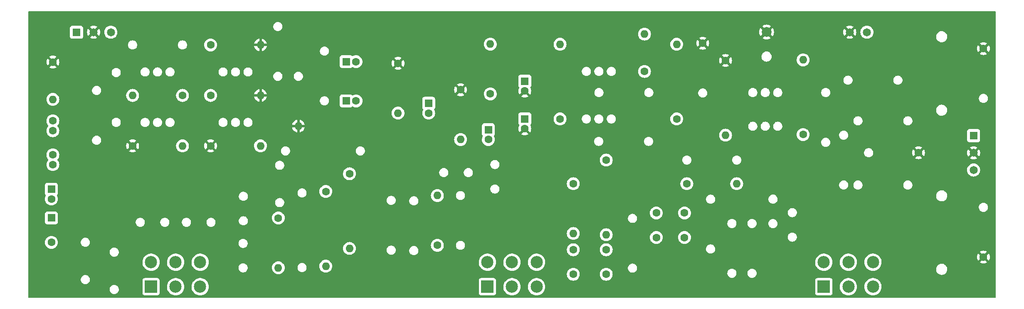
<source format=gbr>
%TF.GenerationSoftware,KiCad,Pcbnew,(6.0.7-1)-1*%
%TF.CreationDate,2023-01-17T23:08:22-05:00*%
%TF.ProjectId,2225_PE01,32323235-5f50-4453-9031-2e6b69636164,rev?*%
%TF.SameCoordinates,Original*%
%TF.FileFunction,Copper,L3,Inr*%
%TF.FilePolarity,Positive*%
%FSLAX46Y46*%
G04 Gerber Fmt 4.6, Leading zero omitted, Abs format (unit mm)*
G04 Created by KiCad (PCBNEW (6.0.7-1)-1) date 2023-01-17 23:08:22*
%MOMM*%
%LPD*%
G01*
G04 APERTURE LIST*
%TA.AperFunction,ComponentPad*%
%ADD10R,1.650000X1.650000*%
%TD*%
%TA.AperFunction,ComponentPad*%
%ADD11C,1.650000*%
%TD*%
%TA.AperFunction,ComponentPad*%
%ADD12C,1.600000*%
%TD*%
%TA.AperFunction,ComponentPad*%
%ADD13O,1.600000X1.600000*%
%TD*%
%TA.AperFunction,ComponentPad*%
%ADD14R,1.600000X1.600000*%
%TD*%
%TA.AperFunction,ComponentPad*%
%ADD15R,2.500000X2.500000*%
%TD*%
%TA.AperFunction,ComponentPad*%
%ADD16C,2.500000*%
%TD*%
%TA.AperFunction,ComponentPad*%
%ADD17C,2.000000*%
%TD*%
G04 APERTURE END LIST*
D10*
%TO.N,Vin_R*%
%TO.C,J1*%
X194000000Y-26121000D03*
D11*
%TO.N,GND*%
X194000000Y-29621000D03*
%TO.N,Vin_L*%
X194000000Y-33121000D03*
%TD*%
D12*
%TO.N,Net-(RE29-Pad1)*%
%TO.C,RE29*%
X84800000Y-48500000D03*
D13*
%TO.N,Net-(CE17-Pad1)*%
X84800000Y-38340000D03*
%TD*%
D12*
%TO.N,Net-(HE2-Pad2)*%
%TO.C,RE10*%
X126984500Y-13000000D03*
D13*
%TO.N,/pwr*%
X126984500Y-5380000D03*
%TD*%
D12*
%TO.N,Net-(CE9-Pad1)*%
%TO.C,CE9*%
X129384500Y-46900000D03*
%TO.N,Net-(CE17-Pad1)*%
X129384500Y-41900000D03*
%TD*%
D14*
%TO.N,/HE5_B*%
%TO.C,CE19*%
X66244888Y-19021000D03*
D12*
%TO.N,Net-(CE17-Pad2)*%
X68244888Y-19021000D03*
%TD*%
D11*
%TO.N,GND*%
%TO.C,J3*%
X168784500Y-5000000D03*
%TO.N,Vcc*%
X172284500Y-5000000D03*
%TD*%
D15*
%TO.N,Net-(CE11-Pad1)*%
%TO.C,RE52*%
X95000000Y-56950000D03*
D16*
%TO.N,Net-(RE29-Pad1)*%
X100000000Y-56950000D03*
%TO.N,Net-(CE11-Pad2)*%
X105000000Y-56950000D03*
%TO.N,Net-(CE12-Pad2)*%
X105000000Y-51950000D03*
%TO.N,Net-(RE30-Pad1)*%
X100000000Y-51950000D03*
%TO.N,Net-(CE12-Pad1)*%
X95000000Y-51950000D03*
%TD*%
D15*
%TO.N,Net-(CE13-Pad1)*%
%TO.C,RE53*%
X26500000Y-56950000D03*
D16*
%TO.N,Net-(CE13-Pad2)*%
X31500000Y-56950000D03*
%TO.N,Net-(CE15-Pad2)*%
X36500000Y-56950000D03*
%TO.N,Net-(CE16-Pad2)*%
X36500000Y-51950000D03*
%TO.N,Net-(CE14-Pad2)*%
X31500000Y-51950000D03*
%TO.N,Net-(CE14-Pad1)*%
X26500000Y-51950000D03*
%TD*%
D12*
%TO.N,/HE3_E*%
%TO.C,RE15*%
X109784500Y-22700000D03*
D13*
%TO.N,/pwr*%
X109784500Y-7460000D03*
%TD*%
D12*
%TO.N,GND*%
%TO.C,RE8*%
X182780000Y-29600000D03*
%TD*%
%TO.N,GND*%
%TO.C,RE41*%
X38620000Y-28200000D03*
D13*
%TO.N,/HE5_B*%
X48780000Y-28200000D03*
%TD*%
D12*
%TO.N,Net-(CE22-Pad2)*%
%TO.C,CE24*%
X6500000Y-32028408D03*
%TO.N,Vout_R*%
X6500000Y-30028408D03*
%TD*%
%TO.N,Net-(CE5-Pad2)*%
%TO.C,RE19*%
X135604500Y-35921000D03*
D13*
%TO.N,Net-(CE7-Pad2)*%
X145764500Y-35921000D03*
%TD*%
D12*
%TO.N,Net-(CE4-Pad1)*%
%TO.C,RE16*%
X95584500Y-17600000D03*
D13*
%TO.N,/pwr*%
X95584500Y-7440000D03*
%TD*%
D15*
%TO.N,Net-(CE7-Pad1)*%
%TO.C,RE51*%
X163500000Y-56950000D03*
D16*
%TO.N,Net-(CE9-Pad1)*%
X168500000Y-56950000D03*
%TO.N,Net-(CE7-Pad2)*%
X173500000Y-56950000D03*
%TO.N,Net-(CE8-Pad2)*%
X173500000Y-51950000D03*
%TO.N,Net-(CE10-Pad1)*%
X168500000Y-51950000D03*
%TO.N,Net-(CE8-Pad1)*%
X163500000Y-51950000D03*
%TD*%
D12*
%TO.N,Net-(CE10-Pad1)*%
%TO.C,CE10*%
X135134500Y-46900000D03*
%TO.N,Net-(CE10-Pad2)*%
X135134500Y-41900000D03*
%TD*%
%TO.N,Vout_R*%
%TO.C,RE50*%
X38620000Y-7600000D03*
D13*
%TO.N,GND*%
X48780000Y-7600000D03*
%TD*%
D12*
%TO.N,Net-(CE12-Pad1)*%
%TO.C,CE12*%
X119184500Y-54400000D03*
%TO.N,Net-(CE12-Pad2)*%
X119184500Y-49400000D03*
%TD*%
%TO.N,Net-(RE5-Pad1)*%
%TO.C,RE7*%
X159284500Y-25891000D03*
D13*
%TO.N,/pwr*%
X159284500Y-10651000D03*
%TD*%
D12*
%TO.N,GND*%
%TO.C,RE47*%
X22740000Y-28200000D03*
D13*
%TO.N,Net-(HE5-Pad1)*%
X32900000Y-28200000D03*
%TD*%
D12*
%TO.N,GND*%
%TO.C,RE17*%
X89534500Y-16741000D03*
D13*
%TO.N,Net-(CE5-Pad2)*%
X89534500Y-26901000D03*
%TD*%
D12*
%TO.N,Net-(CE21-Pad2)*%
%TO.C,CE23*%
X6500000Y-25100000D03*
%TO.N,Vout_L*%
X6500000Y-23100000D03*
%TD*%
%TO.N,/HE1_C*%
%TO.C,RE9*%
X133534500Y-22700000D03*
D13*
%TO.N,/pwr*%
X133534500Y-7460000D03*
%TD*%
D12*
%TO.N,Net-(CE15-Pad2)*%
%TO.C,RE35*%
X52414287Y-42920000D03*
D13*
%TO.N,Net-(CE13-Pad2)*%
X52414287Y-53080000D03*
%TD*%
D14*
%TO.N,/HE3_E*%
%TO.C,CE3*%
X102600000Y-22700000D03*
D12*
%TO.N,GND*%
X102600000Y-24700000D03*
%TD*%
D17*
%TO.N,GND*%
%TO.C,CE25*%
X151834500Y-4971000D03*
%TD*%
D12*
%TO.N,GND*%
%TO.C,RE18*%
X76784500Y-11341000D03*
D13*
%TO.N,Net-(CE6-Pad2)*%
X76784500Y-21501000D03*
%TD*%
D12*
%TO.N,GND*%
%TO.C,RE49*%
X6500000Y-11090000D03*
D13*
%TO.N,Vout_L*%
X6500000Y-18710000D03*
%TD*%
D12*
%TO.N,GND*%
%TO.C,RE1*%
X196000000Y-50901000D03*
%TD*%
%TO.N,Net-(HE5-Pad2)*%
%TO.C,RE43*%
X32900000Y-17900000D03*
D13*
%TO.N,Net-(CE21-Pad1)*%
X22740000Y-17900000D03*
%TD*%
D14*
%TO.N,Net-(CE22-Pad1)*%
%TO.C,CE22*%
X6200000Y-37046591D03*
D12*
%TO.N,Net-(CE22-Pad2)*%
X6200000Y-39046591D03*
%TD*%
D14*
%TO.N,Net-(CE4-Pad1)*%
%TO.C,CE4*%
X102600000Y-15000000D03*
D12*
%TO.N,GND*%
X102600000Y-17000000D03*
%TD*%
D10*
%TO.N,Vout_L*%
%TO.C,J2*%
X11300000Y-5000000D03*
D11*
%TO.N,GND*%
X14800000Y-5000000D03*
%TO.N,Vout_R*%
X18300000Y-5000000D03*
%TD*%
D12*
%TO.N,GND*%
%TO.C,RE2*%
X196000000Y-8341000D03*
%TD*%
%TO.N,Net-(HE6-Pad1)*%
%TO.C,RE48*%
X38620000Y-17900000D03*
D13*
%TO.N,GND*%
X48780000Y-17900000D03*
%TD*%
D12*
%TO.N,GND*%
%TO.C,RE12*%
X138834500Y-7241000D03*
%TD*%
%TO.N,Net-(CE6-Pad2)*%
%TO.C,RE26*%
X119184500Y-31100000D03*
D13*
%TO.N,Net-(CE12-Pad2)*%
X119184500Y-46340000D03*
%TD*%
D14*
%TO.N,/HE3_C*%
%TO.C,CE5*%
X95184500Y-24915888D03*
D12*
%TO.N,Net-(CE5-Pad2)*%
X95184500Y-26915888D03*
%TD*%
%TO.N,GND*%
%TO.C,RE11*%
X143484500Y-10780000D03*
D13*
%TO.N,/HE1_E*%
X143484500Y-26020000D03*
%TD*%
D12*
%TO.N,Net-(CE18-Pad2)*%
%TO.C,RE38*%
X62071429Y-37520000D03*
D13*
%TO.N,Net-(CE14-Pad2)*%
X62071429Y-52760000D03*
%TD*%
D14*
%TO.N,Net-(CE21-Pad1)*%
%TO.C,CE21*%
X6200000Y-42900000D03*
D12*
%TO.N,Net-(CE21-Pad2)*%
X6200000Y-47900000D03*
%TD*%
%TO.N,Net-(CE5-Pad2)*%
%TO.C,RE31*%
X66900000Y-33900000D03*
D13*
%TO.N,Net-(CE15-Pad2)*%
X66900000Y-49140000D03*
%TD*%
D12*
%TO.N,Net-(CE11-Pad1)*%
%TO.C,CE11*%
X112484500Y-54400000D03*
%TO.N,Net-(CE11-Pad2)*%
X112484500Y-49400000D03*
%TD*%
D14*
%TO.N,Net-(CE20-Pad1)*%
%TO.C,CE20*%
X66244888Y-11000000D03*
D12*
%TO.N,Net-(CE18-Pad2)*%
X68244888Y-11000000D03*
%TD*%
%TO.N,Net-(CE5-Pad2)*%
%TO.C,RE25*%
X112484500Y-35920000D03*
D13*
%TO.N,Net-(CE11-Pad2)*%
X112484500Y-46080000D03*
%TD*%
%TO.N,GND*%
%TO.C,RE42*%
X56500000Y-24160000D03*
%TD*%
D14*
%TO.N,Net-(CE6-Pad1)*%
%TO.C,CE6*%
X83034500Y-19500000D03*
D12*
%TO.N,Net-(CE6-Pad2)*%
X83034500Y-21500000D03*
%TD*%
%TA.AperFunction,Conductor*%
%TO.N,GND*%
G36*
X198442121Y-720002D02*
G01*
X198488614Y-773658D01*
X198500000Y-825999D01*
X198499928Y-29158364D01*
X198499853Y-59073943D01*
X198479851Y-59142064D01*
X198426195Y-59188557D01*
X198373853Y-59199943D01*
X99999667Y-59199923D01*
X1626305Y-59199903D01*
X1558184Y-59179901D01*
X1511691Y-59126245D01*
X1500305Y-59073904D01*
X1500303Y-58568717D01*
X1500298Y-57607589D01*
X18071500Y-57607589D01*
X18072872Y-57614042D01*
X18072872Y-57614046D01*
X18084182Y-57667252D01*
X18112080Y-57798503D01*
X18114764Y-57804532D01*
X18114765Y-57804534D01*
X18157821Y-57901237D01*
X18191467Y-57976807D01*
X18195347Y-57982148D01*
X18195348Y-57982149D01*
X18283280Y-58103177D01*
X18306190Y-58134710D01*
X18311092Y-58139123D01*
X18311093Y-58139125D01*
X18390681Y-58210787D01*
X18451235Y-58265310D01*
X18456956Y-58268613D01*
X18542004Y-58317715D01*
X18620265Y-58362899D01*
X18805891Y-58423212D01*
X18812454Y-58423902D01*
X18812455Y-58423902D01*
X18835479Y-58426322D01*
X18951344Y-58438500D01*
X19048656Y-58438500D01*
X19164521Y-58426322D01*
X19187545Y-58423902D01*
X19187546Y-58423902D01*
X19194109Y-58423212D01*
X19379735Y-58362899D01*
X19457997Y-58317715D01*
X19543044Y-58268613D01*
X19548765Y-58265310D01*
X19567841Y-58248134D01*
X24741500Y-58248134D01*
X24748255Y-58310316D01*
X24799385Y-58446705D01*
X24886739Y-58563261D01*
X25003295Y-58650615D01*
X25139684Y-58701745D01*
X25201866Y-58708500D01*
X27798134Y-58708500D01*
X27860316Y-58701745D01*
X27996705Y-58650615D01*
X28113261Y-58563261D01*
X28200615Y-58446705D01*
X28251745Y-58310316D01*
X28258500Y-58248134D01*
X28258500Y-56903839D01*
X29737173Y-56903839D01*
X29749713Y-57164908D01*
X29800704Y-57421256D01*
X29889026Y-57667252D01*
X29891242Y-57671376D01*
X29955753Y-57791437D01*
X30012737Y-57897491D01*
X30015532Y-57901234D01*
X30015534Y-57901237D01*
X30166330Y-58103177D01*
X30166335Y-58103183D01*
X30169122Y-58106915D01*
X30172431Y-58110195D01*
X30172436Y-58110201D01*
X30328905Y-58265310D01*
X30354743Y-58290923D01*
X30358505Y-58293681D01*
X30358508Y-58293684D01*
X30561750Y-58442707D01*
X30565524Y-58445474D01*
X30569667Y-58447654D01*
X30569669Y-58447655D01*
X30792684Y-58564989D01*
X30792689Y-58564991D01*
X30796834Y-58567172D01*
X31043590Y-58653344D01*
X31048183Y-58654216D01*
X31295785Y-58701224D01*
X31295788Y-58701224D01*
X31300374Y-58702095D01*
X31430959Y-58707226D01*
X31556875Y-58712174D01*
X31556881Y-58712174D01*
X31561543Y-58712357D01*
X31650651Y-58702598D01*
X31816707Y-58684412D01*
X31816712Y-58684411D01*
X31821360Y-58683902D01*
X31934116Y-58654216D01*
X32069594Y-58618548D01*
X32069596Y-58618547D01*
X32074117Y-58617357D01*
X32314262Y-58514182D01*
X32436564Y-58438500D01*
X32532547Y-58379104D01*
X32532548Y-58379104D01*
X32536519Y-58376646D01*
X32540082Y-58373629D01*
X32540087Y-58373626D01*
X32732439Y-58210787D01*
X32732440Y-58210786D01*
X32736005Y-58207768D01*
X32756736Y-58184128D01*
X32905257Y-58014774D01*
X32905261Y-58014769D01*
X32908339Y-58011259D01*
X33049733Y-57791437D01*
X33157083Y-57553129D01*
X33228030Y-57301572D01*
X33244832Y-57169496D01*
X33260616Y-57045421D01*
X33260616Y-57045417D01*
X33261014Y-57042291D01*
X33261131Y-57037851D01*
X33263348Y-56953160D01*
X33263431Y-56950000D01*
X33260001Y-56903839D01*
X34737173Y-56903839D01*
X34749713Y-57164908D01*
X34800704Y-57421256D01*
X34889026Y-57667252D01*
X34891242Y-57671376D01*
X34955753Y-57791437D01*
X35012737Y-57897491D01*
X35015532Y-57901234D01*
X35015534Y-57901237D01*
X35166330Y-58103177D01*
X35166335Y-58103183D01*
X35169122Y-58106915D01*
X35172431Y-58110195D01*
X35172436Y-58110201D01*
X35328905Y-58265310D01*
X35354743Y-58290923D01*
X35358505Y-58293681D01*
X35358508Y-58293684D01*
X35561750Y-58442707D01*
X35565524Y-58445474D01*
X35569667Y-58447654D01*
X35569669Y-58447655D01*
X35792684Y-58564989D01*
X35792689Y-58564991D01*
X35796834Y-58567172D01*
X36043590Y-58653344D01*
X36048183Y-58654216D01*
X36295785Y-58701224D01*
X36295788Y-58701224D01*
X36300374Y-58702095D01*
X36430959Y-58707226D01*
X36556875Y-58712174D01*
X36556881Y-58712174D01*
X36561543Y-58712357D01*
X36650651Y-58702598D01*
X36816707Y-58684412D01*
X36816712Y-58684411D01*
X36821360Y-58683902D01*
X36934116Y-58654216D01*
X37069594Y-58618548D01*
X37069596Y-58618547D01*
X37074117Y-58617357D01*
X37314262Y-58514182D01*
X37436564Y-58438500D01*
X37532547Y-58379104D01*
X37532548Y-58379104D01*
X37536519Y-58376646D01*
X37540082Y-58373629D01*
X37540087Y-58373626D01*
X37688323Y-58248134D01*
X93241500Y-58248134D01*
X93248255Y-58310316D01*
X93299385Y-58446705D01*
X93386739Y-58563261D01*
X93503295Y-58650615D01*
X93639684Y-58701745D01*
X93701866Y-58708500D01*
X96298134Y-58708500D01*
X96360316Y-58701745D01*
X96496705Y-58650615D01*
X96613261Y-58563261D01*
X96700615Y-58446705D01*
X96751745Y-58310316D01*
X96758500Y-58248134D01*
X96758500Y-56903839D01*
X98237173Y-56903839D01*
X98249713Y-57164908D01*
X98300704Y-57421256D01*
X98389026Y-57667252D01*
X98391242Y-57671376D01*
X98455753Y-57791437D01*
X98512737Y-57897491D01*
X98515532Y-57901234D01*
X98515534Y-57901237D01*
X98666330Y-58103177D01*
X98666335Y-58103183D01*
X98669122Y-58106915D01*
X98672431Y-58110195D01*
X98672436Y-58110201D01*
X98828905Y-58265310D01*
X98854743Y-58290923D01*
X98858505Y-58293681D01*
X98858508Y-58293684D01*
X99061750Y-58442707D01*
X99065524Y-58445474D01*
X99069667Y-58447654D01*
X99069669Y-58447655D01*
X99292684Y-58564989D01*
X99292689Y-58564991D01*
X99296834Y-58567172D01*
X99543590Y-58653344D01*
X99548183Y-58654216D01*
X99795785Y-58701224D01*
X99795788Y-58701224D01*
X99800374Y-58702095D01*
X99930959Y-58707226D01*
X100056875Y-58712174D01*
X100056881Y-58712174D01*
X100061543Y-58712357D01*
X100150651Y-58702598D01*
X100316707Y-58684412D01*
X100316712Y-58684411D01*
X100321360Y-58683902D01*
X100434116Y-58654216D01*
X100569594Y-58618548D01*
X100569596Y-58618547D01*
X100574117Y-58617357D01*
X100814262Y-58514182D01*
X100936564Y-58438500D01*
X101032547Y-58379104D01*
X101032548Y-58379104D01*
X101036519Y-58376646D01*
X101040082Y-58373629D01*
X101040087Y-58373626D01*
X101232439Y-58210787D01*
X101232440Y-58210786D01*
X101236005Y-58207768D01*
X101256736Y-58184128D01*
X101405257Y-58014774D01*
X101405261Y-58014769D01*
X101408339Y-58011259D01*
X101549733Y-57791437D01*
X101657083Y-57553129D01*
X101728030Y-57301572D01*
X101744832Y-57169496D01*
X101760616Y-57045421D01*
X101760616Y-57045417D01*
X101761014Y-57042291D01*
X101761131Y-57037851D01*
X101763348Y-56953160D01*
X101763431Y-56950000D01*
X101760001Y-56903839D01*
X103237173Y-56903839D01*
X103249713Y-57164908D01*
X103300704Y-57421256D01*
X103389026Y-57667252D01*
X103391242Y-57671376D01*
X103455753Y-57791437D01*
X103512737Y-57897491D01*
X103515532Y-57901234D01*
X103515534Y-57901237D01*
X103666330Y-58103177D01*
X103666335Y-58103183D01*
X103669122Y-58106915D01*
X103672431Y-58110195D01*
X103672436Y-58110201D01*
X103828905Y-58265310D01*
X103854743Y-58290923D01*
X103858505Y-58293681D01*
X103858508Y-58293684D01*
X104061750Y-58442707D01*
X104065524Y-58445474D01*
X104069667Y-58447654D01*
X104069669Y-58447655D01*
X104292684Y-58564989D01*
X104292689Y-58564991D01*
X104296834Y-58567172D01*
X104543590Y-58653344D01*
X104548183Y-58654216D01*
X104795785Y-58701224D01*
X104795788Y-58701224D01*
X104800374Y-58702095D01*
X104930959Y-58707226D01*
X105056875Y-58712174D01*
X105056881Y-58712174D01*
X105061543Y-58712357D01*
X105150651Y-58702598D01*
X105316707Y-58684412D01*
X105316712Y-58684411D01*
X105321360Y-58683902D01*
X105434116Y-58654216D01*
X105569594Y-58618548D01*
X105569596Y-58618547D01*
X105574117Y-58617357D01*
X105814262Y-58514182D01*
X105936564Y-58438500D01*
X106032547Y-58379104D01*
X106032548Y-58379104D01*
X106036519Y-58376646D01*
X106040082Y-58373629D01*
X106040087Y-58373626D01*
X106188323Y-58248134D01*
X161741500Y-58248134D01*
X161748255Y-58310316D01*
X161799385Y-58446705D01*
X161886739Y-58563261D01*
X162003295Y-58650615D01*
X162139684Y-58701745D01*
X162201866Y-58708500D01*
X164798134Y-58708500D01*
X164860316Y-58701745D01*
X164996705Y-58650615D01*
X165113261Y-58563261D01*
X165200615Y-58446705D01*
X165251745Y-58310316D01*
X165258500Y-58248134D01*
X165258500Y-56903839D01*
X166737173Y-56903839D01*
X166749713Y-57164908D01*
X166800704Y-57421256D01*
X166889026Y-57667252D01*
X166891242Y-57671376D01*
X166955753Y-57791437D01*
X167012737Y-57897491D01*
X167015532Y-57901234D01*
X167015534Y-57901237D01*
X167166330Y-58103177D01*
X167166335Y-58103183D01*
X167169122Y-58106915D01*
X167172431Y-58110195D01*
X167172436Y-58110201D01*
X167328905Y-58265310D01*
X167354743Y-58290923D01*
X167358505Y-58293681D01*
X167358508Y-58293684D01*
X167561750Y-58442707D01*
X167565524Y-58445474D01*
X167569667Y-58447654D01*
X167569669Y-58447655D01*
X167792684Y-58564989D01*
X167792689Y-58564991D01*
X167796834Y-58567172D01*
X168043590Y-58653344D01*
X168048183Y-58654216D01*
X168295785Y-58701224D01*
X168295788Y-58701224D01*
X168300374Y-58702095D01*
X168430959Y-58707226D01*
X168556875Y-58712174D01*
X168556881Y-58712174D01*
X168561543Y-58712357D01*
X168650651Y-58702598D01*
X168816707Y-58684412D01*
X168816712Y-58684411D01*
X168821360Y-58683902D01*
X168934116Y-58654216D01*
X169069594Y-58618548D01*
X169069596Y-58618547D01*
X169074117Y-58617357D01*
X169314262Y-58514182D01*
X169436564Y-58438500D01*
X169532547Y-58379104D01*
X169532548Y-58379104D01*
X169536519Y-58376646D01*
X169540082Y-58373629D01*
X169540087Y-58373626D01*
X169732439Y-58210787D01*
X169732440Y-58210786D01*
X169736005Y-58207768D01*
X169756736Y-58184128D01*
X169905257Y-58014774D01*
X169905261Y-58014769D01*
X169908339Y-58011259D01*
X170049733Y-57791437D01*
X170157083Y-57553129D01*
X170228030Y-57301572D01*
X170244832Y-57169496D01*
X170260616Y-57045421D01*
X170260616Y-57045417D01*
X170261014Y-57042291D01*
X170261131Y-57037851D01*
X170263348Y-56953160D01*
X170263431Y-56950000D01*
X170260001Y-56903839D01*
X171737173Y-56903839D01*
X171749713Y-57164908D01*
X171800704Y-57421256D01*
X171889026Y-57667252D01*
X171891242Y-57671376D01*
X171955753Y-57791437D01*
X172012737Y-57897491D01*
X172015532Y-57901234D01*
X172015534Y-57901237D01*
X172166330Y-58103177D01*
X172166335Y-58103183D01*
X172169122Y-58106915D01*
X172172431Y-58110195D01*
X172172436Y-58110201D01*
X172328905Y-58265310D01*
X172354743Y-58290923D01*
X172358505Y-58293681D01*
X172358508Y-58293684D01*
X172561750Y-58442707D01*
X172565524Y-58445474D01*
X172569667Y-58447654D01*
X172569669Y-58447655D01*
X172792684Y-58564989D01*
X172792689Y-58564991D01*
X172796834Y-58567172D01*
X173043590Y-58653344D01*
X173048183Y-58654216D01*
X173295785Y-58701224D01*
X173295788Y-58701224D01*
X173300374Y-58702095D01*
X173430959Y-58707226D01*
X173556875Y-58712174D01*
X173556881Y-58712174D01*
X173561543Y-58712357D01*
X173650651Y-58702598D01*
X173816707Y-58684412D01*
X173816712Y-58684411D01*
X173821360Y-58683902D01*
X173934116Y-58654216D01*
X174069594Y-58618548D01*
X174069596Y-58618547D01*
X174074117Y-58617357D01*
X174314262Y-58514182D01*
X174436564Y-58438500D01*
X174532547Y-58379104D01*
X174532548Y-58379104D01*
X174536519Y-58376646D01*
X174540082Y-58373629D01*
X174540087Y-58373626D01*
X174732439Y-58210787D01*
X174732440Y-58210786D01*
X174736005Y-58207768D01*
X174756736Y-58184128D01*
X174905257Y-58014774D01*
X174905261Y-58014769D01*
X174908339Y-58011259D01*
X175049733Y-57791437D01*
X175157083Y-57553129D01*
X175228030Y-57301572D01*
X175244832Y-57169496D01*
X175260616Y-57045421D01*
X175260616Y-57045417D01*
X175261014Y-57042291D01*
X175261131Y-57037851D01*
X175263348Y-56953160D01*
X175263431Y-56950000D01*
X175248917Y-56754690D01*
X175244407Y-56694000D01*
X175244406Y-56693996D01*
X175244061Y-56689348D01*
X175236765Y-56657101D01*
X175187408Y-56438980D01*
X175186377Y-56434423D01*
X175167603Y-56386146D01*
X175093340Y-56195176D01*
X175093339Y-56195173D01*
X175091647Y-56190823D01*
X174961951Y-55963902D01*
X174800138Y-55758643D01*
X174609763Y-55579557D01*
X174395009Y-55430576D01*
X174390816Y-55428508D01*
X174164781Y-55317040D01*
X174164778Y-55317039D01*
X174160593Y-55314975D01*
X174114449Y-55300204D01*
X173916123Y-55236720D01*
X173911665Y-55235293D01*
X173653693Y-55193279D01*
X173539942Y-55191790D01*
X173397022Y-55189919D01*
X173397019Y-55189919D01*
X173392345Y-55189858D01*
X173133362Y-55225104D01*
X172882433Y-55298243D01*
X172878180Y-55300203D01*
X172878179Y-55300204D01*
X172841659Y-55317040D01*
X172645072Y-55407668D01*
X172606067Y-55433241D01*
X172430404Y-55548410D01*
X172430399Y-55548414D01*
X172426491Y-55550976D01*
X172231494Y-55725018D01*
X172064363Y-55925970D01*
X172061934Y-55929973D01*
X171941086Y-56129125D01*
X171928771Y-56149419D01*
X171827697Y-56390455D01*
X171763359Y-56643783D01*
X171762891Y-56648434D01*
X171762890Y-56648438D01*
X171762018Y-56657101D01*
X171737173Y-56903839D01*
X170260001Y-56903839D01*
X170248917Y-56754690D01*
X170244407Y-56694000D01*
X170244406Y-56693996D01*
X170244061Y-56689348D01*
X170236765Y-56657101D01*
X170187408Y-56438980D01*
X170186377Y-56434423D01*
X170167603Y-56386146D01*
X170093340Y-56195176D01*
X170093339Y-56195173D01*
X170091647Y-56190823D01*
X169961951Y-55963902D01*
X169800138Y-55758643D01*
X169609763Y-55579557D01*
X169395009Y-55430576D01*
X169390816Y-55428508D01*
X169164781Y-55317040D01*
X169164778Y-55317039D01*
X169160593Y-55314975D01*
X169114449Y-55300204D01*
X168916123Y-55236720D01*
X168911665Y-55235293D01*
X168653693Y-55193279D01*
X168539942Y-55191790D01*
X168397022Y-55189919D01*
X168397019Y-55189919D01*
X168392345Y-55189858D01*
X168133362Y-55225104D01*
X167882433Y-55298243D01*
X167878180Y-55300203D01*
X167878179Y-55300204D01*
X167841659Y-55317040D01*
X167645072Y-55407668D01*
X167606067Y-55433241D01*
X167430404Y-55548410D01*
X167430399Y-55548414D01*
X167426491Y-55550976D01*
X167231494Y-55725018D01*
X167064363Y-55925970D01*
X167061934Y-55929973D01*
X166941086Y-56129125D01*
X166928771Y-56149419D01*
X166827697Y-56390455D01*
X166763359Y-56643783D01*
X166762891Y-56648434D01*
X166762890Y-56648438D01*
X166762018Y-56657101D01*
X166737173Y-56903839D01*
X165258500Y-56903839D01*
X165258500Y-55651866D01*
X165251745Y-55589684D01*
X165200615Y-55453295D01*
X165113261Y-55336739D01*
X164996705Y-55249385D01*
X164860316Y-55198255D01*
X164798134Y-55191500D01*
X162201866Y-55191500D01*
X162139684Y-55198255D01*
X162003295Y-55249385D01*
X161886739Y-55336739D01*
X161799385Y-55453295D01*
X161748255Y-55589684D01*
X161741500Y-55651866D01*
X161741500Y-58248134D01*
X106188323Y-58248134D01*
X106232439Y-58210787D01*
X106232440Y-58210786D01*
X106236005Y-58207768D01*
X106256736Y-58184128D01*
X106405257Y-58014774D01*
X106405261Y-58014769D01*
X106408339Y-58011259D01*
X106549733Y-57791437D01*
X106657083Y-57553129D01*
X106728030Y-57301572D01*
X106744832Y-57169496D01*
X106760616Y-57045421D01*
X106760616Y-57045417D01*
X106761014Y-57042291D01*
X106761131Y-57037851D01*
X106763348Y-56953160D01*
X106763431Y-56950000D01*
X106748917Y-56754690D01*
X106744407Y-56694000D01*
X106744406Y-56693996D01*
X106744061Y-56689348D01*
X106736765Y-56657101D01*
X106687408Y-56438980D01*
X106686377Y-56434423D01*
X106667603Y-56386146D01*
X106593340Y-56195176D01*
X106593339Y-56195173D01*
X106591647Y-56190823D01*
X106461951Y-55963902D01*
X106300138Y-55758643D01*
X106109763Y-55579557D01*
X105895009Y-55430576D01*
X105890816Y-55428508D01*
X105664781Y-55317040D01*
X105664778Y-55317039D01*
X105660593Y-55314975D01*
X105614449Y-55300204D01*
X105416123Y-55236720D01*
X105411665Y-55235293D01*
X105153693Y-55193279D01*
X105039942Y-55191790D01*
X104897022Y-55189919D01*
X104897019Y-55189919D01*
X104892345Y-55189858D01*
X104633362Y-55225104D01*
X104382433Y-55298243D01*
X104378180Y-55300203D01*
X104378179Y-55300204D01*
X104341659Y-55317040D01*
X104145072Y-55407668D01*
X104106067Y-55433241D01*
X103930404Y-55548410D01*
X103930399Y-55548414D01*
X103926491Y-55550976D01*
X103731494Y-55725018D01*
X103564363Y-55925970D01*
X103561934Y-55929973D01*
X103441086Y-56129125D01*
X103428771Y-56149419D01*
X103327697Y-56390455D01*
X103263359Y-56643783D01*
X103262891Y-56648434D01*
X103262890Y-56648438D01*
X103262018Y-56657101D01*
X103237173Y-56903839D01*
X101760001Y-56903839D01*
X101748917Y-56754690D01*
X101744407Y-56694000D01*
X101744406Y-56693996D01*
X101744061Y-56689348D01*
X101736765Y-56657101D01*
X101687408Y-56438980D01*
X101686377Y-56434423D01*
X101667603Y-56386146D01*
X101593340Y-56195176D01*
X101593339Y-56195173D01*
X101591647Y-56190823D01*
X101461951Y-55963902D01*
X101300138Y-55758643D01*
X101109763Y-55579557D01*
X100895009Y-55430576D01*
X100890816Y-55428508D01*
X100664781Y-55317040D01*
X100664778Y-55317039D01*
X100660593Y-55314975D01*
X100614449Y-55300204D01*
X100416123Y-55236720D01*
X100411665Y-55235293D01*
X100153693Y-55193279D01*
X100039942Y-55191790D01*
X99897022Y-55189919D01*
X99897019Y-55189919D01*
X99892345Y-55189858D01*
X99633362Y-55225104D01*
X99382433Y-55298243D01*
X99378180Y-55300203D01*
X99378179Y-55300204D01*
X99341659Y-55317040D01*
X99145072Y-55407668D01*
X99106067Y-55433241D01*
X98930404Y-55548410D01*
X98930399Y-55548414D01*
X98926491Y-55550976D01*
X98731494Y-55725018D01*
X98564363Y-55925970D01*
X98561934Y-55929973D01*
X98441086Y-56129125D01*
X98428771Y-56149419D01*
X98327697Y-56390455D01*
X98263359Y-56643783D01*
X98262891Y-56648434D01*
X98262890Y-56648438D01*
X98262018Y-56657101D01*
X98237173Y-56903839D01*
X96758500Y-56903839D01*
X96758500Y-55651866D01*
X96751745Y-55589684D01*
X96700615Y-55453295D01*
X96613261Y-55336739D01*
X96496705Y-55249385D01*
X96360316Y-55198255D01*
X96298134Y-55191500D01*
X93701866Y-55191500D01*
X93639684Y-55198255D01*
X93503295Y-55249385D01*
X93386739Y-55336739D01*
X93299385Y-55453295D01*
X93248255Y-55589684D01*
X93241500Y-55651866D01*
X93241500Y-58248134D01*
X37688323Y-58248134D01*
X37732439Y-58210787D01*
X37732440Y-58210786D01*
X37736005Y-58207768D01*
X37756736Y-58184128D01*
X37905257Y-58014774D01*
X37905261Y-58014769D01*
X37908339Y-58011259D01*
X38049733Y-57791437D01*
X38157083Y-57553129D01*
X38228030Y-57301572D01*
X38244832Y-57169496D01*
X38260616Y-57045421D01*
X38260616Y-57045417D01*
X38261014Y-57042291D01*
X38261131Y-57037851D01*
X38263348Y-56953160D01*
X38263431Y-56950000D01*
X38248917Y-56754690D01*
X38244407Y-56694000D01*
X38244406Y-56693996D01*
X38244061Y-56689348D01*
X38236765Y-56657101D01*
X38187408Y-56438980D01*
X38186377Y-56434423D01*
X38167603Y-56386146D01*
X38093340Y-56195176D01*
X38093339Y-56195173D01*
X38091647Y-56190823D01*
X37961951Y-55963902D01*
X37800138Y-55758643D01*
X37609763Y-55579557D01*
X37395009Y-55430576D01*
X37390816Y-55428508D01*
X37164781Y-55317040D01*
X37164778Y-55317039D01*
X37160593Y-55314975D01*
X37114449Y-55300204D01*
X36916123Y-55236720D01*
X36911665Y-55235293D01*
X36653693Y-55193279D01*
X36539942Y-55191790D01*
X36397022Y-55189919D01*
X36397019Y-55189919D01*
X36392345Y-55189858D01*
X36133362Y-55225104D01*
X35882433Y-55298243D01*
X35878180Y-55300203D01*
X35878179Y-55300204D01*
X35841659Y-55317040D01*
X35645072Y-55407668D01*
X35606067Y-55433241D01*
X35430404Y-55548410D01*
X35430399Y-55548414D01*
X35426491Y-55550976D01*
X35231494Y-55725018D01*
X35064363Y-55925970D01*
X35061934Y-55929973D01*
X34941086Y-56129125D01*
X34928771Y-56149419D01*
X34827697Y-56390455D01*
X34763359Y-56643783D01*
X34762891Y-56648434D01*
X34762890Y-56648438D01*
X34762018Y-56657101D01*
X34737173Y-56903839D01*
X33260001Y-56903839D01*
X33248917Y-56754690D01*
X33244407Y-56694000D01*
X33244406Y-56693996D01*
X33244061Y-56689348D01*
X33236765Y-56657101D01*
X33187408Y-56438980D01*
X33186377Y-56434423D01*
X33167603Y-56386146D01*
X33093340Y-56195176D01*
X33093339Y-56195173D01*
X33091647Y-56190823D01*
X32961951Y-55963902D01*
X32800138Y-55758643D01*
X32609763Y-55579557D01*
X32395009Y-55430576D01*
X32390816Y-55428508D01*
X32164781Y-55317040D01*
X32164778Y-55317039D01*
X32160593Y-55314975D01*
X32114449Y-55300204D01*
X31916123Y-55236720D01*
X31911665Y-55235293D01*
X31653693Y-55193279D01*
X31539942Y-55191790D01*
X31397022Y-55189919D01*
X31397019Y-55189919D01*
X31392345Y-55189858D01*
X31133362Y-55225104D01*
X30882433Y-55298243D01*
X30878180Y-55300203D01*
X30878179Y-55300204D01*
X30841659Y-55317040D01*
X30645072Y-55407668D01*
X30606067Y-55433241D01*
X30430404Y-55548410D01*
X30430399Y-55548414D01*
X30426491Y-55550976D01*
X30231494Y-55725018D01*
X30064363Y-55925970D01*
X30061934Y-55929973D01*
X29941086Y-56129125D01*
X29928771Y-56149419D01*
X29827697Y-56390455D01*
X29763359Y-56643783D01*
X29762891Y-56648434D01*
X29762890Y-56648438D01*
X29762018Y-56657101D01*
X29737173Y-56903839D01*
X28258500Y-56903839D01*
X28258500Y-55651866D01*
X28251745Y-55589684D01*
X28200615Y-55453295D01*
X28113261Y-55336739D01*
X27996705Y-55249385D01*
X27860316Y-55198255D01*
X27798134Y-55191500D01*
X25201866Y-55191500D01*
X25139684Y-55198255D01*
X25003295Y-55249385D01*
X24886739Y-55336739D01*
X24799385Y-55453295D01*
X24748255Y-55589684D01*
X24741500Y-55651866D01*
X24741500Y-58248134D01*
X19567841Y-58248134D01*
X19609319Y-58210787D01*
X19688907Y-58139125D01*
X19688908Y-58139123D01*
X19693810Y-58134710D01*
X19716720Y-58103177D01*
X19804652Y-57982149D01*
X19804653Y-57982148D01*
X19808533Y-57976807D01*
X19842180Y-57901237D01*
X19885235Y-57804534D01*
X19885236Y-57804532D01*
X19887920Y-57798503D01*
X19915818Y-57667252D01*
X19927128Y-57614046D01*
X19927128Y-57614042D01*
X19928500Y-57607589D01*
X19928500Y-57412411D01*
X19887920Y-57221497D01*
X19885235Y-57215466D01*
X19811218Y-57049223D01*
X19811217Y-57049221D01*
X19808533Y-57043193D01*
X19740825Y-56950000D01*
X19697689Y-56890629D01*
X19693810Y-56885290D01*
X19548765Y-56754690D01*
X19379735Y-56657101D01*
X19194109Y-56596788D01*
X19187546Y-56596098D01*
X19187545Y-56596098D01*
X19164521Y-56593678D01*
X19048656Y-56581500D01*
X18951344Y-56581500D01*
X18835479Y-56593678D01*
X18812455Y-56596098D01*
X18812454Y-56596098D01*
X18805891Y-56596788D01*
X18620265Y-56657101D01*
X18451235Y-56754690D01*
X18306190Y-56885290D01*
X18302311Y-56890629D01*
X18259176Y-56950000D01*
X18191467Y-57043193D01*
X18188783Y-57049221D01*
X18188782Y-57049223D01*
X18114765Y-57215466D01*
X18112080Y-57221497D01*
X18071500Y-57412411D01*
X18071500Y-57607589D01*
X1500298Y-57607589D01*
X1500287Y-55597589D01*
X12171500Y-55597589D01*
X12172872Y-55604042D01*
X12172872Y-55604046D01*
X12179602Y-55635707D01*
X12212080Y-55788503D01*
X12291467Y-55966807D01*
X12406190Y-56124710D01*
X12551235Y-56255310D01*
X12720265Y-56352899D01*
X12726551Y-56354941D01*
X12726550Y-56354941D01*
X12835852Y-56390455D01*
X12905891Y-56413212D01*
X12912454Y-56413902D01*
X12912455Y-56413902D01*
X12935479Y-56416322D01*
X13051344Y-56428500D01*
X13148656Y-56428500D01*
X13264521Y-56416322D01*
X13287545Y-56413902D01*
X13287546Y-56413902D01*
X13294109Y-56413212D01*
X13364149Y-56390455D01*
X13473450Y-56354941D01*
X13473449Y-56354941D01*
X13479735Y-56352899D01*
X13648765Y-56255310D01*
X13793810Y-56124710D01*
X13908533Y-55966807D01*
X13987920Y-55788503D01*
X14020398Y-55635707D01*
X14027128Y-55604046D01*
X14027128Y-55604042D01*
X14028500Y-55597589D01*
X14028500Y-55402411D01*
X13987920Y-55211497D01*
X13982024Y-55198255D01*
X13911218Y-55039223D01*
X13911217Y-55039221D01*
X13908533Y-55033193D01*
X13793810Y-54875290D01*
X13648765Y-54744690D01*
X13479735Y-54647101D01*
X13294109Y-54586788D01*
X13287546Y-54586098D01*
X13287545Y-54586098D01*
X13264521Y-54583678D01*
X13148656Y-54571500D01*
X13051344Y-54571500D01*
X12935479Y-54583678D01*
X12912455Y-54586098D01*
X12912454Y-54586098D01*
X12905891Y-54586788D01*
X12720265Y-54647101D01*
X12551235Y-54744690D01*
X12406190Y-54875290D01*
X12291467Y-55033193D01*
X12288783Y-55039221D01*
X12288782Y-55039223D01*
X12217976Y-55198255D01*
X12212080Y-55211497D01*
X12171500Y-55402411D01*
X12171500Y-55597589D01*
X1500287Y-55597589D01*
X1500281Y-54400000D01*
X111171002Y-54400000D01*
X111190957Y-54628087D01*
X111250216Y-54849243D01*
X111252539Y-54854224D01*
X111252539Y-54854225D01*
X111344651Y-55051762D01*
X111344654Y-55051767D01*
X111346977Y-55056749D01*
X111350134Y-55061257D01*
X111465777Y-55226412D01*
X111478302Y-55244300D01*
X111640200Y-55406198D01*
X111644708Y-55409355D01*
X111644711Y-55409357D01*
X111707461Y-55453295D01*
X111827751Y-55537523D01*
X111832733Y-55539846D01*
X111832738Y-55539849D01*
X112030275Y-55631961D01*
X112035257Y-55634284D01*
X112040565Y-55635706D01*
X112040567Y-55635707D01*
X112251098Y-55692119D01*
X112251100Y-55692119D01*
X112256413Y-55693543D01*
X112484500Y-55713498D01*
X112712587Y-55693543D01*
X112717900Y-55692119D01*
X112717902Y-55692119D01*
X112928433Y-55635707D01*
X112928435Y-55635706D01*
X112933743Y-55634284D01*
X112938725Y-55631961D01*
X113136262Y-55539849D01*
X113136267Y-55539846D01*
X113141249Y-55537523D01*
X113261539Y-55453295D01*
X113324289Y-55409357D01*
X113324292Y-55409355D01*
X113328800Y-55406198D01*
X113490698Y-55244300D01*
X113503224Y-55226412D01*
X113618866Y-55061257D01*
X113622023Y-55056749D01*
X113624346Y-55051767D01*
X113624349Y-55051762D01*
X113716461Y-54854225D01*
X113716461Y-54854224D01*
X113718784Y-54849243D01*
X113778043Y-54628087D01*
X113797998Y-54400000D01*
X117871002Y-54400000D01*
X117890957Y-54628087D01*
X117950216Y-54849243D01*
X117952539Y-54854224D01*
X117952539Y-54854225D01*
X118044651Y-55051762D01*
X118044654Y-55051767D01*
X118046977Y-55056749D01*
X118050134Y-55061257D01*
X118165777Y-55226412D01*
X118178302Y-55244300D01*
X118340200Y-55406198D01*
X118344708Y-55409355D01*
X118344711Y-55409357D01*
X118407461Y-55453295D01*
X118527751Y-55537523D01*
X118532733Y-55539846D01*
X118532738Y-55539849D01*
X118730275Y-55631961D01*
X118735257Y-55634284D01*
X118740565Y-55635706D01*
X118740567Y-55635707D01*
X118951098Y-55692119D01*
X118951100Y-55692119D01*
X118956413Y-55693543D01*
X119184500Y-55713498D01*
X119412587Y-55693543D01*
X119417900Y-55692119D01*
X119417902Y-55692119D01*
X119628433Y-55635707D01*
X119628435Y-55635706D01*
X119633743Y-55634284D01*
X119638725Y-55631961D01*
X119836262Y-55539849D01*
X119836267Y-55539846D01*
X119841249Y-55537523D01*
X119961539Y-55453295D01*
X120024289Y-55409357D01*
X120024292Y-55409355D01*
X120028800Y-55406198D01*
X120190698Y-55244300D01*
X120203224Y-55226412D01*
X120318866Y-55061257D01*
X120322023Y-55056749D01*
X120324346Y-55051767D01*
X120324349Y-55051762D01*
X120416461Y-54854225D01*
X120416461Y-54854224D01*
X120418784Y-54849243D01*
X120478043Y-54628087D01*
X120497998Y-54400000D01*
X120489126Y-54298589D01*
X143856000Y-54298589D01*
X143857372Y-54305042D01*
X143857372Y-54305046D01*
X143866983Y-54350260D01*
X143896580Y-54489503D01*
X143899264Y-54495532D01*
X143899265Y-54495534D01*
X143960649Y-54633402D01*
X143975967Y-54667807D01*
X144090690Y-54825710D01*
X144095592Y-54830123D01*
X144095593Y-54830125D01*
X144116826Y-54849243D01*
X144235735Y-54956310D01*
X144404765Y-55053899D01*
X144590391Y-55114212D01*
X144596954Y-55114902D01*
X144596955Y-55114902D01*
X144619979Y-55117322D01*
X144735844Y-55129500D01*
X144833156Y-55129500D01*
X144949021Y-55117322D01*
X144972045Y-55114902D01*
X144972046Y-55114902D01*
X144978609Y-55114212D01*
X145164235Y-55053899D01*
X145333265Y-54956310D01*
X145452174Y-54849243D01*
X145473407Y-54830125D01*
X145473408Y-54830123D01*
X145478310Y-54825710D01*
X145593033Y-54667807D01*
X145608352Y-54633402D01*
X145669735Y-54495534D01*
X145669736Y-54495532D01*
X145672420Y-54489503D01*
X145702017Y-54350260D01*
X145711628Y-54305046D01*
X145711628Y-54305042D01*
X145713000Y-54298589D01*
X147956000Y-54298589D01*
X147957372Y-54305042D01*
X147957372Y-54305046D01*
X147966983Y-54350260D01*
X147996580Y-54489503D01*
X147999264Y-54495532D01*
X147999265Y-54495534D01*
X148060649Y-54633402D01*
X148075967Y-54667807D01*
X148190690Y-54825710D01*
X148195592Y-54830123D01*
X148195593Y-54830125D01*
X148216826Y-54849243D01*
X148335735Y-54956310D01*
X148504765Y-55053899D01*
X148690391Y-55114212D01*
X148696954Y-55114902D01*
X148696955Y-55114902D01*
X148719979Y-55117322D01*
X148835844Y-55129500D01*
X148933156Y-55129500D01*
X149049021Y-55117322D01*
X149072045Y-55114902D01*
X149072046Y-55114902D01*
X149078609Y-55114212D01*
X149264235Y-55053899D01*
X149433265Y-54956310D01*
X149552174Y-54849243D01*
X149573407Y-54830125D01*
X149573408Y-54830123D01*
X149578310Y-54825710D01*
X149693033Y-54667807D01*
X149708352Y-54633402D01*
X149769735Y-54495534D01*
X149769736Y-54495532D01*
X149772420Y-54489503D01*
X149802017Y-54350260D01*
X149811628Y-54305046D01*
X149811628Y-54305042D01*
X149813000Y-54298589D01*
X149813000Y-54103411D01*
X149809758Y-54088156D01*
X149789804Y-53994284D01*
X149772420Y-53912497D01*
X149765753Y-53897523D01*
X149695718Y-53740223D01*
X149695717Y-53740221D01*
X149693033Y-53734193D01*
X149676799Y-53711848D01*
X149582189Y-53581629D01*
X149578310Y-53576290D01*
X149569900Y-53568717D01*
X149438173Y-53450109D01*
X149438172Y-53450108D01*
X149433265Y-53445690D01*
X149390946Y-53421257D01*
X149269958Y-53351405D01*
X149269957Y-53351404D01*
X149264235Y-53348101D01*
X149188604Y-53323527D01*
X149084888Y-53289828D01*
X149084887Y-53289828D01*
X149078609Y-53287788D01*
X149072046Y-53287098D01*
X149072045Y-53287098D01*
X149049021Y-53284678D01*
X148933156Y-53272500D01*
X148835844Y-53272500D01*
X148719979Y-53284678D01*
X148696955Y-53287098D01*
X148696954Y-53287098D01*
X148690391Y-53287788D01*
X148684113Y-53289828D01*
X148684112Y-53289828D01*
X148580396Y-53323527D01*
X148504765Y-53348101D01*
X148499043Y-53351404D01*
X148499042Y-53351405D01*
X148378054Y-53421257D01*
X148335735Y-53445690D01*
X148330828Y-53450108D01*
X148330827Y-53450109D01*
X148199101Y-53568717D01*
X148190690Y-53576290D01*
X148186811Y-53581629D01*
X148092202Y-53711848D01*
X148075967Y-53734193D01*
X148073283Y-53740221D01*
X148073282Y-53740223D01*
X148003247Y-53897523D01*
X147996580Y-53912497D01*
X147979196Y-53994284D01*
X147959243Y-54088156D01*
X147956000Y-54103411D01*
X147956000Y-54298589D01*
X145713000Y-54298589D01*
X145713000Y-54103411D01*
X145709758Y-54088156D01*
X145689804Y-53994284D01*
X145672420Y-53912497D01*
X145665753Y-53897523D01*
X145595718Y-53740223D01*
X145595717Y-53740221D01*
X145593033Y-53734193D01*
X145576799Y-53711848D01*
X145482189Y-53581629D01*
X145478310Y-53576290D01*
X145469900Y-53568717D01*
X145338173Y-53450109D01*
X145338172Y-53450108D01*
X145333265Y-53445690D01*
X145290946Y-53421257D01*
X145169958Y-53351405D01*
X145169957Y-53351404D01*
X145164235Y-53348101D01*
X145088604Y-53323527D01*
X144984888Y-53289828D01*
X144984887Y-53289828D01*
X144978609Y-53287788D01*
X144972046Y-53287098D01*
X144972045Y-53287098D01*
X144949021Y-53284678D01*
X144833156Y-53272500D01*
X144735844Y-53272500D01*
X144619979Y-53284678D01*
X144596955Y-53287098D01*
X144596954Y-53287098D01*
X144590391Y-53287788D01*
X144584113Y-53289828D01*
X144584112Y-53289828D01*
X144480396Y-53323527D01*
X144404765Y-53348101D01*
X144399043Y-53351404D01*
X144399042Y-53351405D01*
X144278054Y-53421257D01*
X144235735Y-53445690D01*
X144230828Y-53450108D01*
X144230827Y-53450109D01*
X144099101Y-53568717D01*
X144090690Y-53576290D01*
X144086811Y-53581629D01*
X143992202Y-53711848D01*
X143975967Y-53734193D01*
X143973283Y-53740221D01*
X143973282Y-53740223D01*
X143903247Y-53897523D01*
X143896580Y-53912497D01*
X143879196Y-53994284D01*
X143859243Y-54088156D01*
X143856000Y-54103411D01*
X143856000Y-54298589D01*
X120489126Y-54298589D01*
X120478043Y-54171913D01*
X120455922Y-54089357D01*
X120420207Y-53956067D01*
X120420206Y-53956065D01*
X120418784Y-53950757D01*
X120406447Y-53924300D01*
X120324349Y-53748238D01*
X120324346Y-53748233D01*
X120322023Y-53743251D01*
X120208854Y-53581629D01*
X120193857Y-53560211D01*
X120193855Y-53560208D01*
X120190698Y-53555700D01*
X120028800Y-53393802D01*
X120024292Y-53390645D01*
X120024289Y-53390643D01*
X119913977Y-53313402D01*
X119841249Y-53262477D01*
X119836267Y-53260154D01*
X119836262Y-53260151D01*
X119830768Y-53257589D01*
X123606000Y-53257589D01*
X123607372Y-53264042D01*
X123607372Y-53264046D01*
X123617863Y-53313402D01*
X123646580Y-53448503D01*
X123649264Y-53454532D01*
X123649265Y-53454534D01*
X123721760Y-53617357D01*
X123725967Y-53626807D01*
X123729847Y-53632148D01*
X123729848Y-53632149D01*
X123800106Y-53728851D01*
X123840690Y-53784710D01*
X123845592Y-53789123D01*
X123845593Y-53789125D01*
X123968282Y-53899595D01*
X123985735Y-53915310D01*
X123991456Y-53918613D01*
X124122523Y-53994284D01*
X124154765Y-54012899D01*
X124161051Y-54014941D01*
X124161050Y-54014941D01*
X124308454Y-54062835D01*
X124340391Y-54073212D01*
X124346954Y-54073902D01*
X124346955Y-54073902D01*
X124369979Y-54076322D01*
X124485844Y-54088500D01*
X124583156Y-54088500D01*
X124699021Y-54076322D01*
X124722045Y-54073902D01*
X124722046Y-54073902D01*
X124728609Y-54073212D01*
X124760547Y-54062835D01*
X124907950Y-54014941D01*
X124907949Y-54014941D01*
X124914235Y-54012899D01*
X124946478Y-53994284D01*
X125077544Y-53918613D01*
X125083265Y-53915310D01*
X125100718Y-53899595D01*
X125223407Y-53789125D01*
X125223408Y-53789123D01*
X125228310Y-53784710D01*
X125268894Y-53728851D01*
X125339152Y-53632149D01*
X125339153Y-53632148D01*
X125343033Y-53626807D01*
X125347241Y-53617357D01*
X125419735Y-53454534D01*
X125419736Y-53454532D01*
X125422420Y-53448503D01*
X125451137Y-53313402D01*
X125461628Y-53264046D01*
X125461628Y-53264042D01*
X125463000Y-53257589D01*
X125463000Y-53062411D01*
X125457548Y-53036758D01*
X125423792Y-52877954D01*
X125422420Y-52871497D01*
X125419735Y-52865466D01*
X125345718Y-52699223D01*
X125345717Y-52699221D01*
X125343033Y-52693193D01*
X125263114Y-52583193D01*
X125232189Y-52540629D01*
X125228310Y-52535290D01*
X125167604Y-52480629D01*
X125088173Y-52409109D01*
X125088172Y-52409108D01*
X125083265Y-52404690D01*
X124988859Y-52350185D01*
X124919958Y-52310405D01*
X124919957Y-52310404D01*
X124914235Y-52307101D01*
X124838604Y-52282527D01*
X124734888Y-52248828D01*
X124734887Y-52248828D01*
X124728609Y-52246788D01*
X124722046Y-52246098D01*
X124722045Y-52246098D01*
X124699021Y-52243678D01*
X124583156Y-52231500D01*
X124485844Y-52231500D01*
X124369979Y-52243678D01*
X124346955Y-52246098D01*
X124346954Y-52246098D01*
X124340391Y-52246788D01*
X124334113Y-52248828D01*
X124334112Y-52248828D01*
X124230396Y-52282527D01*
X124154765Y-52307101D01*
X124149043Y-52310404D01*
X124149042Y-52310405D01*
X124080141Y-52350185D01*
X123985735Y-52404690D01*
X123980828Y-52409108D01*
X123980827Y-52409109D01*
X123901397Y-52480629D01*
X123840690Y-52535290D01*
X123836811Y-52540629D01*
X123805887Y-52583193D01*
X123725967Y-52693193D01*
X123723283Y-52699221D01*
X123723282Y-52699223D01*
X123649265Y-52865466D01*
X123646580Y-52871497D01*
X123645208Y-52877954D01*
X123611453Y-53036758D01*
X123606000Y-53062411D01*
X123606000Y-53257589D01*
X119830768Y-53257589D01*
X119638725Y-53168039D01*
X119638724Y-53168039D01*
X119633743Y-53165716D01*
X119628435Y-53164294D01*
X119628433Y-53164293D01*
X119417902Y-53107881D01*
X119417900Y-53107881D01*
X119412587Y-53106457D01*
X119184500Y-53086502D01*
X118956413Y-53106457D01*
X118951100Y-53107881D01*
X118951098Y-53107881D01*
X118740567Y-53164293D01*
X118740565Y-53164294D01*
X118735257Y-53165716D01*
X118730276Y-53168039D01*
X118730275Y-53168039D01*
X118532738Y-53260151D01*
X118532733Y-53260154D01*
X118527751Y-53262477D01*
X118455023Y-53313402D01*
X118344711Y-53390643D01*
X118344708Y-53390645D01*
X118340200Y-53393802D01*
X118178302Y-53555700D01*
X118175145Y-53560208D01*
X118175143Y-53560211D01*
X118160146Y-53581629D01*
X118046977Y-53743251D01*
X118044654Y-53748233D01*
X118044651Y-53748238D01*
X117962553Y-53924300D01*
X117950216Y-53950757D01*
X117948794Y-53956065D01*
X117948793Y-53956067D01*
X117913078Y-54089357D01*
X117890957Y-54171913D01*
X117871002Y-54400000D01*
X113797998Y-54400000D01*
X113778043Y-54171913D01*
X113755922Y-54089357D01*
X113720207Y-53956067D01*
X113720206Y-53956065D01*
X113718784Y-53950757D01*
X113706447Y-53924300D01*
X113624349Y-53748238D01*
X113624346Y-53748233D01*
X113622023Y-53743251D01*
X113508854Y-53581629D01*
X113493857Y-53560211D01*
X113493855Y-53560208D01*
X113490698Y-53555700D01*
X113328800Y-53393802D01*
X113324292Y-53390645D01*
X113324289Y-53390643D01*
X113213977Y-53313402D01*
X113141249Y-53262477D01*
X113136267Y-53260154D01*
X113136262Y-53260151D01*
X112938725Y-53168039D01*
X112938724Y-53168039D01*
X112933743Y-53165716D01*
X112928435Y-53164294D01*
X112928433Y-53164293D01*
X112717902Y-53107881D01*
X112717900Y-53107881D01*
X112712587Y-53106457D01*
X112484500Y-53086502D01*
X112256413Y-53106457D01*
X112251100Y-53107881D01*
X112251098Y-53107881D01*
X112040567Y-53164293D01*
X112040565Y-53164294D01*
X112035257Y-53165716D01*
X112030276Y-53168039D01*
X112030275Y-53168039D01*
X111832738Y-53260151D01*
X111832733Y-53260154D01*
X111827751Y-53262477D01*
X111755023Y-53313402D01*
X111644711Y-53390643D01*
X111644708Y-53390645D01*
X111640200Y-53393802D01*
X111478302Y-53555700D01*
X111475145Y-53560208D01*
X111475143Y-53560211D01*
X111460146Y-53581629D01*
X111346977Y-53743251D01*
X111344654Y-53748233D01*
X111344651Y-53748238D01*
X111262553Y-53924300D01*
X111250216Y-53950757D01*
X111248794Y-53956065D01*
X111248793Y-53956067D01*
X111213078Y-54089357D01*
X111190957Y-54171913D01*
X111171002Y-54400000D01*
X1500281Y-54400000D01*
X1500268Y-51903839D01*
X24737173Y-51903839D01*
X24737397Y-51908505D01*
X24737397Y-51908511D01*
X24743443Y-52034373D01*
X24749713Y-52164908D01*
X24800704Y-52421256D01*
X24889026Y-52667252D01*
X24891242Y-52671376D01*
X24970001Y-52817954D01*
X25012737Y-52897491D01*
X25015532Y-52901234D01*
X25015534Y-52901237D01*
X25166330Y-53103177D01*
X25166335Y-53103183D01*
X25169122Y-53106915D01*
X25172431Y-53110195D01*
X25172436Y-53110201D01*
X25350884Y-53287098D01*
X25354743Y-53290923D01*
X25358505Y-53293681D01*
X25358508Y-53293684D01*
X25526348Y-53416749D01*
X25565524Y-53445474D01*
X25569667Y-53447654D01*
X25569669Y-53447655D01*
X25792684Y-53564989D01*
X25792689Y-53564991D01*
X25796834Y-53567172D01*
X25958067Y-53623478D01*
X25982898Y-53632149D01*
X26043590Y-53653344D01*
X26048183Y-53654216D01*
X26295785Y-53701224D01*
X26295788Y-53701224D01*
X26300374Y-53702095D01*
X26430958Y-53707226D01*
X26556875Y-53712174D01*
X26556881Y-53712174D01*
X26561543Y-53712357D01*
X26640977Y-53703657D01*
X26816707Y-53684412D01*
X26816712Y-53684411D01*
X26821360Y-53683902D01*
X26825884Y-53682711D01*
X27069594Y-53618548D01*
X27069596Y-53618547D01*
X27074117Y-53617357D01*
X27095438Y-53608197D01*
X27309972Y-53516025D01*
X27314262Y-53514182D01*
X27319765Y-53510777D01*
X27532547Y-53379104D01*
X27532548Y-53379104D01*
X27536519Y-53376646D01*
X27540082Y-53373629D01*
X27540087Y-53373626D01*
X27732439Y-53210787D01*
X27732440Y-53210786D01*
X27736005Y-53207768D01*
X27824451Y-53106915D01*
X27905257Y-53014774D01*
X27905261Y-53014769D01*
X27908339Y-53011259D01*
X27918184Y-52995954D01*
X28047205Y-52795367D01*
X28049733Y-52791437D01*
X28157083Y-52553129D01*
X28167977Y-52514502D01*
X28226760Y-52306076D01*
X28226761Y-52306073D01*
X28228030Y-52301572D01*
X28244832Y-52169496D01*
X28260616Y-52045421D01*
X28260616Y-52045417D01*
X28261014Y-52042291D01*
X28263431Y-51950000D01*
X28260001Y-51903839D01*
X29737173Y-51903839D01*
X29737397Y-51908505D01*
X29737397Y-51908511D01*
X29743443Y-52034373D01*
X29749713Y-52164908D01*
X29800704Y-52421256D01*
X29889026Y-52667252D01*
X29891242Y-52671376D01*
X29970001Y-52817954D01*
X30012737Y-52897491D01*
X30015532Y-52901234D01*
X30015534Y-52901237D01*
X30166330Y-53103177D01*
X30166335Y-53103183D01*
X30169122Y-53106915D01*
X30172431Y-53110195D01*
X30172436Y-53110201D01*
X30350884Y-53287098D01*
X30354743Y-53290923D01*
X30358505Y-53293681D01*
X30358508Y-53293684D01*
X30526348Y-53416749D01*
X30565524Y-53445474D01*
X30569667Y-53447654D01*
X30569669Y-53447655D01*
X30792684Y-53564989D01*
X30792689Y-53564991D01*
X30796834Y-53567172D01*
X30958067Y-53623478D01*
X30982898Y-53632149D01*
X31043590Y-53653344D01*
X31048183Y-53654216D01*
X31295785Y-53701224D01*
X31295788Y-53701224D01*
X31300374Y-53702095D01*
X31430958Y-53707226D01*
X31556875Y-53712174D01*
X31556881Y-53712174D01*
X31561543Y-53712357D01*
X31640977Y-53703657D01*
X31816707Y-53684412D01*
X31816712Y-53684411D01*
X31821360Y-53683902D01*
X31825884Y-53682711D01*
X32069594Y-53618548D01*
X32069596Y-53618547D01*
X32074117Y-53617357D01*
X32095438Y-53608197D01*
X32309972Y-53516025D01*
X32314262Y-53514182D01*
X32319765Y-53510777D01*
X32532547Y-53379104D01*
X32532548Y-53379104D01*
X32536519Y-53376646D01*
X32540082Y-53373629D01*
X32540087Y-53373626D01*
X32732439Y-53210787D01*
X32732440Y-53210786D01*
X32736005Y-53207768D01*
X32824451Y-53106915D01*
X32905257Y-53014774D01*
X32905261Y-53014769D01*
X32908339Y-53011259D01*
X32918184Y-52995954D01*
X33047205Y-52795367D01*
X33049733Y-52791437D01*
X33157083Y-52553129D01*
X33167977Y-52514502D01*
X33226760Y-52306076D01*
X33226761Y-52306073D01*
X33228030Y-52301572D01*
X33244832Y-52169496D01*
X33260616Y-52045421D01*
X33260616Y-52045417D01*
X33261014Y-52042291D01*
X33263431Y-51950000D01*
X33260001Y-51903839D01*
X34737173Y-51903839D01*
X34737397Y-51908505D01*
X34737397Y-51908511D01*
X34743443Y-52034373D01*
X34749713Y-52164908D01*
X34800704Y-52421256D01*
X34889026Y-52667252D01*
X34891242Y-52671376D01*
X34970001Y-52817954D01*
X35012737Y-52897491D01*
X35015532Y-52901234D01*
X35015534Y-52901237D01*
X35166330Y-53103177D01*
X35166335Y-53103183D01*
X35169122Y-53106915D01*
X35172431Y-53110195D01*
X35172436Y-53110201D01*
X35350884Y-53287098D01*
X35354743Y-53290923D01*
X35358505Y-53293681D01*
X35358508Y-53293684D01*
X35526348Y-53416749D01*
X35565524Y-53445474D01*
X35569667Y-53447654D01*
X35569669Y-53447655D01*
X35792684Y-53564989D01*
X35792689Y-53564991D01*
X35796834Y-53567172D01*
X35958067Y-53623478D01*
X35982898Y-53632149D01*
X36043590Y-53653344D01*
X36048183Y-53654216D01*
X36295785Y-53701224D01*
X36295788Y-53701224D01*
X36300374Y-53702095D01*
X36430958Y-53707226D01*
X36556875Y-53712174D01*
X36556881Y-53712174D01*
X36561543Y-53712357D01*
X36640977Y-53703657D01*
X36816707Y-53684412D01*
X36816712Y-53684411D01*
X36821360Y-53683902D01*
X36825884Y-53682711D01*
X37069594Y-53618548D01*
X37069596Y-53618547D01*
X37074117Y-53617357D01*
X37095438Y-53608197D01*
X37309972Y-53516025D01*
X37314262Y-53514182D01*
X37319765Y-53510777D01*
X37532547Y-53379104D01*
X37532548Y-53379104D01*
X37536519Y-53376646D01*
X37540082Y-53373629D01*
X37540087Y-53373626D01*
X37732439Y-53210787D01*
X37732440Y-53210786D01*
X37736005Y-53207768D01*
X37744932Y-53197589D01*
X44306000Y-53197589D01*
X44307372Y-53204042D01*
X44307372Y-53204046D01*
X44308477Y-53209243D01*
X44346580Y-53388503D01*
X44349264Y-53394532D01*
X44349265Y-53394534D01*
X44419287Y-53551803D01*
X44425967Y-53566807D01*
X44429847Y-53572148D01*
X44429848Y-53572149D01*
X44504363Y-53674710D01*
X44540690Y-53724710D01*
X44545592Y-53729123D01*
X44545593Y-53729125D01*
X44633873Y-53808613D01*
X44685735Y-53855310D01*
X44691456Y-53858613D01*
X44811980Y-53928197D01*
X44854765Y-53952899D01*
X44888629Y-53963902D01*
X45029259Y-54009595D01*
X45040391Y-54013212D01*
X45046954Y-54013902D01*
X45046955Y-54013902D01*
X45056841Y-54014941D01*
X45185844Y-54028500D01*
X45283156Y-54028500D01*
X45412159Y-54014941D01*
X45422045Y-54013902D01*
X45422046Y-54013902D01*
X45428609Y-54013212D01*
X45439742Y-54009595D01*
X45580371Y-53963902D01*
X45614235Y-53952899D01*
X45657021Y-53928197D01*
X45777544Y-53858613D01*
X45783265Y-53855310D01*
X45835127Y-53808613D01*
X45923407Y-53729125D01*
X45923408Y-53729123D01*
X45928310Y-53724710D01*
X45964637Y-53674710D01*
X46039152Y-53572149D01*
X46039153Y-53572148D01*
X46043033Y-53566807D01*
X46049714Y-53551803D01*
X46119735Y-53394534D01*
X46119736Y-53394532D01*
X46122420Y-53388503D01*
X46160523Y-53209243D01*
X46161628Y-53204046D01*
X46161628Y-53204042D01*
X46163000Y-53197589D01*
X46163000Y-53080000D01*
X51100789Y-53080000D01*
X51120744Y-53308087D01*
X51122168Y-53313400D01*
X51122168Y-53313402D01*
X51159985Y-53454534D01*
X51180003Y-53529243D01*
X51182326Y-53534224D01*
X51182326Y-53534225D01*
X51274438Y-53731762D01*
X51274441Y-53731767D01*
X51276764Y-53736749D01*
X51310347Y-53784710D01*
X51404346Y-53918954D01*
X51408089Y-53924300D01*
X51569987Y-54086198D01*
X51574495Y-54089355D01*
X51574498Y-54089357D01*
X51640893Y-54135847D01*
X51757538Y-54217523D01*
X51762520Y-54219846D01*
X51762525Y-54219849D01*
X51945233Y-54305046D01*
X51965044Y-54314284D01*
X51970352Y-54315706D01*
X51970354Y-54315707D01*
X52180885Y-54372119D01*
X52180887Y-54372119D01*
X52186200Y-54373543D01*
X52414287Y-54393498D01*
X52642374Y-54373543D01*
X52647687Y-54372119D01*
X52647689Y-54372119D01*
X52858220Y-54315707D01*
X52858222Y-54315706D01*
X52863530Y-54314284D01*
X52883341Y-54305046D01*
X53066049Y-54219849D01*
X53066054Y-54219846D01*
X53071036Y-54217523D01*
X53187681Y-54135847D01*
X53254076Y-54089357D01*
X53254079Y-54089355D01*
X53258587Y-54086198D01*
X53420485Y-53924300D01*
X53424229Y-53918954D01*
X53518227Y-53784710D01*
X53551810Y-53736749D01*
X53554133Y-53731767D01*
X53554136Y-53731762D01*
X53646248Y-53534225D01*
X53646248Y-53534224D01*
X53648571Y-53529243D01*
X53668590Y-53454534D01*
X53706406Y-53313402D01*
X53706406Y-53313400D01*
X53707830Y-53308087D01*
X53721872Y-53147589D01*
X56314358Y-53147589D01*
X56315730Y-53154042D01*
X56315730Y-53154046D01*
X56323582Y-53190986D01*
X56354938Y-53338503D01*
X56357622Y-53344532D01*
X56357623Y-53344534D01*
X56406975Y-53455378D01*
X56434325Y-53516807D01*
X56438205Y-53522148D01*
X56438206Y-53522149D01*
X56518126Y-53632149D01*
X56549048Y-53674710D01*
X56553950Y-53679123D01*
X56553951Y-53679125D01*
X56676118Y-53789125D01*
X56694093Y-53805310D01*
X56863123Y-53902899D01*
X56911486Y-53918613D01*
X57026759Y-53956067D01*
X57048749Y-53963212D01*
X57055312Y-53963902D01*
X57055313Y-53963902D01*
X57078337Y-53966322D01*
X57194202Y-53978500D01*
X57291514Y-53978500D01*
X57407379Y-53966322D01*
X57430403Y-53963902D01*
X57430404Y-53963902D01*
X57436967Y-53963212D01*
X57458958Y-53956067D01*
X57574230Y-53918613D01*
X57622593Y-53902899D01*
X57791623Y-53805310D01*
X57809598Y-53789125D01*
X57931765Y-53679125D01*
X57931766Y-53679123D01*
X57936668Y-53674710D01*
X57967590Y-53632149D01*
X58047510Y-53522149D01*
X58047511Y-53522148D01*
X58051391Y-53516807D01*
X58078742Y-53455378D01*
X58128093Y-53344534D01*
X58128094Y-53344532D01*
X58130778Y-53338503D01*
X58162134Y-53190986D01*
X58169986Y-53154046D01*
X58169986Y-53154042D01*
X58171358Y-53147589D01*
X58171358Y-52952411D01*
X58167394Y-52933758D01*
X58151068Y-52856954D01*
X58130778Y-52761497D01*
X58130112Y-52760000D01*
X60757931Y-52760000D01*
X60777886Y-52988087D01*
X60779310Y-52993400D01*
X60779310Y-52993402D01*
X60825101Y-53164293D01*
X60837145Y-53209243D01*
X60839468Y-53214224D01*
X60839468Y-53214225D01*
X60931580Y-53411762D01*
X60931583Y-53411767D01*
X60933906Y-53416749D01*
X60965114Y-53461318D01*
X61049357Y-53581629D01*
X61065231Y-53604300D01*
X61227129Y-53766198D01*
X61231637Y-53769355D01*
X61231640Y-53769357D01*
X61287704Y-53808613D01*
X61414680Y-53897523D01*
X61419662Y-53899846D01*
X61419667Y-53899849D01*
X61617204Y-53991961D01*
X61622186Y-53994284D01*
X61627494Y-53995706D01*
X61627496Y-53995707D01*
X61838027Y-54052119D01*
X61838029Y-54052119D01*
X61843342Y-54053543D01*
X62071429Y-54073498D01*
X62299516Y-54053543D01*
X62304829Y-54052119D01*
X62304831Y-54052119D01*
X62515362Y-53995707D01*
X62515364Y-53995706D01*
X62520672Y-53994284D01*
X62525654Y-53991961D01*
X62723191Y-53899849D01*
X62723196Y-53899846D01*
X62728178Y-53897523D01*
X62855154Y-53808613D01*
X62911218Y-53769357D01*
X62911221Y-53769355D01*
X62915729Y-53766198D01*
X63077627Y-53604300D01*
X63093502Y-53581629D01*
X63177744Y-53461318D01*
X63208952Y-53416749D01*
X63211275Y-53411767D01*
X63211278Y-53411762D01*
X63303390Y-53214225D01*
X63303390Y-53214224D01*
X63305713Y-53209243D01*
X63317758Y-53164293D01*
X63363548Y-52993402D01*
X63363548Y-52993400D01*
X63364972Y-52988087D01*
X63384927Y-52760000D01*
X63364972Y-52531913D01*
X63358323Y-52507098D01*
X63307136Y-52316067D01*
X63307135Y-52316065D01*
X63305713Y-52310757D01*
X63301430Y-52301572D01*
X63211278Y-52108238D01*
X63211275Y-52108233D01*
X63208952Y-52103251D01*
X63077627Y-51915700D01*
X63065766Y-51903839D01*
X93237173Y-51903839D01*
X93237397Y-51908505D01*
X93237397Y-51908511D01*
X93243443Y-52034373D01*
X93249713Y-52164908D01*
X93300704Y-52421256D01*
X93389026Y-52667252D01*
X93391242Y-52671376D01*
X93470001Y-52817954D01*
X93512737Y-52897491D01*
X93515532Y-52901234D01*
X93515534Y-52901237D01*
X93666330Y-53103177D01*
X93666335Y-53103183D01*
X93669122Y-53106915D01*
X93672431Y-53110195D01*
X93672436Y-53110201D01*
X93850884Y-53287098D01*
X93854743Y-53290923D01*
X93858505Y-53293681D01*
X93858508Y-53293684D01*
X94026348Y-53416749D01*
X94065524Y-53445474D01*
X94069667Y-53447654D01*
X94069669Y-53447655D01*
X94292684Y-53564989D01*
X94292689Y-53564991D01*
X94296834Y-53567172D01*
X94458067Y-53623478D01*
X94482898Y-53632149D01*
X94543590Y-53653344D01*
X94548183Y-53654216D01*
X94795785Y-53701224D01*
X94795788Y-53701224D01*
X94800374Y-53702095D01*
X94930958Y-53707226D01*
X95056875Y-53712174D01*
X95056881Y-53712174D01*
X95061543Y-53712357D01*
X95140977Y-53703657D01*
X95316707Y-53684412D01*
X95316712Y-53684411D01*
X95321360Y-53683902D01*
X95325884Y-53682711D01*
X95569594Y-53618548D01*
X95569596Y-53618547D01*
X95574117Y-53617357D01*
X95595438Y-53608197D01*
X95809972Y-53516025D01*
X95814262Y-53514182D01*
X95819765Y-53510777D01*
X96032547Y-53379104D01*
X96032548Y-53379104D01*
X96036519Y-53376646D01*
X96040082Y-53373629D01*
X96040087Y-53373626D01*
X96232439Y-53210787D01*
X96232440Y-53210786D01*
X96236005Y-53207768D01*
X96324451Y-53106915D01*
X96405257Y-53014774D01*
X96405261Y-53014769D01*
X96408339Y-53011259D01*
X96418184Y-52995954D01*
X96547205Y-52795367D01*
X96549733Y-52791437D01*
X96657083Y-52553129D01*
X96667977Y-52514502D01*
X96726760Y-52306076D01*
X96726761Y-52306073D01*
X96728030Y-52301572D01*
X96744832Y-52169496D01*
X96760616Y-52045421D01*
X96760616Y-52045417D01*
X96761014Y-52042291D01*
X96763431Y-51950000D01*
X96760001Y-51903839D01*
X98237173Y-51903839D01*
X98237397Y-51908505D01*
X98237397Y-51908511D01*
X98243443Y-52034373D01*
X98249713Y-52164908D01*
X98300704Y-52421256D01*
X98389026Y-52667252D01*
X98391242Y-52671376D01*
X98470001Y-52817954D01*
X98512737Y-52897491D01*
X98515532Y-52901234D01*
X98515534Y-52901237D01*
X98666330Y-53103177D01*
X98666335Y-53103183D01*
X98669122Y-53106915D01*
X98672431Y-53110195D01*
X98672436Y-53110201D01*
X98850884Y-53287098D01*
X98854743Y-53290923D01*
X98858505Y-53293681D01*
X98858508Y-53293684D01*
X99026348Y-53416749D01*
X99065524Y-53445474D01*
X99069667Y-53447654D01*
X99069669Y-53447655D01*
X99292684Y-53564989D01*
X99292689Y-53564991D01*
X99296834Y-53567172D01*
X99458067Y-53623478D01*
X99482898Y-53632149D01*
X99543590Y-53653344D01*
X99548183Y-53654216D01*
X99795785Y-53701224D01*
X99795788Y-53701224D01*
X99800374Y-53702095D01*
X99930958Y-53707226D01*
X100056875Y-53712174D01*
X100056881Y-53712174D01*
X100061543Y-53712357D01*
X100140977Y-53703657D01*
X100316707Y-53684412D01*
X100316712Y-53684411D01*
X100321360Y-53683902D01*
X100325884Y-53682711D01*
X100569594Y-53618548D01*
X100569596Y-53618547D01*
X100574117Y-53617357D01*
X100595438Y-53608197D01*
X100809972Y-53516025D01*
X100814262Y-53514182D01*
X100819765Y-53510777D01*
X101032547Y-53379104D01*
X101032548Y-53379104D01*
X101036519Y-53376646D01*
X101040082Y-53373629D01*
X101040087Y-53373626D01*
X101232439Y-53210787D01*
X101232440Y-53210786D01*
X101236005Y-53207768D01*
X101324451Y-53106915D01*
X101405257Y-53014774D01*
X101405261Y-53014769D01*
X101408339Y-53011259D01*
X101418184Y-52995954D01*
X101547205Y-52795367D01*
X101549733Y-52791437D01*
X101657083Y-52553129D01*
X101667977Y-52514502D01*
X101726760Y-52306076D01*
X101726761Y-52306073D01*
X101728030Y-52301572D01*
X101744832Y-52169496D01*
X101760616Y-52045421D01*
X101760616Y-52045417D01*
X101761014Y-52042291D01*
X101763431Y-51950000D01*
X101760001Y-51903839D01*
X103237173Y-51903839D01*
X103237397Y-51908505D01*
X103237397Y-51908511D01*
X103243443Y-52034373D01*
X103249713Y-52164908D01*
X103300704Y-52421256D01*
X103389026Y-52667252D01*
X103391242Y-52671376D01*
X103470001Y-52817954D01*
X103512737Y-52897491D01*
X103515532Y-52901234D01*
X103515534Y-52901237D01*
X103666330Y-53103177D01*
X103666335Y-53103183D01*
X103669122Y-53106915D01*
X103672431Y-53110195D01*
X103672436Y-53110201D01*
X103850884Y-53287098D01*
X103854743Y-53290923D01*
X103858505Y-53293681D01*
X103858508Y-53293684D01*
X104026348Y-53416749D01*
X104065524Y-53445474D01*
X104069667Y-53447654D01*
X104069669Y-53447655D01*
X104292684Y-53564989D01*
X104292689Y-53564991D01*
X104296834Y-53567172D01*
X104458067Y-53623478D01*
X104482898Y-53632149D01*
X104543590Y-53653344D01*
X104548183Y-53654216D01*
X104795785Y-53701224D01*
X104795788Y-53701224D01*
X104800374Y-53702095D01*
X104930958Y-53707226D01*
X105056875Y-53712174D01*
X105056881Y-53712174D01*
X105061543Y-53712357D01*
X105140977Y-53703657D01*
X105316707Y-53684412D01*
X105316712Y-53684411D01*
X105321360Y-53683902D01*
X105325884Y-53682711D01*
X105569594Y-53618548D01*
X105569596Y-53618547D01*
X105574117Y-53617357D01*
X105595438Y-53608197D01*
X105809972Y-53516025D01*
X105814262Y-53514182D01*
X105819765Y-53510777D01*
X106032547Y-53379104D01*
X106032548Y-53379104D01*
X106036519Y-53376646D01*
X106040082Y-53373629D01*
X106040087Y-53373626D01*
X106232439Y-53210787D01*
X106232440Y-53210786D01*
X106236005Y-53207768D01*
X106324451Y-53106915D01*
X106405257Y-53014774D01*
X106405261Y-53014769D01*
X106408339Y-53011259D01*
X106418184Y-52995954D01*
X106547205Y-52795367D01*
X106549733Y-52791437D01*
X106657083Y-52553129D01*
X106667977Y-52514502D01*
X106726760Y-52306076D01*
X106726761Y-52306073D01*
X106728030Y-52301572D01*
X106744832Y-52169496D01*
X106760616Y-52045421D01*
X106760616Y-52045417D01*
X106761014Y-52042291D01*
X106763431Y-51950000D01*
X106760001Y-51903839D01*
X161737173Y-51903839D01*
X161737397Y-51908505D01*
X161737397Y-51908511D01*
X161743443Y-52034373D01*
X161749713Y-52164908D01*
X161800704Y-52421256D01*
X161889026Y-52667252D01*
X161891242Y-52671376D01*
X161970001Y-52817954D01*
X162012737Y-52897491D01*
X162015532Y-52901234D01*
X162015534Y-52901237D01*
X162166330Y-53103177D01*
X162166335Y-53103183D01*
X162169122Y-53106915D01*
X162172431Y-53110195D01*
X162172436Y-53110201D01*
X162350884Y-53287098D01*
X162354743Y-53290923D01*
X162358505Y-53293681D01*
X162358508Y-53293684D01*
X162526348Y-53416749D01*
X162565524Y-53445474D01*
X162569667Y-53447654D01*
X162569669Y-53447655D01*
X162792684Y-53564989D01*
X162792689Y-53564991D01*
X162796834Y-53567172D01*
X162958067Y-53623478D01*
X162982898Y-53632149D01*
X163043590Y-53653344D01*
X163048183Y-53654216D01*
X163295785Y-53701224D01*
X163295788Y-53701224D01*
X163300374Y-53702095D01*
X163430958Y-53707226D01*
X163556875Y-53712174D01*
X163556881Y-53712174D01*
X163561543Y-53712357D01*
X163640977Y-53703657D01*
X163816707Y-53684412D01*
X163816712Y-53684411D01*
X163821360Y-53683902D01*
X163825884Y-53682711D01*
X164069594Y-53618548D01*
X164069596Y-53618547D01*
X164074117Y-53617357D01*
X164095438Y-53608197D01*
X164309972Y-53516025D01*
X164314262Y-53514182D01*
X164319765Y-53510777D01*
X164532547Y-53379104D01*
X164532548Y-53379104D01*
X164536519Y-53376646D01*
X164540082Y-53373629D01*
X164540087Y-53373626D01*
X164732439Y-53210787D01*
X164732440Y-53210786D01*
X164736005Y-53207768D01*
X164824451Y-53106915D01*
X164905257Y-53014774D01*
X164905261Y-53014769D01*
X164908339Y-53011259D01*
X164918184Y-52995954D01*
X165047205Y-52795367D01*
X165049733Y-52791437D01*
X165157083Y-52553129D01*
X165167977Y-52514502D01*
X165226760Y-52306076D01*
X165226761Y-52306073D01*
X165228030Y-52301572D01*
X165244832Y-52169496D01*
X165260616Y-52045421D01*
X165260616Y-52045417D01*
X165261014Y-52042291D01*
X165263431Y-51950000D01*
X165260001Y-51903839D01*
X166737173Y-51903839D01*
X166737397Y-51908505D01*
X166737397Y-51908511D01*
X166743443Y-52034373D01*
X166749713Y-52164908D01*
X166800704Y-52421256D01*
X166889026Y-52667252D01*
X166891242Y-52671376D01*
X166970001Y-52817954D01*
X167012737Y-52897491D01*
X167015532Y-52901234D01*
X167015534Y-52901237D01*
X167166330Y-53103177D01*
X167166335Y-53103183D01*
X167169122Y-53106915D01*
X167172431Y-53110195D01*
X167172436Y-53110201D01*
X167350884Y-53287098D01*
X167354743Y-53290923D01*
X167358505Y-53293681D01*
X167358508Y-53293684D01*
X167526348Y-53416749D01*
X167565524Y-53445474D01*
X167569667Y-53447654D01*
X167569669Y-53447655D01*
X167792684Y-53564989D01*
X167792689Y-53564991D01*
X167796834Y-53567172D01*
X167958067Y-53623478D01*
X167982898Y-53632149D01*
X168043590Y-53653344D01*
X168048183Y-53654216D01*
X168295785Y-53701224D01*
X168295788Y-53701224D01*
X168300374Y-53702095D01*
X168430958Y-53707226D01*
X168556875Y-53712174D01*
X168556881Y-53712174D01*
X168561543Y-53712357D01*
X168640977Y-53703657D01*
X168816707Y-53684412D01*
X168816712Y-53684411D01*
X168821360Y-53683902D01*
X168825884Y-53682711D01*
X169069594Y-53618548D01*
X169069596Y-53618547D01*
X169074117Y-53617357D01*
X169095438Y-53608197D01*
X169309972Y-53516025D01*
X169314262Y-53514182D01*
X169319765Y-53510777D01*
X169532547Y-53379104D01*
X169532548Y-53379104D01*
X169536519Y-53376646D01*
X169540082Y-53373629D01*
X169540087Y-53373626D01*
X169732439Y-53210787D01*
X169732440Y-53210786D01*
X169736005Y-53207768D01*
X169824451Y-53106915D01*
X169905257Y-53014774D01*
X169905261Y-53014769D01*
X169908339Y-53011259D01*
X169918184Y-52995954D01*
X170047205Y-52795367D01*
X170049733Y-52791437D01*
X170157083Y-52553129D01*
X170167977Y-52514502D01*
X170226760Y-52306076D01*
X170226761Y-52306073D01*
X170228030Y-52301572D01*
X170244832Y-52169496D01*
X170260616Y-52045421D01*
X170260616Y-52045417D01*
X170261014Y-52042291D01*
X170263431Y-51950000D01*
X170260001Y-51903839D01*
X171737173Y-51903839D01*
X171737397Y-51908505D01*
X171737397Y-51908511D01*
X171743443Y-52034373D01*
X171749713Y-52164908D01*
X171800704Y-52421256D01*
X171889026Y-52667252D01*
X171891242Y-52671376D01*
X171970001Y-52817954D01*
X172012737Y-52897491D01*
X172015532Y-52901234D01*
X172015534Y-52901237D01*
X172166330Y-53103177D01*
X172166335Y-53103183D01*
X172169122Y-53106915D01*
X172172431Y-53110195D01*
X172172436Y-53110201D01*
X172350884Y-53287098D01*
X172354743Y-53290923D01*
X172358505Y-53293681D01*
X172358508Y-53293684D01*
X172526348Y-53416749D01*
X172565524Y-53445474D01*
X172569667Y-53447654D01*
X172569669Y-53447655D01*
X172792684Y-53564989D01*
X172792689Y-53564991D01*
X172796834Y-53567172D01*
X172958067Y-53623478D01*
X172982898Y-53632149D01*
X173043590Y-53653344D01*
X173048183Y-53654216D01*
X173295785Y-53701224D01*
X173295788Y-53701224D01*
X173300374Y-53702095D01*
X173430958Y-53707226D01*
X173556875Y-53712174D01*
X173556881Y-53712174D01*
X173561543Y-53712357D01*
X173640977Y-53703657D01*
X173816707Y-53684412D01*
X173816712Y-53684411D01*
X173821360Y-53683902D01*
X173825884Y-53682711D01*
X174069594Y-53618548D01*
X174069596Y-53618547D01*
X174074117Y-53617357D01*
X174095438Y-53608197D01*
X174309972Y-53516025D01*
X174314262Y-53514182D01*
X174319765Y-53510777D01*
X174532547Y-53379104D01*
X174532548Y-53379104D01*
X174536519Y-53376646D01*
X174540082Y-53373629D01*
X174540087Y-53373626D01*
X174574348Y-53344622D01*
X186367720Y-53344622D01*
X186377677Y-53559730D01*
X186379081Y-53565555D01*
X186379081Y-53565556D01*
X186421176Y-53740223D01*
X186428129Y-53769075D01*
X186430611Y-53774533D01*
X186430612Y-53774537D01*
X186437245Y-53789125D01*
X186517257Y-53965102D01*
X186641845Y-54140739D01*
X186646179Y-54144888D01*
X186646180Y-54144889D01*
X186793062Y-54285498D01*
X186793067Y-54285502D01*
X186797398Y-54289648D01*
X186802435Y-54292900D01*
X186802437Y-54292902D01*
X186835552Y-54314284D01*
X186978302Y-54406457D01*
X187178031Y-54486950D01*
X187283079Y-54507465D01*
X187384931Y-54527355D01*
X187384934Y-54527355D01*
X187389377Y-54528223D01*
X187395041Y-54528500D01*
X187553801Y-54528500D01*
X187714365Y-54513181D01*
X187774518Y-54495534D01*
X187915242Y-54454250D01*
X187915244Y-54454249D01*
X187920995Y-54452562D01*
X188006158Y-54408700D01*
X188107103Y-54356710D01*
X188107106Y-54356708D01*
X188112434Y-54353964D01*
X188165906Y-54311961D01*
X188277058Y-54224651D01*
X188277062Y-54224647D01*
X188281775Y-54220945D01*
X188422908Y-54058304D01*
X188530740Y-53871910D01*
X188601380Y-53668488D01*
X188602241Y-53662551D01*
X188631419Y-53461318D01*
X188631419Y-53461315D01*
X188632280Y-53455378D01*
X188622323Y-53240270D01*
X188589284Y-53103177D01*
X188573277Y-53036758D01*
X188573276Y-53036756D01*
X188571871Y-53030925D01*
X188562930Y-53011259D01*
X188502319Y-52877954D01*
X188482743Y-52834898D01*
X188358155Y-52659261D01*
X188323175Y-52625775D01*
X188206938Y-52514502D01*
X188206933Y-52514498D01*
X188202602Y-52510352D01*
X188197565Y-52507100D01*
X188197563Y-52507098D01*
X188108731Y-52449740D01*
X188021698Y-52393543D01*
X187821969Y-52313050D01*
X187696292Y-52288507D01*
X187615069Y-52272645D01*
X187615066Y-52272645D01*
X187610623Y-52271777D01*
X187604959Y-52271500D01*
X187446199Y-52271500D01*
X187285635Y-52286819D01*
X187279881Y-52288507D01*
X187084758Y-52345750D01*
X187084756Y-52345751D01*
X187079005Y-52347438D01*
X187073673Y-52350184D01*
X187073671Y-52350185D01*
X186892897Y-52443290D01*
X186892894Y-52443292D01*
X186887566Y-52446036D01*
X186850324Y-52475290D01*
X186722942Y-52575349D01*
X186722938Y-52575353D01*
X186718225Y-52579055D01*
X186714294Y-52583585D01*
X186714293Y-52583586D01*
X186677683Y-52625775D01*
X186577092Y-52741696D01*
X186469260Y-52928090D01*
X186398620Y-53131512D01*
X186397759Y-53137447D01*
X186397759Y-53137449D01*
X186375961Y-53287788D01*
X186367720Y-53344622D01*
X174574348Y-53344622D01*
X174732439Y-53210787D01*
X174732440Y-53210786D01*
X174736005Y-53207768D01*
X174824451Y-53106915D01*
X174905257Y-53014774D01*
X174905261Y-53014769D01*
X174908339Y-53011259D01*
X174918184Y-52995954D01*
X175047205Y-52795367D01*
X175049733Y-52791437D01*
X175157083Y-52553129D01*
X175167977Y-52514502D01*
X175226760Y-52306076D01*
X175226761Y-52306073D01*
X175228030Y-52301572D01*
X175244832Y-52169496D01*
X175260616Y-52045421D01*
X175260616Y-52045417D01*
X175261014Y-52042291D01*
X175262460Y-51987062D01*
X195278493Y-51987062D01*
X195287789Y-51999077D01*
X195338994Y-52034931D01*
X195348489Y-52040414D01*
X195545947Y-52132490D01*
X195556239Y-52136236D01*
X195766688Y-52192625D01*
X195777481Y-52194528D01*
X195994525Y-52213517D01*
X196005475Y-52213517D01*
X196222519Y-52194528D01*
X196233312Y-52192625D01*
X196443761Y-52136236D01*
X196454053Y-52132490D01*
X196651511Y-52040414D01*
X196661006Y-52034931D01*
X196713048Y-51998491D01*
X196721424Y-51988012D01*
X196714356Y-51974566D01*
X196012812Y-51273022D01*
X195998868Y-51265408D01*
X195997035Y-51265539D01*
X195990420Y-51269790D01*
X195284923Y-51975287D01*
X195278493Y-51987062D01*
X175262460Y-51987062D01*
X175263431Y-51950000D01*
X175255576Y-51844293D01*
X175244407Y-51694000D01*
X175244406Y-51693996D01*
X175244061Y-51689348D01*
X175232725Y-51639248D01*
X175193517Y-51465978D01*
X175186377Y-51434423D01*
X175123612Y-51273022D01*
X175093340Y-51195176D01*
X175093339Y-51195173D01*
X175091647Y-51190823D01*
X174961951Y-50963902D01*
X174916679Y-50906475D01*
X194687483Y-50906475D01*
X194706472Y-51123519D01*
X194708375Y-51134312D01*
X194764764Y-51344761D01*
X194768510Y-51355053D01*
X194860586Y-51552511D01*
X194866069Y-51562006D01*
X194902509Y-51614048D01*
X194912988Y-51622424D01*
X194926434Y-51615356D01*
X195627978Y-50913812D01*
X195634356Y-50902132D01*
X196364408Y-50902132D01*
X196364539Y-50903965D01*
X196368790Y-50910580D01*
X197074287Y-51616077D01*
X197086062Y-51622507D01*
X197098077Y-51613211D01*
X197133931Y-51562006D01*
X197139414Y-51552511D01*
X197231490Y-51355053D01*
X197235236Y-51344761D01*
X197291625Y-51134312D01*
X197293528Y-51123519D01*
X197312517Y-50906475D01*
X197312517Y-50895525D01*
X197293528Y-50678481D01*
X197291625Y-50667688D01*
X197235236Y-50457239D01*
X197231490Y-50446947D01*
X197139414Y-50249489D01*
X197133931Y-50239994D01*
X197097491Y-50187952D01*
X197087012Y-50179576D01*
X197073566Y-50186644D01*
X196372022Y-50888188D01*
X196364408Y-50902132D01*
X195634356Y-50902132D01*
X195635592Y-50899868D01*
X195635461Y-50898035D01*
X195631210Y-50891420D01*
X194925713Y-50185923D01*
X194913938Y-50179493D01*
X194901923Y-50188789D01*
X194866069Y-50239994D01*
X194860586Y-50249489D01*
X194768510Y-50446947D01*
X194764764Y-50457239D01*
X194708375Y-50667688D01*
X194706472Y-50678481D01*
X194687483Y-50895525D01*
X194687483Y-50906475D01*
X174916679Y-50906475D01*
X174800138Y-50758643D01*
X174609763Y-50579557D01*
X174457437Y-50473884D01*
X174398851Y-50433241D01*
X174398848Y-50433239D01*
X174395009Y-50430576D01*
X174390816Y-50428508D01*
X174164781Y-50317040D01*
X174164778Y-50317039D01*
X174160593Y-50314975D01*
X174114449Y-50300204D01*
X173916123Y-50236720D01*
X173911665Y-50235293D01*
X173653693Y-50193279D01*
X173539942Y-50191790D01*
X173397022Y-50189919D01*
X173397019Y-50189919D01*
X173392345Y-50189858D01*
X173133362Y-50225104D01*
X173128876Y-50226412D01*
X173128874Y-50226412D01*
X173067503Y-50244300D01*
X172882433Y-50298243D01*
X172878180Y-50300203D01*
X172878179Y-50300204D01*
X172841659Y-50317040D01*
X172645072Y-50407668D01*
X172603474Y-50434941D01*
X172430404Y-50548410D01*
X172430399Y-50548414D01*
X172426491Y-50550976D01*
X172231494Y-50725018D01*
X172064363Y-50925970D01*
X171928771Y-51149419D01*
X171827697Y-51390455D01*
X171763359Y-51643783D01*
X171737173Y-51903839D01*
X170260001Y-51903839D01*
X170255576Y-51844293D01*
X170244407Y-51694000D01*
X170244406Y-51693996D01*
X170244061Y-51689348D01*
X170232725Y-51639248D01*
X170193517Y-51465978D01*
X170186377Y-51434423D01*
X170123612Y-51273022D01*
X170093340Y-51195176D01*
X170093339Y-51195173D01*
X170091647Y-51190823D01*
X169961951Y-50963902D01*
X169800138Y-50758643D01*
X169609763Y-50579557D01*
X169457437Y-50473884D01*
X169398851Y-50433241D01*
X169398848Y-50433239D01*
X169395009Y-50430576D01*
X169390816Y-50428508D01*
X169164781Y-50317040D01*
X169164778Y-50317039D01*
X169160593Y-50314975D01*
X169114449Y-50300204D01*
X168916123Y-50236720D01*
X168911665Y-50235293D01*
X168653693Y-50193279D01*
X168539942Y-50191790D01*
X168397022Y-50189919D01*
X168397019Y-50189919D01*
X168392345Y-50189858D01*
X168133362Y-50225104D01*
X168128876Y-50226412D01*
X168128874Y-50226412D01*
X168067503Y-50244300D01*
X167882433Y-50298243D01*
X167878180Y-50300203D01*
X167878179Y-50300204D01*
X167841659Y-50317040D01*
X167645072Y-50407668D01*
X167603474Y-50434941D01*
X167430404Y-50548410D01*
X167430399Y-50548414D01*
X167426491Y-50550976D01*
X167231494Y-50725018D01*
X167064363Y-50925970D01*
X166928771Y-51149419D01*
X166827697Y-51390455D01*
X166763359Y-51643783D01*
X166737173Y-51903839D01*
X165260001Y-51903839D01*
X165255576Y-51844293D01*
X165244407Y-51694000D01*
X165244406Y-51693996D01*
X165244061Y-51689348D01*
X165232725Y-51639248D01*
X165193517Y-51465978D01*
X165186377Y-51434423D01*
X165123612Y-51273022D01*
X165093340Y-51195176D01*
X165093339Y-51195173D01*
X165091647Y-51190823D01*
X164961951Y-50963902D01*
X164800138Y-50758643D01*
X164609763Y-50579557D01*
X164457437Y-50473884D01*
X164398851Y-50433241D01*
X164398848Y-50433239D01*
X164395009Y-50430576D01*
X164390816Y-50428508D01*
X164164781Y-50317040D01*
X164164778Y-50317039D01*
X164160593Y-50314975D01*
X164114449Y-50300204D01*
X163916123Y-50236720D01*
X163911665Y-50235293D01*
X163653693Y-50193279D01*
X163539942Y-50191790D01*
X163397022Y-50189919D01*
X163397019Y-50189919D01*
X163392345Y-50189858D01*
X163133362Y-50225104D01*
X163128876Y-50226412D01*
X163128874Y-50226412D01*
X163067503Y-50244300D01*
X162882433Y-50298243D01*
X162878180Y-50300203D01*
X162878179Y-50300204D01*
X162841659Y-50317040D01*
X162645072Y-50407668D01*
X162603474Y-50434941D01*
X162430404Y-50548410D01*
X162430399Y-50548414D01*
X162426491Y-50550976D01*
X162231494Y-50725018D01*
X162064363Y-50925970D01*
X161928771Y-51149419D01*
X161827697Y-51390455D01*
X161763359Y-51643783D01*
X161737173Y-51903839D01*
X106760001Y-51903839D01*
X106755576Y-51844293D01*
X106744407Y-51694000D01*
X106744406Y-51693996D01*
X106744061Y-51689348D01*
X106732725Y-51639248D01*
X106693517Y-51465978D01*
X106686377Y-51434423D01*
X106623612Y-51273022D01*
X106593340Y-51195176D01*
X106593339Y-51195173D01*
X106591647Y-51190823D01*
X106461951Y-50963902D01*
X106300138Y-50758643D01*
X106109763Y-50579557D01*
X105957437Y-50473884D01*
X105898851Y-50433241D01*
X105898848Y-50433239D01*
X105895009Y-50430576D01*
X105890816Y-50428508D01*
X105664781Y-50317040D01*
X105664778Y-50317039D01*
X105660593Y-50314975D01*
X105614449Y-50300204D01*
X105416123Y-50236720D01*
X105411665Y-50235293D01*
X105153693Y-50193279D01*
X105039942Y-50191790D01*
X104897022Y-50189919D01*
X104897019Y-50189919D01*
X104892345Y-50189858D01*
X104633362Y-50225104D01*
X104628876Y-50226412D01*
X104628874Y-50226412D01*
X104567503Y-50244300D01*
X104382433Y-50298243D01*
X104378180Y-50300203D01*
X104378179Y-50300204D01*
X104341659Y-50317040D01*
X104145072Y-50407668D01*
X104103474Y-50434941D01*
X103930404Y-50548410D01*
X103930399Y-50548414D01*
X103926491Y-50550976D01*
X103731494Y-50725018D01*
X103564363Y-50925970D01*
X103428771Y-51149419D01*
X103327697Y-51390455D01*
X103263359Y-51643783D01*
X103237173Y-51903839D01*
X101760001Y-51903839D01*
X101755576Y-51844293D01*
X101744407Y-51694000D01*
X101744406Y-51693996D01*
X101744061Y-51689348D01*
X101732725Y-51639248D01*
X101693517Y-51465978D01*
X101686377Y-51434423D01*
X101623612Y-51273022D01*
X101593340Y-51195176D01*
X101593339Y-51195173D01*
X101591647Y-51190823D01*
X101461951Y-50963902D01*
X101300138Y-50758643D01*
X101109763Y-50579557D01*
X100957437Y-50473884D01*
X100898851Y-50433241D01*
X100898848Y-50433239D01*
X100895009Y-50430576D01*
X100890816Y-50428508D01*
X100664781Y-50317040D01*
X100664778Y-50317039D01*
X100660593Y-50314975D01*
X100614449Y-50300204D01*
X100416123Y-50236720D01*
X100411665Y-50235293D01*
X100153693Y-50193279D01*
X100039942Y-50191790D01*
X99897022Y-50189919D01*
X99897019Y-50189919D01*
X99892345Y-50189858D01*
X99633362Y-50225104D01*
X99628876Y-50226412D01*
X99628874Y-50226412D01*
X99567503Y-50244300D01*
X99382433Y-50298243D01*
X99378180Y-50300203D01*
X99378179Y-50300204D01*
X99341659Y-50317040D01*
X99145072Y-50407668D01*
X99103474Y-50434941D01*
X98930404Y-50548410D01*
X98930399Y-50548414D01*
X98926491Y-50550976D01*
X98731494Y-50725018D01*
X98564363Y-50925970D01*
X98428771Y-51149419D01*
X98327697Y-51390455D01*
X98263359Y-51643783D01*
X98237173Y-51903839D01*
X96760001Y-51903839D01*
X96755576Y-51844293D01*
X96744407Y-51694000D01*
X96744406Y-51693996D01*
X96744061Y-51689348D01*
X96732725Y-51639248D01*
X96693517Y-51465978D01*
X96686377Y-51434423D01*
X96623612Y-51273022D01*
X96593340Y-51195176D01*
X96593339Y-51195173D01*
X96591647Y-51190823D01*
X96461951Y-50963902D01*
X96300138Y-50758643D01*
X96109763Y-50579557D01*
X95957437Y-50473884D01*
X95898851Y-50433241D01*
X95898848Y-50433239D01*
X95895009Y-50430576D01*
X95890816Y-50428508D01*
X95664781Y-50317040D01*
X95664778Y-50317039D01*
X95660593Y-50314975D01*
X95614449Y-50300204D01*
X95416123Y-50236720D01*
X95411665Y-50235293D01*
X95153693Y-50193279D01*
X95039942Y-50191790D01*
X94897022Y-50189919D01*
X94897019Y-50189919D01*
X94892345Y-50189858D01*
X94633362Y-50225104D01*
X94628876Y-50226412D01*
X94628874Y-50226412D01*
X94567503Y-50244300D01*
X94382433Y-50298243D01*
X94378180Y-50300203D01*
X94378179Y-50300204D01*
X94341659Y-50317040D01*
X94145072Y-50407668D01*
X94103474Y-50434941D01*
X93930404Y-50548410D01*
X93930399Y-50548414D01*
X93926491Y-50550976D01*
X93731494Y-50725018D01*
X93564363Y-50925970D01*
X93428771Y-51149419D01*
X93327697Y-51390455D01*
X93263359Y-51643783D01*
X93237173Y-51903839D01*
X63065766Y-51903839D01*
X62915729Y-51753802D01*
X62911221Y-51750645D01*
X62911218Y-51750643D01*
X62752129Y-51639248D01*
X62728178Y-51622477D01*
X62723196Y-51620154D01*
X62723191Y-51620151D01*
X62525654Y-51528039D01*
X62525653Y-51528039D01*
X62520672Y-51525716D01*
X62515364Y-51524294D01*
X62515362Y-51524293D01*
X62304831Y-51467881D01*
X62304829Y-51467881D01*
X62299516Y-51466457D01*
X62071429Y-51446502D01*
X61843342Y-51466457D01*
X61838029Y-51467881D01*
X61838027Y-51467881D01*
X61627496Y-51524293D01*
X61627494Y-51524294D01*
X61622186Y-51525716D01*
X61617205Y-51528039D01*
X61617204Y-51528039D01*
X61419667Y-51620151D01*
X61419662Y-51620154D01*
X61414680Y-51622477D01*
X61390729Y-51639248D01*
X61231640Y-51750643D01*
X61231637Y-51750645D01*
X61227129Y-51753802D01*
X61065231Y-51915700D01*
X60933906Y-52103251D01*
X60931583Y-52108233D01*
X60931580Y-52108238D01*
X60841428Y-52301572D01*
X60837145Y-52310757D01*
X60835723Y-52316065D01*
X60835722Y-52316067D01*
X60784535Y-52507098D01*
X60777886Y-52531913D01*
X60757931Y-52760000D01*
X58130112Y-52760000D01*
X58119945Y-52737165D01*
X58054076Y-52589223D01*
X58054075Y-52589221D01*
X58051391Y-52583193D01*
X58018116Y-52537393D01*
X57940547Y-52430629D01*
X57936668Y-52425290D01*
X57927102Y-52416676D01*
X57796531Y-52299109D01*
X57796530Y-52299108D01*
X57791623Y-52294690D01*
X57682174Y-52231500D01*
X57628316Y-52200405D01*
X57628315Y-52200404D01*
X57622593Y-52197101D01*
X57436967Y-52136788D01*
X57430404Y-52136098D01*
X57430403Y-52136098D01*
X57396075Y-52132490D01*
X57291514Y-52121500D01*
X57194202Y-52121500D01*
X57089641Y-52132490D01*
X57055313Y-52136098D01*
X57055312Y-52136098D01*
X57048749Y-52136788D01*
X56863123Y-52197101D01*
X56857401Y-52200404D01*
X56857400Y-52200405D01*
X56803542Y-52231500D01*
X56694093Y-52294690D01*
X56689186Y-52299108D01*
X56689185Y-52299109D01*
X56558615Y-52416676D01*
X56549048Y-52425290D01*
X56545169Y-52430629D01*
X56467601Y-52537393D01*
X56434325Y-52583193D01*
X56431641Y-52589221D01*
X56431640Y-52589223D01*
X56365771Y-52737165D01*
X56354938Y-52761497D01*
X56334648Y-52856954D01*
X56318323Y-52933758D01*
X56314358Y-52952411D01*
X56314358Y-53147589D01*
X53721872Y-53147589D01*
X53727785Y-53080000D01*
X53707830Y-52851913D01*
X53706406Y-52846598D01*
X53649994Y-52636067D01*
X53649993Y-52636065D01*
X53648571Y-52630757D01*
X53605035Y-52537393D01*
X53554136Y-52428238D01*
X53554133Y-52428233D01*
X53551810Y-52423251D01*
X53445752Y-52271785D01*
X53423644Y-52240211D01*
X53423642Y-52240208D01*
X53420485Y-52235700D01*
X53258587Y-52073802D01*
X53254079Y-52070645D01*
X53254076Y-52070643D01*
X53151032Y-51998491D01*
X53071036Y-51942477D01*
X53066054Y-51940154D01*
X53066049Y-51940151D01*
X52868512Y-51848039D01*
X52868511Y-51848039D01*
X52863530Y-51845716D01*
X52858222Y-51844294D01*
X52858220Y-51844293D01*
X52647689Y-51787881D01*
X52647687Y-51787881D01*
X52642374Y-51786457D01*
X52414287Y-51766502D01*
X52186200Y-51786457D01*
X52180887Y-51787881D01*
X52180885Y-51787881D01*
X51970354Y-51844293D01*
X51970352Y-51844294D01*
X51965044Y-51845716D01*
X51960063Y-51848039D01*
X51960062Y-51848039D01*
X51762525Y-51940151D01*
X51762520Y-51940154D01*
X51757538Y-51942477D01*
X51677542Y-51998491D01*
X51574498Y-52070643D01*
X51574495Y-52070645D01*
X51569987Y-52073802D01*
X51408089Y-52235700D01*
X51404932Y-52240208D01*
X51404930Y-52240211D01*
X51382822Y-52271785D01*
X51276764Y-52423251D01*
X51274441Y-52428233D01*
X51274438Y-52428238D01*
X51223539Y-52537393D01*
X51180003Y-52630757D01*
X51178581Y-52636065D01*
X51178580Y-52636067D01*
X51122168Y-52846598D01*
X51120744Y-52851913D01*
X51100789Y-53080000D01*
X46163000Y-53080000D01*
X46163000Y-53002411D01*
X46161086Y-52993402D01*
X46132175Y-52857393D01*
X46122420Y-52811497D01*
X46119735Y-52805466D01*
X46045718Y-52639223D01*
X46045717Y-52639221D01*
X46043033Y-52633193D01*
X46006992Y-52583586D01*
X45932189Y-52480629D01*
X45928310Y-52475290D01*
X45895821Y-52446036D01*
X45788173Y-52349109D01*
X45788172Y-52349108D01*
X45783265Y-52344690D01*
X45656989Y-52271785D01*
X45619958Y-52250405D01*
X45619957Y-52250404D01*
X45614235Y-52247101D01*
X45510873Y-52213517D01*
X45434888Y-52188828D01*
X45434887Y-52188828D01*
X45428609Y-52186788D01*
X45422046Y-52186098D01*
X45422045Y-52186098D01*
X45399021Y-52183678D01*
X45283156Y-52171500D01*
X45185844Y-52171500D01*
X45069979Y-52183678D01*
X45046955Y-52186098D01*
X45046954Y-52186098D01*
X45040391Y-52186788D01*
X45034113Y-52188828D01*
X45034112Y-52188828D01*
X44958127Y-52213517D01*
X44854765Y-52247101D01*
X44849043Y-52250404D01*
X44849042Y-52250405D01*
X44812011Y-52271785D01*
X44685735Y-52344690D01*
X44680828Y-52349108D01*
X44680827Y-52349109D01*
X44573180Y-52446036D01*
X44540690Y-52475290D01*
X44536811Y-52480629D01*
X44462009Y-52583586D01*
X44425967Y-52633193D01*
X44423283Y-52639221D01*
X44423282Y-52639223D01*
X44349265Y-52805466D01*
X44346580Y-52811497D01*
X44336825Y-52857393D01*
X44307915Y-52993402D01*
X44306000Y-53002411D01*
X44306000Y-53197589D01*
X37744932Y-53197589D01*
X37824451Y-53106915D01*
X37905257Y-53014774D01*
X37905261Y-53014769D01*
X37908339Y-53011259D01*
X37918184Y-52995954D01*
X38047205Y-52795367D01*
X38049733Y-52791437D01*
X38157083Y-52553129D01*
X38167977Y-52514502D01*
X38226760Y-52306076D01*
X38226761Y-52306073D01*
X38228030Y-52301572D01*
X38244832Y-52169496D01*
X38260616Y-52045421D01*
X38260616Y-52045417D01*
X38261014Y-52042291D01*
X38263431Y-51950000D01*
X38255576Y-51844293D01*
X38244407Y-51694000D01*
X38244406Y-51693996D01*
X38244061Y-51689348D01*
X38232725Y-51639248D01*
X38193517Y-51465978D01*
X38186377Y-51434423D01*
X38123612Y-51273022D01*
X38093340Y-51195176D01*
X38093339Y-51195173D01*
X38091647Y-51190823D01*
X37961951Y-50963902D01*
X37800138Y-50758643D01*
X37609763Y-50579557D01*
X37457437Y-50473884D01*
X37398851Y-50433241D01*
X37398848Y-50433239D01*
X37395009Y-50430576D01*
X37390816Y-50428508D01*
X37164781Y-50317040D01*
X37164778Y-50317039D01*
X37160593Y-50314975D01*
X37114449Y-50300204D01*
X36916123Y-50236720D01*
X36911665Y-50235293D01*
X36653693Y-50193279D01*
X36539942Y-50191790D01*
X36397022Y-50189919D01*
X36397019Y-50189919D01*
X36392345Y-50189858D01*
X36133362Y-50225104D01*
X36128876Y-50226412D01*
X36128874Y-50226412D01*
X36067503Y-50244300D01*
X35882433Y-50298243D01*
X35878180Y-50300203D01*
X35878179Y-50300204D01*
X35841659Y-50317040D01*
X35645072Y-50407668D01*
X35603474Y-50434941D01*
X35430404Y-50548410D01*
X35430399Y-50548414D01*
X35426491Y-50550976D01*
X35231494Y-50725018D01*
X35064363Y-50925970D01*
X34928771Y-51149419D01*
X34827697Y-51390455D01*
X34763359Y-51643783D01*
X34737173Y-51903839D01*
X33260001Y-51903839D01*
X33255576Y-51844293D01*
X33244407Y-51694000D01*
X33244406Y-51693996D01*
X33244061Y-51689348D01*
X33232725Y-51639248D01*
X33193517Y-51465978D01*
X33186377Y-51434423D01*
X33123612Y-51273022D01*
X33093340Y-51195176D01*
X33093339Y-51195173D01*
X33091647Y-51190823D01*
X32961951Y-50963902D01*
X32800138Y-50758643D01*
X32609763Y-50579557D01*
X32457437Y-50473884D01*
X32398851Y-50433241D01*
X32398848Y-50433239D01*
X32395009Y-50430576D01*
X32390816Y-50428508D01*
X32164781Y-50317040D01*
X32164778Y-50317039D01*
X32160593Y-50314975D01*
X32114449Y-50300204D01*
X31916123Y-50236720D01*
X31911665Y-50235293D01*
X31653693Y-50193279D01*
X31539942Y-50191790D01*
X31397022Y-50189919D01*
X31397019Y-50189919D01*
X31392345Y-50189858D01*
X31133362Y-50225104D01*
X31128876Y-50226412D01*
X31128874Y-50226412D01*
X31067503Y-50244300D01*
X30882433Y-50298243D01*
X30878180Y-50300203D01*
X30878179Y-50300204D01*
X30841659Y-50317040D01*
X30645072Y-50407668D01*
X30603474Y-50434941D01*
X30430404Y-50548410D01*
X30430399Y-50548414D01*
X30426491Y-50550976D01*
X30231494Y-50725018D01*
X30064363Y-50925970D01*
X29928771Y-51149419D01*
X29827697Y-51390455D01*
X29763359Y-51643783D01*
X29737173Y-51903839D01*
X28260001Y-51903839D01*
X28255576Y-51844293D01*
X28244407Y-51694000D01*
X28244406Y-51693996D01*
X28244061Y-51689348D01*
X28232725Y-51639248D01*
X28193517Y-51465978D01*
X28186377Y-51434423D01*
X28123612Y-51273022D01*
X28093340Y-51195176D01*
X28093339Y-51195173D01*
X28091647Y-51190823D01*
X27961951Y-50963902D01*
X27800138Y-50758643D01*
X27609763Y-50579557D01*
X27457437Y-50473884D01*
X27398851Y-50433241D01*
X27398848Y-50433239D01*
X27395009Y-50430576D01*
X27390816Y-50428508D01*
X27164781Y-50317040D01*
X27164778Y-50317039D01*
X27160593Y-50314975D01*
X27114449Y-50300204D01*
X26916123Y-50236720D01*
X26911665Y-50235293D01*
X26653693Y-50193279D01*
X26539942Y-50191790D01*
X26397022Y-50189919D01*
X26397019Y-50189919D01*
X26392345Y-50189858D01*
X26133362Y-50225104D01*
X26128876Y-50226412D01*
X26128874Y-50226412D01*
X26067503Y-50244300D01*
X25882433Y-50298243D01*
X25878180Y-50300203D01*
X25878179Y-50300204D01*
X25841659Y-50317040D01*
X25645072Y-50407668D01*
X25603474Y-50434941D01*
X25430404Y-50548410D01*
X25430399Y-50548414D01*
X25426491Y-50550976D01*
X25231494Y-50725018D01*
X25064363Y-50925970D01*
X24928771Y-51149419D01*
X24827697Y-51390455D01*
X24763359Y-51643783D01*
X24737173Y-51903839D01*
X1500268Y-51903839D01*
X1500258Y-49987589D01*
X18071500Y-49987589D01*
X18072872Y-49994042D01*
X18072872Y-49994046D01*
X18091790Y-50083046D01*
X18112080Y-50178503D01*
X18114764Y-50184532D01*
X18114765Y-50184534D01*
X18181732Y-50334941D01*
X18191467Y-50356807D01*
X18195347Y-50362148D01*
X18195348Y-50362149D01*
X18256957Y-50446947D01*
X18306190Y-50514710D01*
X18311092Y-50519123D01*
X18311093Y-50519125D01*
X18438989Y-50634284D01*
X18451235Y-50645310D01*
X18456956Y-50648613D01*
X18583899Y-50721903D01*
X18620265Y-50742899D01*
X18805891Y-50803212D01*
X18812454Y-50803902D01*
X18812455Y-50803902D01*
X18835479Y-50806322D01*
X18951344Y-50818500D01*
X19048656Y-50818500D01*
X19164521Y-50806322D01*
X19187545Y-50803902D01*
X19187546Y-50803902D01*
X19194109Y-50803212D01*
X19379735Y-50742899D01*
X19416102Y-50721903D01*
X19543044Y-50648613D01*
X19548765Y-50645310D01*
X19561011Y-50634284D01*
X19688907Y-50519125D01*
X19688908Y-50519123D01*
X19693810Y-50514710D01*
X19743043Y-50446947D01*
X19804652Y-50362149D01*
X19804653Y-50362148D01*
X19808533Y-50356807D01*
X19818269Y-50334941D01*
X19885235Y-50184534D01*
X19885236Y-50184532D01*
X19887920Y-50178503D01*
X19908210Y-50083046D01*
X19927128Y-49994046D01*
X19927128Y-49994042D01*
X19928500Y-49987589D01*
X19928500Y-49792411D01*
X19924701Y-49774534D01*
X19889292Y-49607951D01*
X19889292Y-49607950D01*
X19887920Y-49601497D01*
X19880100Y-49583933D01*
X19811218Y-49429223D01*
X19811217Y-49429221D01*
X19808533Y-49423193D01*
X19801282Y-49413212D01*
X19697689Y-49270629D01*
X19693810Y-49265290D01*
X19686395Y-49258613D01*
X19554663Y-49140000D01*
X65586502Y-49140000D01*
X65606457Y-49368087D01*
X65607881Y-49373400D01*
X65607881Y-49373402D01*
X65638860Y-49489014D01*
X65665716Y-49589243D01*
X65668039Y-49594224D01*
X65668039Y-49594225D01*
X65760151Y-49791762D01*
X65760154Y-49791767D01*
X65762477Y-49796749D01*
X65783458Y-49826713D01*
X65871290Y-49952149D01*
X65893802Y-49984300D01*
X66055700Y-50146198D01*
X66060208Y-50149355D01*
X66060211Y-50149357D01*
X66110449Y-50184534D01*
X66243251Y-50277523D01*
X66248233Y-50279846D01*
X66248238Y-50279849D01*
X66413277Y-50356807D01*
X66450757Y-50374284D01*
X66456065Y-50375706D01*
X66456067Y-50375707D01*
X66666598Y-50432119D01*
X66666600Y-50432119D01*
X66671913Y-50433543D01*
X66900000Y-50453498D01*
X67128087Y-50433543D01*
X67133400Y-50432119D01*
X67133402Y-50432119D01*
X67343933Y-50375707D01*
X67343935Y-50375706D01*
X67349243Y-50374284D01*
X67386723Y-50356807D01*
X67551762Y-50279849D01*
X67551767Y-50279846D01*
X67556749Y-50277523D01*
X67689551Y-50184534D01*
X67739789Y-50149357D01*
X67739792Y-50149355D01*
X67744300Y-50146198D01*
X67906198Y-49984300D01*
X67928711Y-49952149D01*
X68016542Y-49826713D01*
X68037523Y-49796749D01*
X68039846Y-49791767D01*
X68039849Y-49791762D01*
X68131961Y-49594225D01*
X68131961Y-49594224D01*
X68134284Y-49589243D01*
X68137407Y-49577589D01*
X74471500Y-49577589D01*
X74472872Y-49584042D01*
X74472872Y-49584046D01*
X74483363Y-49633402D01*
X74512080Y-49768503D01*
X74514764Y-49774532D01*
X74514765Y-49774534D01*
X74559289Y-49874534D01*
X74591467Y-49946807D01*
X74595347Y-49952148D01*
X74595348Y-49952149D01*
X74625788Y-49994046D01*
X74706190Y-50104710D01*
X74711092Y-50109123D01*
X74711093Y-50109125D01*
X74804487Y-50193218D01*
X74851235Y-50235310D01*
X74856956Y-50238613D01*
X74989220Y-50314975D01*
X75020265Y-50332899D01*
X75037851Y-50338613D01*
X75152016Y-50375707D01*
X75205891Y-50393212D01*
X75212454Y-50393902D01*
X75212455Y-50393902D01*
X75235479Y-50396322D01*
X75351344Y-50408500D01*
X75448656Y-50408500D01*
X75564521Y-50396322D01*
X75587545Y-50393902D01*
X75587546Y-50393902D01*
X75594109Y-50393212D01*
X75647985Y-50375707D01*
X75762149Y-50338613D01*
X75779735Y-50332899D01*
X75810781Y-50314975D01*
X75943044Y-50238613D01*
X75948765Y-50235310D01*
X75995513Y-50193218D01*
X76088907Y-50109125D01*
X76088908Y-50109123D01*
X76093810Y-50104710D01*
X76174212Y-49994046D01*
X76204652Y-49952149D01*
X76204653Y-49952148D01*
X76208533Y-49946807D01*
X76240712Y-49874534D01*
X76285235Y-49774534D01*
X76285236Y-49774532D01*
X76287920Y-49768503D01*
X76307245Y-49677589D01*
X79071500Y-49677589D01*
X79072872Y-49684042D01*
X79072872Y-49684046D01*
X79081184Y-49723149D01*
X79112080Y-49868503D01*
X79114764Y-49874532D01*
X79114765Y-49874534D01*
X79146944Y-49946807D01*
X79191467Y-50046807D01*
X79195347Y-50052148D01*
X79195348Y-50052149D01*
X79260847Y-50142301D01*
X79306190Y-50204710D01*
X79311092Y-50209123D01*
X79311093Y-50209125D01*
X79408612Y-50296932D01*
X79451235Y-50335310D01*
X79456956Y-50338613D01*
X79612660Y-50428508D01*
X79620265Y-50432899D01*
X79805891Y-50493212D01*
X79812454Y-50493902D01*
X79812455Y-50493902D01*
X79835479Y-50496322D01*
X79951344Y-50508500D01*
X80048656Y-50508500D01*
X80164521Y-50496322D01*
X80187545Y-50493902D01*
X80187546Y-50493902D01*
X80194109Y-50493212D01*
X80379735Y-50432899D01*
X80387341Y-50428508D01*
X80543044Y-50338613D01*
X80548765Y-50335310D01*
X80591388Y-50296932D01*
X80688907Y-50209125D01*
X80688908Y-50209123D01*
X80693810Y-50204710D01*
X80739153Y-50142301D01*
X80804652Y-50052149D01*
X80804653Y-50052148D01*
X80808533Y-50046807D01*
X80853057Y-49946807D01*
X80885235Y-49874534D01*
X80885236Y-49874532D01*
X80887920Y-49868503D01*
X80918816Y-49723149D01*
X80927128Y-49684046D01*
X80927128Y-49684042D01*
X80928500Y-49677589D01*
X80928500Y-49482411D01*
X80914778Y-49417851D01*
X80899972Y-49348197D01*
X80887920Y-49291497D01*
X80873279Y-49258613D01*
X80811218Y-49119223D01*
X80811217Y-49119221D01*
X80808533Y-49113193D01*
X80751766Y-49035059D01*
X80697689Y-48960629D01*
X80693810Y-48955290D01*
X80651722Y-48917393D01*
X80553673Y-48829109D01*
X80553672Y-48829108D01*
X80548765Y-48824690D01*
X80407708Y-48743251D01*
X80385458Y-48730405D01*
X80385457Y-48730404D01*
X80379735Y-48727101D01*
X80194109Y-48666788D01*
X80187546Y-48666098D01*
X80187545Y-48666098D01*
X80164521Y-48663678D01*
X80048656Y-48651500D01*
X79951344Y-48651500D01*
X79835479Y-48663678D01*
X79812455Y-48666098D01*
X79812454Y-48666098D01*
X79805891Y-48666788D01*
X79620265Y-48727101D01*
X79614543Y-48730404D01*
X79614542Y-48730405D01*
X79592292Y-48743251D01*
X79451235Y-48824690D01*
X79446328Y-48829108D01*
X79446327Y-48829109D01*
X79348279Y-48917393D01*
X79306190Y-48955290D01*
X79302311Y-48960629D01*
X79248235Y-49035059D01*
X79191467Y-49113193D01*
X79188783Y-49119221D01*
X79188782Y-49119223D01*
X79126721Y-49258613D01*
X79112080Y-49291497D01*
X79100028Y-49348197D01*
X79085223Y-49417851D01*
X79071500Y-49482411D01*
X79071500Y-49677589D01*
X76307245Y-49677589D01*
X76316637Y-49633402D01*
X76327128Y-49584046D01*
X76327128Y-49584042D01*
X76328500Y-49577589D01*
X76328500Y-49382411D01*
X76326586Y-49373402D01*
X76301484Y-49255310D01*
X76287920Y-49191497D01*
X76285235Y-49185466D01*
X76211218Y-49019223D01*
X76211217Y-49019221D01*
X76208533Y-49013193D01*
X76183566Y-48978828D01*
X76097689Y-48860629D01*
X76093810Y-48855290D01*
X76064734Y-48829109D01*
X75953673Y-48729109D01*
X75953672Y-48729108D01*
X75948765Y-48724690D01*
X75847280Y-48666098D01*
X75785458Y-48630405D01*
X75785457Y-48630404D01*
X75779735Y-48627101D01*
X75688906Y-48597589D01*
X75600388Y-48568828D01*
X75600387Y-48568828D01*
X75594109Y-48566788D01*
X75587546Y-48566098D01*
X75587545Y-48566098D01*
X75564521Y-48563678D01*
X75448656Y-48551500D01*
X75351344Y-48551500D01*
X75235479Y-48563678D01*
X75212455Y-48566098D01*
X75212454Y-48566098D01*
X75205891Y-48566788D01*
X75199613Y-48568828D01*
X75199612Y-48568828D01*
X75111094Y-48597589D01*
X75020265Y-48627101D01*
X75014543Y-48630404D01*
X75014542Y-48630405D01*
X74952720Y-48666098D01*
X74851235Y-48724690D01*
X74846328Y-48729108D01*
X74846327Y-48729109D01*
X74735267Y-48829109D01*
X74706190Y-48855290D01*
X74702311Y-48860629D01*
X74616435Y-48978828D01*
X74591467Y-49013193D01*
X74588783Y-49019221D01*
X74588782Y-49019223D01*
X74514765Y-49185466D01*
X74512080Y-49191497D01*
X74498516Y-49255310D01*
X74473415Y-49373402D01*
X74471500Y-49382411D01*
X74471500Y-49577589D01*
X68137407Y-49577589D01*
X68161141Y-49489014D01*
X68192119Y-49373402D01*
X68192119Y-49373400D01*
X68193543Y-49368087D01*
X68213498Y-49140000D01*
X68193543Y-48911913D01*
X68192012Y-48906198D01*
X68135707Y-48696067D01*
X68135706Y-48696065D01*
X68134284Y-48690757D01*
X68131961Y-48685775D01*
X68045334Y-48500000D01*
X83486502Y-48500000D01*
X83506457Y-48728087D01*
X83507881Y-48733400D01*
X83507881Y-48733402D01*
X83555029Y-48909357D01*
X83565716Y-48949243D01*
X83568039Y-48954224D01*
X83568039Y-48954225D01*
X83660151Y-49151762D01*
X83660154Y-49151767D01*
X83662477Y-49156749D01*
X83793802Y-49344300D01*
X83955700Y-49506198D01*
X83960208Y-49509355D01*
X83960211Y-49509357D01*
X83994041Y-49533045D01*
X84143251Y-49637523D01*
X84148233Y-49639846D01*
X84148238Y-49639849D01*
X84345775Y-49731961D01*
X84350757Y-49734284D01*
X84356065Y-49735706D01*
X84356067Y-49735707D01*
X84566598Y-49792119D01*
X84566600Y-49792119D01*
X84571913Y-49793543D01*
X84800000Y-49813498D01*
X85028087Y-49793543D01*
X85033400Y-49792119D01*
X85033402Y-49792119D01*
X85243933Y-49735707D01*
X85243935Y-49735706D01*
X85249243Y-49734284D01*
X85254225Y-49731961D01*
X85451762Y-49639849D01*
X85451767Y-49639846D01*
X85456749Y-49637523D01*
X85605959Y-49533045D01*
X85639789Y-49509357D01*
X85639792Y-49509355D01*
X85644300Y-49506198D01*
X85806198Y-49344300D01*
X85937523Y-49156749D01*
X85939846Y-49151767D01*
X85939849Y-49151762D01*
X86031961Y-48954225D01*
X86031961Y-48954224D01*
X86034284Y-48949243D01*
X86044972Y-48909357D01*
X86092119Y-48733402D01*
X86092119Y-48733400D01*
X86093543Y-48728087D01*
X86104960Y-48597589D01*
X88571500Y-48597589D01*
X88572872Y-48604042D01*
X88572872Y-48604046D01*
X88591303Y-48690757D01*
X88612080Y-48788503D01*
X88614764Y-48794532D01*
X88614765Y-48794534D01*
X88685275Y-48952899D01*
X88691467Y-48966807D01*
X88695347Y-48972148D01*
X88695348Y-48972149D01*
X88736289Y-49028500D01*
X88806190Y-49124710D01*
X88811092Y-49129123D01*
X88811093Y-49129125D01*
X88882636Y-49193543D01*
X88951235Y-49255310D01*
X88956956Y-49258613D01*
X89097558Y-49339789D01*
X89120265Y-49352899D01*
X89167009Y-49368087D01*
X89282079Y-49405475D01*
X89305891Y-49413212D01*
X89312454Y-49413902D01*
X89312455Y-49413902D01*
X89335479Y-49416322D01*
X89451344Y-49428500D01*
X89548656Y-49428500D01*
X89664521Y-49416322D01*
X89687545Y-49413902D01*
X89687546Y-49413902D01*
X89694109Y-49413212D01*
X89717922Y-49405475D01*
X89734772Y-49400000D01*
X111171002Y-49400000D01*
X111190957Y-49628087D01*
X111192381Y-49633400D01*
X111192381Y-49633402D01*
X111237962Y-49803509D01*
X111250216Y-49849243D01*
X111252539Y-49854224D01*
X111252539Y-49854225D01*
X111344651Y-50051762D01*
X111344654Y-50051767D01*
X111346977Y-50056749D01*
X111379992Y-50103899D01*
X111465777Y-50226412D01*
X111478302Y-50244300D01*
X111640200Y-50406198D01*
X111644708Y-50409355D01*
X111644711Y-50409357D01*
X111681249Y-50434941D01*
X111827751Y-50537523D01*
X111832733Y-50539846D01*
X111832738Y-50539849D01*
X112030275Y-50631961D01*
X112035257Y-50634284D01*
X112040565Y-50635706D01*
X112040567Y-50635707D01*
X112251098Y-50692119D01*
X112251100Y-50692119D01*
X112256413Y-50693543D01*
X112484500Y-50713498D01*
X112712587Y-50693543D01*
X112717900Y-50692119D01*
X112717902Y-50692119D01*
X112928433Y-50635707D01*
X112928435Y-50635706D01*
X112933743Y-50634284D01*
X112938725Y-50631961D01*
X113136262Y-50539849D01*
X113136267Y-50539846D01*
X113141249Y-50537523D01*
X113287751Y-50434941D01*
X113324289Y-50409357D01*
X113324292Y-50409355D01*
X113328800Y-50406198D01*
X113490698Y-50244300D01*
X113503224Y-50226412D01*
X113589008Y-50103899D01*
X113622023Y-50056749D01*
X113624346Y-50051767D01*
X113624349Y-50051762D01*
X113716461Y-49854225D01*
X113716461Y-49854224D01*
X113718784Y-49849243D01*
X113731039Y-49803509D01*
X113776619Y-49633402D01*
X113776619Y-49633400D01*
X113778043Y-49628087D01*
X113797998Y-49400000D01*
X117871002Y-49400000D01*
X117890957Y-49628087D01*
X117892381Y-49633400D01*
X117892381Y-49633402D01*
X117937962Y-49803509D01*
X117950216Y-49849243D01*
X117952539Y-49854224D01*
X117952539Y-49854225D01*
X118044651Y-50051762D01*
X118044654Y-50051767D01*
X118046977Y-50056749D01*
X118079992Y-50103899D01*
X118165777Y-50226412D01*
X118178302Y-50244300D01*
X118340200Y-50406198D01*
X118344708Y-50409355D01*
X118344711Y-50409357D01*
X118381249Y-50434941D01*
X118527751Y-50537523D01*
X118532733Y-50539846D01*
X118532738Y-50539849D01*
X118730275Y-50631961D01*
X118735257Y-50634284D01*
X118740565Y-50635706D01*
X118740567Y-50635707D01*
X118951098Y-50692119D01*
X118951100Y-50692119D01*
X118956413Y-50693543D01*
X119184500Y-50713498D01*
X119412587Y-50693543D01*
X119417900Y-50692119D01*
X119417902Y-50692119D01*
X119628433Y-50635707D01*
X119628435Y-50635706D01*
X119633743Y-50634284D01*
X119638725Y-50631961D01*
X119836262Y-50539849D01*
X119836267Y-50539846D01*
X119841249Y-50537523D01*
X119987751Y-50434941D01*
X120024289Y-50409357D01*
X120024292Y-50409355D01*
X120028800Y-50406198D01*
X120190698Y-50244300D01*
X120203224Y-50226412D01*
X120289008Y-50103899D01*
X120322023Y-50056749D01*
X120324346Y-50051767D01*
X120324349Y-50051762D01*
X120416461Y-49854225D01*
X120416461Y-49854224D01*
X120418784Y-49849243D01*
X120431039Y-49803509D01*
X120476619Y-49633402D01*
X120476619Y-49633400D01*
X120478043Y-49628087D01*
X120497998Y-49400000D01*
X120493500Y-49348589D01*
X139506000Y-49348589D01*
X139507372Y-49355042D01*
X139507372Y-49355046D01*
X139540172Y-49509357D01*
X139546580Y-49539503D01*
X139549264Y-49545532D01*
X139549265Y-49545534D01*
X139608061Y-49677589D01*
X139625967Y-49717807D01*
X139629847Y-49723148D01*
X139629848Y-49723149D01*
X139717603Y-49843933D01*
X139740690Y-49875710D01*
X139745592Y-49880123D01*
X139745593Y-49880125D01*
X139880827Y-50001891D01*
X139885735Y-50006310D01*
X139891456Y-50009613D01*
X139964461Y-50051762D01*
X140054765Y-50103899D01*
X140061051Y-50105941D01*
X140061050Y-50105941D01*
X140194672Y-50149357D01*
X140240391Y-50164212D01*
X140246954Y-50164902D01*
X140246955Y-50164902D01*
X140269979Y-50167322D01*
X140385844Y-50179500D01*
X140483156Y-50179500D01*
X140599021Y-50167322D01*
X140622045Y-50164902D01*
X140622046Y-50164902D01*
X140628609Y-50164212D01*
X140674329Y-50149357D01*
X140807950Y-50105941D01*
X140807949Y-50105941D01*
X140814235Y-50103899D01*
X140904540Y-50051762D01*
X140977544Y-50009613D01*
X140983265Y-50006310D01*
X140988173Y-50001891D01*
X141123407Y-49880125D01*
X141123408Y-49880123D01*
X141128310Y-49875710D01*
X141151397Y-49843933D01*
X141173153Y-49813988D01*
X195278576Y-49813988D01*
X195285644Y-49827434D01*
X195987188Y-50528978D01*
X196001132Y-50536592D01*
X196002965Y-50536461D01*
X196009580Y-50532210D01*
X196715077Y-49826713D01*
X196721507Y-49814938D01*
X196712211Y-49802923D01*
X196661006Y-49767069D01*
X196651511Y-49761586D01*
X196454053Y-49669510D01*
X196443761Y-49665764D01*
X196233312Y-49609375D01*
X196222519Y-49607472D01*
X196005475Y-49588483D01*
X195994525Y-49588483D01*
X195777481Y-49607472D01*
X195766688Y-49609375D01*
X195556239Y-49665764D01*
X195545947Y-49669510D01*
X195348489Y-49761586D01*
X195338994Y-49767069D01*
X195286952Y-49803509D01*
X195278576Y-49813988D01*
X141173153Y-49813988D01*
X141239152Y-49723149D01*
X141239153Y-49723148D01*
X141243033Y-49717807D01*
X141260940Y-49677589D01*
X141319735Y-49545534D01*
X141319736Y-49545532D01*
X141322420Y-49539503D01*
X141328828Y-49509357D01*
X141361628Y-49355046D01*
X141361628Y-49355042D01*
X141363000Y-49348589D01*
X141363000Y-49153411D01*
X141361314Y-49145475D01*
X141338367Y-49037523D01*
X141322420Y-48962497D01*
X141318147Y-48952899D01*
X141245718Y-48790223D01*
X141245717Y-48790221D01*
X141243033Y-48784193D01*
X141216881Y-48748197D01*
X141132189Y-48631629D01*
X141128310Y-48626290D01*
X141089102Y-48590986D01*
X140988173Y-48500109D01*
X140988172Y-48500108D01*
X140983265Y-48495690D01*
X140814235Y-48398101D01*
X140738604Y-48373527D01*
X140634888Y-48339828D01*
X140634887Y-48339828D01*
X140628609Y-48337788D01*
X140622046Y-48337098D01*
X140622045Y-48337098D01*
X140599021Y-48334678D01*
X140483156Y-48322500D01*
X140385844Y-48322500D01*
X140269979Y-48334678D01*
X140246955Y-48337098D01*
X140246954Y-48337098D01*
X140240391Y-48337788D01*
X140234113Y-48339828D01*
X140234112Y-48339828D01*
X140130396Y-48373527D01*
X140054765Y-48398101D01*
X139885735Y-48495690D01*
X139880828Y-48500108D01*
X139880827Y-48500109D01*
X139779899Y-48590986D01*
X139740690Y-48626290D01*
X139736811Y-48631629D01*
X139652120Y-48748197D01*
X139625967Y-48784193D01*
X139623283Y-48790221D01*
X139623282Y-48790223D01*
X139550853Y-48952899D01*
X139546580Y-48962497D01*
X139530633Y-49037523D01*
X139507687Y-49145475D01*
X139506000Y-49153411D01*
X139506000Y-49348589D01*
X120493500Y-49348589D01*
X120478043Y-49171913D01*
X120473980Y-49156749D01*
X120420207Y-48956067D01*
X120420206Y-48956065D01*
X120418784Y-48950757D01*
X120399479Y-48909357D01*
X120324349Y-48748238D01*
X120324346Y-48748233D01*
X120322023Y-48743251D01*
X120202216Y-48572149D01*
X120193857Y-48560211D01*
X120193855Y-48560208D01*
X120190698Y-48555700D01*
X120028800Y-48393802D01*
X120024292Y-48390645D01*
X120024289Y-48390643D01*
X119926970Y-48322500D01*
X119841249Y-48262477D01*
X119836267Y-48260154D01*
X119836262Y-48260151D01*
X119638725Y-48168039D01*
X119638724Y-48168039D01*
X119633743Y-48165716D01*
X119628435Y-48164294D01*
X119628433Y-48164293D01*
X119417902Y-48107881D01*
X119417900Y-48107881D01*
X119412587Y-48106457D01*
X119184500Y-48086502D01*
X118956413Y-48106457D01*
X118951100Y-48107881D01*
X118951098Y-48107881D01*
X118740567Y-48164293D01*
X118740565Y-48164294D01*
X118735257Y-48165716D01*
X118730276Y-48168039D01*
X118730275Y-48168039D01*
X118532738Y-48260151D01*
X118532733Y-48260154D01*
X118527751Y-48262477D01*
X118442030Y-48322500D01*
X118344711Y-48390643D01*
X118344708Y-48390645D01*
X118340200Y-48393802D01*
X118178302Y-48555700D01*
X118175145Y-48560208D01*
X118175143Y-48560211D01*
X118166784Y-48572149D01*
X118046977Y-48743251D01*
X118044654Y-48748233D01*
X118044651Y-48748238D01*
X117969521Y-48909357D01*
X117950216Y-48950757D01*
X117948794Y-48956065D01*
X117948793Y-48956067D01*
X117895020Y-49156749D01*
X117890957Y-49171913D01*
X117871002Y-49400000D01*
X113797998Y-49400000D01*
X113778043Y-49171913D01*
X113773980Y-49156749D01*
X113720207Y-48956067D01*
X113720206Y-48956065D01*
X113718784Y-48950757D01*
X113699479Y-48909357D01*
X113624349Y-48748238D01*
X113624346Y-48748233D01*
X113622023Y-48743251D01*
X113502216Y-48572149D01*
X113493857Y-48560211D01*
X113493855Y-48560208D01*
X113490698Y-48555700D01*
X113328800Y-48393802D01*
X113324292Y-48390645D01*
X113324289Y-48390643D01*
X113226970Y-48322500D01*
X113141249Y-48262477D01*
X113136267Y-48260154D01*
X113136262Y-48260151D01*
X112938725Y-48168039D01*
X112938724Y-48168039D01*
X112933743Y-48165716D01*
X112928435Y-48164294D01*
X112928433Y-48164293D01*
X112717902Y-48107881D01*
X112717900Y-48107881D01*
X112712587Y-48106457D01*
X112484500Y-48086502D01*
X112256413Y-48106457D01*
X112251100Y-48107881D01*
X112251098Y-48107881D01*
X112040567Y-48164293D01*
X112040565Y-48164294D01*
X112035257Y-48165716D01*
X112030276Y-48168039D01*
X112030275Y-48168039D01*
X111832738Y-48260151D01*
X111832733Y-48260154D01*
X111827751Y-48262477D01*
X111742030Y-48322500D01*
X111644711Y-48390643D01*
X111644708Y-48390645D01*
X111640200Y-48393802D01*
X111478302Y-48555700D01*
X111475145Y-48560208D01*
X111475143Y-48560211D01*
X111466784Y-48572149D01*
X111346977Y-48743251D01*
X111344654Y-48748233D01*
X111344651Y-48748238D01*
X111269521Y-48909357D01*
X111250216Y-48950757D01*
X111248794Y-48956065D01*
X111248793Y-48956067D01*
X111195020Y-49156749D01*
X111190957Y-49171913D01*
X111171002Y-49400000D01*
X89734772Y-49400000D01*
X89832991Y-49368087D01*
X89879735Y-49352899D01*
X89902443Y-49339789D01*
X90043044Y-49258613D01*
X90048765Y-49255310D01*
X90117364Y-49193543D01*
X90188907Y-49129125D01*
X90188908Y-49129123D01*
X90193810Y-49124710D01*
X90263711Y-49028500D01*
X90304652Y-48972149D01*
X90304653Y-48972148D01*
X90308533Y-48966807D01*
X90314726Y-48952899D01*
X90385235Y-48794534D01*
X90385236Y-48794532D01*
X90387920Y-48788503D01*
X90408697Y-48690757D01*
X90427128Y-48604046D01*
X90427128Y-48604042D01*
X90428500Y-48597589D01*
X90428500Y-48402411D01*
X90426671Y-48393802D01*
X90405818Y-48295700D01*
X90387920Y-48211497D01*
X90353328Y-48133802D01*
X90311218Y-48039223D01*
X90311217Y-48039221D01*
X90308533Y-48033193D01*
X90268135Y-47977589D01*
X90197689Y-47880629D01*
X90193810Y-47875290D01*
X90163370Y-47847881D01*
X90053673Y-47749109D01*
X90053672Y-47749108D01*
X90048765Y-47744690D01*
X89913505Y-47666598D01*
X89885458Y-47650405D01*
X89885457Y-47650404D01*
X89879735Y-47647101D01*
X89694109Y-47586788D01*
X89687546Y-47586098D01*
X89687545Y-47586098D01*
X89664521Y-47583678D01*
X89548656Y-47571500D01*
X89451344Y-47571500D01*
X89335479Y-47583678D01*
X89312455Y-47586098D01*
X89312454Y-47586098D01*
X89305891Y-47586788D01*
X89120265Y-47647101D01*
X89114543Y-47650404D01*
X89114542Y-47650405D01*
X89086495Y-47666598D01*
X88951235Y-47744690D01*
X88946328Y-47749108D01*
X88946327Y-47749109D01*
X88836631Y-47847881D01*
X88806190Y-47875290D01*
X88802311Y-47880629D01*
X88731866Y-47977589D01*
X88691467Y-48033193D01*
X88688783Y-48039221D01*
X88688782Y-48039223D01*
X88646672Y-48133802D01*
X88612080Y-48211497D01*
X88594182Y-48295700D01*
X88573330Y-48393802D01*
X88571500Y-48402411D01*
X88571500Y-48597589D01*
X86104960Y-48597589D01*
X86113498Y-48500000D01*
X86093543Y-48271913D01*
X86091015Y-48262477D01*
X86035707Y-48056067D01*
X86035706Y-48056065D01*
X86034284Y-48050757D01*
X86008729Y-47995954D01*
X85939849Y-47848238D01*
X85939846Y-47848233D01*
X85937523Y-47843251D01*
X85818941Y-47673899D01*
X85809357Y-47660211D01*
X85809355Y-47660208D01*
X85806198Y-47655700D01*
X85644300Y-47493802D01*
X85639792Y-47490645D01*
X85639789Y-47490643D01*
X85529179Y-47413193D01*
X85456749Y-47362477D01*
X85451767Y-47360154D01*
X85451762Y-47360151D01*
X85254225Y-47268039D01*
X85254224Y-47268039D01*
X85249243Y-47265716D01*
X85243935Y-47264294D01*
X85243933Y-47264293D01*
X85033402Y-47207881D01*
X85033400Y-47207881D01*
X85028087Y-47206457D01*
X84800000Y-47186502D01*
X84571913Y-47206457D01*
X84566600Y-47207881D01*
X84566598Y-47207881D01*
X84356067Y-47264293D01*
X84356065Y-47264294D01*
X84350757Y-47265716D01*
X84345776Y-47268039D01*
X84345775Y-47268039D01*
X84148238Y-47360151D01*
X84148233Y-47360154D01*
X84143251Y-47362477D01*
X84070821Y-47413193D01*
X83960211Y-47490643D01*
X83960208Y-47490645D01*
X83955700Y-47493802D01*
X83793802Y-47655700D01*
X83790645Y-47660208D01*
X83790643Y-47660211D01*
X83781059Y-47673899D01*
X83662477Y-47843251D01*
X83660154Y-47848233D01*
X83660151Y-47848238D01*
X83591271Y-47995954D01*
X83565716Y-48050757D01*
X83564294Y-48056065D01*
X83564293Y-48056067D01*
X83508985Y-48262477D01*
X83506457Y-48271913D01*
X83486502Y-48500000D01*
X68045334Y-48500000D01*
X68039849Y-48488238D01*
X68039846Y-48488233D01*
X68037523Y-48483251D01*
X67939971Y-48343933D01*
X67909357Y-48300211D01*
X67909355Y-48300208D01*
X67906198Y-48295700D01*
X67744300Y-48133802D01*
X67739792Y-48130645D01*
X67739789Y-48130643D01*
X67625700Y-48050757D01*
X67556749Y-48002477D01*
X67551767Y-48000154D01*
X67551762Y-48000151D01*
X67354225Y-47908039D01*
X67354224Y-47908039D01*
X67349243Y-47905716D01*
X67343935Y-47904294D01*
X67343933Y-47904293D01*
X67133402Y-47847881D01*
X67133400Y-47847881D01*
X67128087Y-47846457D01*
X66900000Y-47826502D01*
X66671913Y-47846457D01*
X66666600Y-47847881D01*
X66666598Y-47847881D01*
X66456067Y-47904293D01*
X66456065Y-47904294D01*
X66450757Y-47905716D01*
X66445776Y-47908039D01*
X66445775Y-47908039D01*
X66248238Y-48000151D01*
X66248233Y-48000154D01*
X66243251Y-48002477D01*
X66174300Y-48050757D01*
X66060211Y-48130643D01*
X66060208Y-48130645D01*
X66055700Y-48133802D01*
X65893802Y-48295700D01*
X65890645Y-48300208D01*
X65890643Y-48300211D01*
X65860029Y-48343933D01*
X65762477Y-48483251D01*
X65760154Y-48488233D01*
X65760151Y-48488238D01*
X65668039Y-48685775D01*
X65665716Y-48690757D01*
X65664294Y-48696065D01*
X65664293Y-48696067D01*
X65607988Y-48906198D01*
X65606457Y-48911913D01*
X65586502Y-49140000D01*
X19554663Y-49140000D01*
X19553673Y-49139109D01*
X19553672Y-49139108D01*
X19548765Y-49134690D01*
X19379735Y-49037101D01*
X19194109Y-48976788D01*
X19187546Y-48976098D01*
X19187545Y-48976098D01*
X19164521Y-48973678D01*
X19048656Y-48961500D01*
X18951344Y-48961500D01*
X18835479Y-48973678D01*
X18812455Y-48976098D01*
X18812454Y-48976098D01*
X18805891Y-48976788D01*
X18620265Y-49037101D01*
X18451235Y-49134690D01*
X18446328Y-49139108D01*
X18446327Y-49139109D01*
X18313606Y-49258613D01*
X18306190Y-49265290D01*
X18302311Y-49270629D01*
X18198719Y-49413212D01*
X18191467Y-49423193D01*
X18188783Y-49429221D01*
X18188782Y-49429223D01*
X18119900Y-49583933D01*
X18112080Y-49601497D01*
X18110708Y-49607950D01*
X18110708Y-49607951D01*
X18075300Y-49774534D01*
X18071500Y-49792411D01*
X18071500Y-49987589D01*
X1500258Y-49987589D01*
X1500247Y-47900000D01*
X4886502Y-47900000D01*
X4906457Y-48128087D01*
X4907881Y-48133400D01*
X4907881Y-48133402D01*
X4963448Y-48340777D01*
X4965716Y-48349243D01*
X4968039Y-48354224D01*
X4968039Y-48354225D01*
X5060151Y-48551762D01*
X5060154Y-48551767D01*
X5062477Y-48556749D01*
X5086450Y-48590986D01*
X5187249Y-48734941D01*
X5193802Y-48744300D01*
X5355700Y-48906198D01*
X5360208Y-48909355D01*
X5360211Y-48909357D01*
X5417174Y-48949243D01*
X5543251Y-49037523D01*
X5548233Y-49039846D01*
X5548238Y-49039849D01*
X5730225Y-49124710D01*
X5750757Y-49134284D01*
X5756065Y-49135706D01*
X5756067Y-49135707D01*
X5966598Y-49192119D01*
X5966600Y-49192119D01*
X5971913Y-49193543D01*
X6200000Y-49213498D01*
X6428087Y-49193543D01*
X6433400Y-49192119D01*
X6433402Y-49192119D01*
X6643933Y-49135707D01*
X6643935Y-49135706D01*
X6649243Y-49134284D01*
X6669775Y-49124710D01*
X6851762Y-49039849D01*
X6851767Y-49039846D01*
X6856749Y-49037523D01*
X6982826Y-48949243D01*
X7039789Y-48909357D01*
X7039792Y-48909355D01*
X7044300Y-48906198D01*
X7206198Y-48744300D01*
X7212752Y-48734941D01*
X7313550Y-48590986D01*
X7337523Y-48556749D01*
X7339846Y-48551767D01*
X7339849Y-48551762D01*
X7431961Y-48354225D01*
X7431961Y-48354224D01*
X7434284Y-48349243D01*
X7436553Y-48340777D01*
X7492119Y-48133402D01*
X7492119Y-48133400D01*
X7493543Y-48128087D01*
X7506710Y-47977589D01*
X12171500Y-47977589D01*
X12172872Y-47984042D01*
X12172872Y-47984046D01*
X12183319Y-48033193D01*
X12212080Y-48168503D01*
X12214764Y-48174532D01*
X12214765Y-48174534D01*
X12288360Y-48339828D01*
X12291467Y-48346807D01*
X12295347Y-48352148D01*
X12295348Y-48352149D01*
X12336663Y-48409014D01*
X12406190Y-48504710D01*
X12411092Y-48509123D01*
X12411093Y-48509125D01*
X12509342Y-48597589D01*
X12551235Y-48635310D01*
X12556956Y-48638613D01*
X12710223Y-48727101D01*
X12720265Y-48732899D01*
X12755354Y-48744300D01*
X12896692Y-48790223D01*
X12905891Y-48793212D01*
X12912454Y-48793902D01*
X12912455Y-48793902D01*
X12935479Y-48796322D01*
X13051344Y-48808500D01*
X13148656Y-48808500D01*
X13264521Y-48796322D01*
X13287545Y-48793902D01*
X13287546Y-48793902D01*
X13294109Y-48793212D01*
X13303309Y-48790223D01*
X13444646Y-48744300D01*
X13479735Y-48732899D01*
X13489778Y-48727101D01*
X13643044Y-48638613D01*
X13648765Y-48635310D01*
X13690658Y-48597589D01*
X13788907Y-48509125D01*
X13788908Y-48509123D01*
X13793810Y-48504710D01*
X13863337Y-48409014D01*
X13904652Y-48352149D01*
X13904653Y-48352148D01*
X13908533Y-48346807D01*
X13911641Y-48339828D01*
X13974970Y-48197589D01*
X44306000Y-48197589D01*
X44307372Y-48204042D01*
X44307372Y-48204046D01*
X44319298Y-48260151D01*
X44346580Y-48388503D01*
X44349264Y-48394532D01*
X44349265Y-48394534D01*
X44419287Y-48551803D01*
X44425967Y-48566807D01*
X44429847Y-48572148D01*
X44429848Y-48572149D01*
X44472527Y-48630891D01*
X44540690Y-48724710D01*
X44545592Y-48729123D01*
X44545593Y-48729125D01*
X44648060Y-48821387D01*
X44685735Y-48855310D01*
X44691456Y-48858613D01*
X44848433Y-48949243D01*
X44854765Y-48952899D01*
X45040391Y-49013212D01*
X45046954Y-49013902D01*
X45046955Y-49013902D01*
X45069979Y-49016322D01*
X45185844Y-49028500D01*
X45283156Y-49028500D01*
X45399021Y-49016322D01*
X45422045Y-49013902D01*
X45422046Y-49013902D01*
X45428609Y-49013212D01*
X45614235Y-48952899D01*
X45620568Y-48949243D01*
X45777544Y-48858613D01*
X45783265Y-48855310D01*
X45820940Y-48821387D01*
X45923407Y-48729125D01*
X45923408Y-48729123D01*
X45928310Y-48724710D01*
X45996473Y-48630891D01*
X46039152Y-48572149D01*
X46039153Y-48572148D01*
X46043033Y-48566807D01*
X46049714Y-48551803D01*
X46119735Y-48394534D01*
X46119736Y-48394532D01*
X46122420Y-48388503D01*
X46149702Y-48260151D01*
X46161628Y-48204046D01*
X46161628Y-48204042D01*
X46163000Y-48197589D01*
X46163000Y-48002411D01*
X46159097Y-47984046D01*
X46137114Y-47880629D01*
X46122420Y-47811497D01*
X46090493Y-47739789D01*
X46045718Y-47639223D01*
X46045717Y-47639221D01*
X46043033Y-47633193D01*
X46017431Y-47597954D01*
X45932189Y-47480629D01*
X45928310Y-47475290D01*
X45895531Y-47445775D01*
X45788173Y-47349109D01*
X45788172Y-47349108D01*
X45783265Y-47344690D01*
X45650501Y-47268039D01*
X45619958Y-47250405D01*
X45619957Y-47250404D01*
X45614235Y-47247101D01*
X45530361Y-47219849D01*
X45434888Y-47188828D01*
X45434887Y-47188828D01*
X45428609Y-47186788D01*
X45422046Y-47186098D01*
X45422045Y-47186098D01*
X45399021Y-47183678D01*
X45283156Y-47171500D01*
X45185844Y-47171500D01*
X45069979Y-47183678D01*
X45046955Y-47186098D01*
X45046954Y-47186098D01*
X45040391Y-47186788D01*
X45034113Y-47188828D01*
X45034112Y-47188828D01*
X44938639Y-47219849D01*
X44854765Y-47247101D01*
X44849043Y-47250404D01*
X44849042Y-47250405D01*
X44818499Y-47268039D01*
X44685735Y-47344690D01*
X44680828Y-47349108D01*
X44680827Y-47349109D01*
X44573470Y-47445775D01*
X44540690Y-47475290D01*
X44536811Y-47480629D01*
X44451570Y-47597954D01*
X44425967Y-47633193D01*
X44423283Y-47639221D01*
X44423282Y-47639223D01*
X44378507Y-47739789D01*
X44346580Y-47811497D01*
X44331886Y-47880629D01*
X44309904Y-47984046D01*
X44306000Y-48002411D01*
X44306000Y-48197589D01*
X13974970Y-48197589D01*
X13985235Y-48174534D01*
X13985236Y-48174532D01*
X13987920Y-48168503D01*
X14016681Y-48033193D01*
X14027128Y-47984046D01*
X14027128Y-47984042D01*
X14028500Y-47977589D01*
X14028500Y-47782411D01*
X14021432Y-47749156D01*
X14003883Y-47666598D01*
X13987920Y-47591497D01*
X13944423Y-47493802D01*
X13911218Y-47419223D01*
X13911217Y-47419221D01*
X13908533Y-47413193D01*
X13873980Y-47365634D01*
X13797689Y-47260629D01*
X13793810Y-47255290D01*
X13784716Y-47247101D01*
X13653673Y-47129109D01*
X13653672Y-47129108D01*
X13648765Y-47124690D01*
X13529270Y-47055700D01*
X13485458Y-47030405D01*
X13485457Y-47030404D01*
X13479735Y-47027101D01*
X13294109Y-46966788D01*
X13287546Y-46966098D01*
X13287545Y-46966098D01*
X13264521Y-46963678D01*
X13148656Y-46951500D01*
X13051344Y-46951500D01*
X12935479Y-46963678D01*
X12912455Y-46966098D01*
X12912454Y-46966098D01*
X12905891Y-46966788D01*
X12720265Y-47027101D01*
X12714543Y-47030404D01*
X12714542Y-47030405D01*
X12670730Y-47055700D01*
X12551235Y-47124690D01*
X12546328Y-47129108D01*
X12546327Y-47129109D01*
X12415285Y-47247101D01*
X12406190Y-47255290D01*
X12402311Y-47260629D01*
X12326021Y-47365634D01*
X12291467Y-47413193D01*
X12288783Y-47419221D01*
X12288782Y-47419223D01*
X12255577Y-47493802D01*
X12212080Y-47591497D01*
X12196117Y-47666598D01*
X12178569Y-47749156D01*
X12171500Y-47782411D01*
X12171500Y-47977589D01*
X7506710Y-47977589D01*
X7513498Y-47900000D01*
X7493543Y-47671913D01*
X7492119Y-47666598D01*
X7435707Y-47456067D01*
X7435706Y-47456065D01*
X7434284Y-47450757D01*
X7385528Y-47346198D01*
X7339849Y-47248238D01*
X7339846Y-47248233D01*
X7337523Y-47243251D01*
X7256884Y-47128087D01*
X7209357Y-47060211D01*
X7209355Y-47060208D01*
X7206198Y-47055700D01*
X7044300Y-46893802D01*
X7039792Y-46890645D01*
X7039789Y-46890643D01*
X6961611Y-46835902D01*
X6856749Y-46762477D01*
X6851767Y-46760154D01*
X6851762Y-46760151D01*
X6654225Y-46668039D01*
X6654224Y-46668039D01*
X6649243Y-46665716D01*
X6643935Y-46664294D01*
X6643933Y-46664293D01*
X6433402Y-46607881D01*
X6433400Y-46607881D01*
X6428087Y-46606457D01*
X6200000Y-46586502D01*
X5971913Y-46606457D01*
X5966600Y-46607881D01*
X5966598Y-46607881D01*
X5756067Y-46664293D01*
X5756065Y-46664294D01*
X5750757Y-46665716D01*
X5745776Y-46668039D01*
X5745775Y-46668039D01*
X5548238Y-46760151D01*
X5548233Y-46760154D01*
X5543251Y-46762477D01*
X5438389Y-46835902D01*
X5360211Y-46890643D01*
X5360208Y-46890645D01*
X5355700Y-46893802D01*
X5193802Y-47055700D01*
X5190645Y-47060208D01*
X5190643Y-47060211D01*
X5143116Y-47128087D01*
X5062477Y-47243251D01*
X5060154Y-47248233D01*
X5060151Y-47248238D01*
X5014472Y-47346198D01*
X4965716Y-47450757D01*
X4964294Y-47456065D01*
X4964293Y-47456067D01*
X4907881Y-47666598D01*
X4906457Y-47671913D01*
X4886502Y-47900000D01*
X1500247Y-47900000D01*
X1500237Y-46080000D01*
X111171002Y-46080000D01*
X111190957Y-46308087D01*
X111192381Y-46313400D01*
X111192381Y-46313402D01*
X111229186Y-46450757D01*
X111250216Y-46529243D01*
X111252539Y-46534224D01*
X111252539Y-46534225D01*
X111344651Y-46731762D01*
X111344654Y-46731767D01*
X111346977Y-46736749D01*
X111364992Y-46762477D01*
X111469680Y-46911986D01*
X111478302Y-46924300D01*
X111640200Y-47086198D01*
X111644708Y-47089355D01*
X111644711Y-47089357D01*
X111701483Y-47129109D01*
X111827751Y-47217523D01*
X111832733Y-47219846D01*
X111832738Y-47219849D01*
X112030275Y-47311961D01*
X112035257Y-47314284D01*
X112040565Y-47315706D01*
X112040567Y-47315707D01*
X112251098Y-47372119D01*
X112251100Y-47372119D01*
X112256413Y-47373543D01*
X112484500Y-47393498D01*
X112712587Y-47373543D01*
X112717900Y-47372119D01*
X112717902Y-47372119D01*
X112928433Y-47315707D01*
X112928435Y-47315706D01*
X112933743Y-47314284D01*
X112938725Y-47311961D01*
X113136262Y-47219849D01*
X113136267Y-47219846D01*
X113141249Y-47217523D01*
X113267517Y-47129109D01*
X113324289Y-47089357D01*
X113324292Y-47089355D01*
X113328800Y-47086198D01*
X113490698Y-46924300D01*
X113499321Y-46911986D01*
X113604008Y-46762477D01*
X113622023Y-46736749D01*
X113624346Y-46731767D01*
X113624349Y-46731762D01*
X113716461Y-46534225D01*
X113716461Y-46534224D01*
X113718784Y-46529243D01*
X113739815Y-46450757D01*
X113769492Y-46340000D01*
X117871002Y-46340000D01*
X117890957Y-46568087D01*
X117892381Y-46573400D01*
X117892381Y-46573402D01*
X117934346Y-46730014D01*
X117950216Y-46789243D01*
X117952539Y-46794224D01*
X117952539Y-46794225D01*
X118044651Y-46991762D01*
X118044654Y-46991767D01*
X118046977Y-46996749D01*
X118088255Y-47055700D01*
X118136563Y-47124690D01*
X118178302Y-47184300D01*
X118340200Y-47346198D01*
X118344708Y-47349355D01*
X118344711Y-47349357D01*
X118407067Y-47393019D01*
X118527751Y-47477523D01*
X118532733Y-47479846D01*
X118532738Y-47479849D01*
X118730024Y-47571844D01*
X118735257Y-47574284D01*
X118740565Y-47575706D01*
X118740567Y-47575707D01*
X118951098Y-47632119D01*
X118951100Y-47632119D01*
X118956413Y-47633543D01*
X119184500Y-47653498D01*
X119412587Y-47633543D01*
X119417900Y-47632119D01*
X119417902Y-47632119D01*
X119628433Y-47575707D01*
X119628435Y-47575706D01*
X119633743Y-47574284D01*
X119638976Y-47571844D01*
X119836262Y-47479849D01*
X119836267Y-47479846D01*
X119841249Y-47477523D01*
X119961933Y-47393019D01*
X120024289Y-47349357D01*
X120024292Y-47349355D01*
X120028800Y-47346198D01*
X120190698Y-47184300D01*
X120232438Y-47124690D01*
X120280745Y-47055700D01*
X120322023Y-46996749D01*
X120324346Y-46991767D01*
X120324349Y-46991762D01*
X120367138Y-46900000D01*
X128071002Y-46900000D01*
X128090957Y-47128087D01*
X128092381Y-47133400D01*
X128092381Y-47133402D01*
X128135186Y-47293149D01*
X128150216Y-47349243D01*
X128152539Y-47354224D01*
X128152539Y-47354225D01*
X128244651Y-47551762D01*
X128244654Y-47551767D01*
X128246977Y-47556749D01*
X128268011Y-47586788D01*
X128329007Y-47673899D01*
X128378302Y-47744300D01*
X128540200Y-47906198D01*
X128544708Y-47909355D01*
X128544711Y-47909357D01*
X128622889Y-47964098D01*
X128727751Y-48037523D01*
X128732733Y-48039846D01*
X128732738Y-48039849D01*
X128874554Y-48105978D01*
X128935257Y-48134284D01*
X128940565Y-48135706D01*
X128940567Y-48135707D01*
X129151098Y-48192119D01*
X129151100Y-48192119D01*
X129156413Y-48193543D01*
X129384500Y-48213498D01*
X129612587Y-48193543D01*
X129617900Y-48192119D01*
X129617902Y-48192119D01*
X129828433Y-48135707D01*
X129828435Y-48135706D01*
X129833743Y-48134284D01*
X129894446Y-48105978D01*
X130036262Y-48039849D01*
X130036267Y-48039846D01*
X130041249Y-48037523D01*
X130146111Y-47964098D01*
X130224289Y-47909357D01*
X130224292Y-47909355D01*
X130228800Y-47906198D01*
X130390698Y-47744300D01*
X130439994Y-47673899D01*
X130500989Y-47586788D01*
X130522023Y-47556749D01*
X130524346Y-47551767D01*
X130524349Y-47551762D01*
X130616461Y-47354225D01*
X130616461Y-47354224D01*
X130618784Y-47349243D01*
X130633815Y-47293149D01*
X130676619Y-47133402D01*
X130676619Y-47133400D01*
X130678043Y-47128087D01*
X130697998Y-46900000D01*
X133821002Y-46900000D01*
X133840957Y-47128087D01*
X133842381Y-47133400D01*
X133842381Y-47133402D01*
X133885186Y-47293149D01*
X133900216Y-47349243D01*
X133902539Y-47354224D01*
X133902539Y-47354225D01*
X133994651Y-47551762D01*
X133994654Y-47551767D01*
X133996977Y-47556749D01*
X134018011Y-47586788D01*
X134079007Y-47673899D01*
X134128302Y-47744300D01*
X134290200Y-47906198D01*
X134294708Y-47909355D01*
X134294711Y-47909357D01*
X134372889Y-47964098D01*
X134477751Y-48037523D01*
X134482733Y-48039846D01*
X134482738Y-48039849D01*
X134624554Y-48105978D01*
X134685257Y-48134284D01*
X134690565Y-48135706D01*
X134690567Y-48135707D01*
X134901098Y-48192119D01*
X134901100Y-48192119D01*
X134906413Y-48193543D01*
X135134500Y-48213498D01*
X135362587Y-48193543D01*
X135367900Y-48192119D01*
X135367902Y-48192119D01*
X135578433Y-48135707D01*
X135578435Y-48135706D01*
X135583743Y-48134284D01*
X135644446Y-48105978D01*
X135786262Y-48039849D01*
X135786267Y-48039846D01*
X135791249Y-48037523D01*
X135896111Y-47964098D01*
X135974289Y-47909357D01*
X135974292Y-47909355D01*
X135978800Y-47906198D01*
X136140698Y-47744300D01*
X136189994Y-47673899D01*
X136250989Y-47586788D01*
X136272023Y-47556749D01*
X136274346Y-47551767D01*
X136274349Y-47551762D01*
X136366461Y-47354225D01*
X136366461Y-47354224D01*
X136368784Y-47349243D01*
X136383815Y-47293149D01*
X136426619Y-47133402D01*
X136426619Y-47133400D01*
X136428043Y-47128087D01*
X136446372Y-46918589D01*
X156156000Y-46918589D01*
X156157372Y-46925042D01*
X156157372Y-46925046D01*
X156171553Y-46991762D01*
X156196580Y-47109503D01*
X156199264Y-47115532D01*
X156199265Y-47115534D01*
X156267166Y-47268039D01*
X156275967Y-47287807D01*
X156279847Y-47293148D01*
X156279848Y-47293149D01*
X156337223Y-47372119D01*
X156390690Y-47445710D01*
X156395592Y-47450123D01*
X156395593Y-47450125D01*
X156428605Y-47479849D01*
X156535735Y-47576310D01*
X156541456Y-47579613D01*
X156681057Y-47660211D01*
X156704765Y-47673899D01*
X156890391Y-47734212D01*
X156896954Y-47734902D01*
X156896955Y-47734902D01*
X156919979Y-47737322D01*
X157035844Y-47749500D01*
X157133156Y-47749500D01*
X157249021Y-47737322D01*
X157272045Y-47734902D01*
X157272046Y-47734902D01*
X157278609Y-47734212D01*
X157464235Y-47673899D01*
X157487944Y-47660211D01*
X157627544Y-47579613D01*
X157633265Y-47576310D01*
X157740395Y-47479849D01*
X157773407Y-47450125D01*
X157773408Y-47450123D01*
X157778310Y-47445710D01*
X157831777Y-47372119D01*
X157889152Y-47293149D01*
X157889153Y-47293148D01*
X157893033Y-47287807D01*
X157901835Y-47268039D01*
X157969735Y-47115534D01*
X157969736Y-47115532D01*
X157972420Y-47109503D01*
X157997447Y-46991762D01*
X158011628Y-46925046D01*
X158011628Y-46925042D01*
X158013000Y-46918589D01*
X158013000Y-46723411D01*
X158001231Y-46668039D01*
X157983899Y-46586502D01*
X157972420Y-46532497D01*
X157936027Y-46450757D01*
X157895718Y-46360223D01*
X157895717Y-46360221D01*
X157893033Y-46354193D01*
X157878744Y-46334525D01*
X157782189Y-46201629D01*
X157778310Y-46196290D01*
X157684601Y-46111913D01*
X157638173Y-46070109D01*
X157638172Y-46070108D01*
X157633265Y-46065690D01*
X157464235Y-45968101D01*
X157278609Y-45907788D01*
X157272046Y-45907098D01*
X157272045Y-45907098D01*
X157249021Y-45904678D01*
X157133156Y-45892500D01*
X157035844Y-45892500D01*
X156919979Y-45904678D01*
X156896955Y-45907098D01*
X156896954Y-45907098D01*
X156890391Y-45907788D01*
X156704765Y-45968101D01*
X156535735Y-46065690D01*
X156530828Y-46070108D01*
X156530827Y-46070109D01*
X156484400Y-46111913D01*
X156390690Y-46196290D01*
X156386811Y-46201629D01*
X156290257Y-46334525D01*
X156275967Y-46354193D01*
X156273283Y-46360221D01*
X156273282Y-46360223D01*
X156232973Y-46450757D01*
X156196580Y-46532497D01*
X156185101Y-46586502D01*
X156167770Y-46668039D01*
X156156000Y-46723411D01*
X156156000Y-46918589D01*
X136446372Y-46918589D01*
X136447998Y-46900000D01*
X136428043Y-46671913D01*
X136410376Y-46605978D01*
X136370207Y-46456067D01*
X136370206Y-46456065D01*
X136368784Y-46450757D01*
X136317138Y-46340000D01*
X136274349Y-46248238D01*
X136274346Y-46248233D01*
X136272023Y-46243251D01*
X136157713Y-46080000D01*
X136143857Y-46060211D01*
X136143855Y-46060208D01*
X136140698Y-46055700D01*
X135978800Y-45893802D01*
X135974292Y-45890645D01*
X135974289Y-45890643D01*
X135896111Y-45835902D01*
X135791249Y-45762477D01*
X135786267Y-45760154D01*
X135786262Y-45760151D01*
X135588725Y-45668039D01*
X135588724Y-45668039D01*
X135583743Y-45665716D01*
X135578435Y-45664294D01*
X135578433Y-45664293D01*
X135367902Y-45607881D01*
X135367900Y-45607881D01*
X135362587Y-45606457D01*
X135134500Y-45586502D01*
X134906413Y-45606457D01*
X134901100Y-45607881D01*
X134901098Y-45607881D01*
X134690567Y-45664293D01*
X134690565Y-45664294D01*
X134685257Y-45665716D01*
X134680276Y-45668039D01*
X134680275Y-45668039D01*
X134482738Y-45760151D01*
X134482733Y-45760154D01*
X134477751Y-45762477D01*
X134372889Y-45835902D01*
X134294711Y-45890643D01*
X134294708Y-45890645D01*
X134290200Y-45893802D01*
X134128302Y-46055700D01*
X134125145Y-46060208D01*
X134125143Y-46060211D01*
X134111287Y-46080000D01*
X133996977Y-46243251D01*
X133994654Y-46248233D01*
X133994651Y-46248238D01*
X133951862Y-46340000D01*
X133900216Y-46450757D01*
X133898794Y-46456065D01*
X133898793Y-46456067D01*
X133858624Y-46605978D01*
X133840957Y-46671913D01*
X133821002Y-46900000D01*
X130697998Y-46900000D01*
X130678043Y-46671913D01*
X130660376Y-46605978D01*
X130620207Y-46456067D01*
X130620206Y-46456065D01*
X130618784Y-46450757D01*
X130567138Y-46340000D01*
X130524349Y-46248238D01*
X130524346Y-46248233D01*
X130522023Y-46243251D01*
X130407713Y-46080000D01*
X130393857Y-46060211D01*
X130393855Y-46060208D01*
X130390698Y-46055700D01*
X130228800Y-45893802D01*
X130224292Y-45890645D01*
X130224289Y-45890643D01*
X130146111Y-45835902D01*
X130041249Y-45762477D01*
X130036267Y-45760154D01*
X130036262Y-45760151D01*
X129838725Y-45668039D01*
X129838724Y-45668039D01*
X129833743Y-45665716D01*
X129828435Y-45664294D01*
X129828433Y-45664293D01*
X129617902Y-45607881D01*
X129617900Y-45607881D01*
X129612587Y-45606457D01*
X129384500Y-45586502D01*
X129156413Y-45606457D01*
X129151100Y-45607881D01*
X129151098Y-45607881D01*
X128940567Y-45664293D01*
X128940565Y-45664294D01*
X128935257Y-45665716D01*
X128930276Y-45668039D01*
X128930275Y-45668039D01*
X128732738Y-45760151D01*
X128732733Y-45760154D01*
X128727751Y-45762477D01*
X128622889Y-45835902D01*
X128544711Y-45890643D01*
X128544708Y-45890645D01*
X128540200Y-45893802D01*
X128378302Y-46055700D01*
X128375145Y-46060208D01*
X128375143Y-46060211D01*
X128361287Y-46080000D01*
X128246977Y-46243251D01*
X128244654Y-46248233D01*
X128244651Y-46248238D01*
X128201862Y-46340000D01*
X128150216Y-46450757D01*
X128148794Y-46456065D01*
X128148793Y-46456067D01*
X128108624Y-46605978D01*
X128090957Y-46671913D01*
X128071002Y-46900000D01*
X120367138Y-46900000D01*
X120416461Y-46794225D01*
X120416461Y-46794224D01*
X120418784Y-46789243D01*
X120434655Y-46730014D01*
X120476619Y-46573402D01*
X120476619Y-46573400D01*
X120478043Y-46568087D01*
X120497998Y-46340000D01*
X120478043Y-46111913D01*
X120466842Y-46070109D01*
X120420207Y-45896067D01*
X120420206Y-45896065D01*
X120418784Y-45890757D01*
X120400671Y-45851913D01*
X120324349Y-45688238D01*
X120324346Y-45688233D01*
X120322023Y-45683251D01*
X120190698Y-45495700D01*
X120028800Y-45333802D01*
X120024292Y-45330645D01*
X120024289Y-45330643D01*
X119946111Y-45275902D01*
X119841249Y-45202477D01*
X119836267Y-45200154D01*
X119836262Y-45200151D01*
X119638725Y-45108039D01*
X119638724Y-45108039D01*
X119633743Y-45105716D01*
X119628435Y-45104294D01*
X119628433Y-45104293D01*
X119417902Y-45047881D01*
X119417900Y-45047881D01*
X119412587Y-45046457D01*
X119184500Y-45026502D01*
X118956413Y-45046457D01*
X118951100Y-45047881D01*
X118951098Y-45047881D01*
X118740567Y-45104293D01*
X118740565Y-45104294D01*
X118735257Y-45105716D01*
X118730276Y-45108039D01*
X118730275Y-45108039D01*
X118532738Y-45200151D01*
X118532733Y-45200154D01*
X118527751Y-45202477D01*
X118422889Y-45275902D01*
X118344711Y-45330643D01*
X118344708Y-45330645D01*
X118340200Y-45333802D01*
X118178302Y-45495700D01*
X118046977Y-45683251D01*
X118044654Y-45688233D01*
X118044651Y-45688238D01*
X117968329Y-45851913D01*
X117950216Y-45890757D01*
X117948794Y-45896065D01*
X117948793Y-45896067D01*
X117902158Y-46070109D01*
X117890957Y-46111913D01*
X117871002Y-46340000D01*
X113769492Y-46340000D01*
X113776619Y-46313402D01*
X113776619Y-46313400D01*
X113778043Y-46308087D01*
X113797998Y-46080000D01*
X113778043Y-45851913D01*
X113776619Y-45846598D01*
X113720207Y-45636067D01*
X113720206Y-45636065D01*
X113718784Y-45630757D01*
X113707453Y-45606457D01*
X113624349Y-45428238D01*
X113624346Y-45428233D01*
X113622023Y-45423251D01*
X113490698Y-45235700D01*
X113328800Y-45073802D01*
X113324292Y-45070645D01*
X113324289Y-45070643D01*
X113201838Y-44984902D01*
X113141249Y-44942477D01*
X113136267Y-44940154D01*
X113136262Y-44940151D01*
X112938725Y-44848039D01*
X112938724Y-44848039D01*
X112933743Y-44845716D01*
X112928435Y-44844294D01*
X112928433Y-44844293D01*
X112717902Y-44787881D01*
X112717900Y-44787881D01*
X112712587Y-44786457D01*
X112484500Y-44766502D01*
X112256413Y-44786457D01*
X112251100Y-44787881D01*
X112251098Y-44787881D01*
X112040567Y-44844293D01*
X112040565Y-44844294D01*
X112035257Y-44845716D01*
X112030276Y-44848039D01*
X112030275Y-44848039D01*
X111832738Y-44940151D01*
X111832733Y-44940154D01*
X111827751Y-44942477D01*
X111767162Y-44984902D01*
X111644711Y-45070643D01*
X111644708Y-45070645D01*
X111640200Y-45073802D01*
X111478302Y-45235700D01*
X111346977Y-45423251D01*
X111344654Y-45428233D01*
X111344651Y-45428238D01*
X111261547Y-45606457D01*
X111250216Y-45630757D01*
X111248794Y-45636065D01*
X111248793Y-45636067D01*
X111192381Y-45846598D01*
X111190957Y-45851913D01*
X111171002Y-46080000D01*
X1500237Y-46080000D01*
X1500225Y-43748134D01*
X4891500Y-43748134D01*
X4898255Y-43810316D01*
X4949385Y-43946705D01*
X5036739Y-44063261D01*
X5153295Y-44150615D01*
X5289684Y-44201745D01*
X5351866Y-44208500D01*
X7048134Y-44208500D01*
X7110316Y-44201745D01*
X7246705Y-44150615D01*
X7363261Y-44063261D01*
X7450615Y-43946705D01*
X7469028Y-43897589D01*
X23371500Y-43897589D01*
X23372872Y-43904042D01*
X23372872Y-43904046D01*
X23381940Y-43946705D01*
X23412080Y-44088503D01*
X23414764Y-44094532D01*
X23414765Y-44094534D01*
X23484381Y-44250891D01*
X23491467Y-44266807D01*
X23606190Y-44424710D01*
X23751235Y-44555310D01*
X23920265Y-44652899D01*
X24105891Y-44713212D01*
X24112454Y-44713902D01*
X24112455Y-44713902D01*
X24135479Y-44716322D01*
X24251344Y-44728500D01*
X24348656Y-44728500D01*
X24464521Y-44716322D01*
X24487545Y-44713902D01*
X24487546Y-44713902D01*
X24494109Y-44713212D01*
X24679735Y-44652899D01*
X24848765Y-44555310D01*
X24993810Y-44424710D01*
X25108533Y-44266807D01*
X25115620Y-44250891D01*
X25185235Y-44094534D01*
X25185236Y-44094532D01*
X25187920Y-44088503D01*
X25218060Y-43946705D01*
X25227128Y-43904046D01*
X25227128Y-43904042D01*
X25228500Y-43897589D01*
X28371500Y-43897589D01*
X28372872Y-43904042D01*
X28372872Y-43904046D01*
X28381940Y-43946705D01*
X28412080Y-44088503D01*
X28414764Y-44094532D01*
X28414765Y-44094534D01*
X28484381Y-44250891D01*
X28491467Y-44266807D01*
X28606190Y-44424710D01*
X28751235Y-44555310D01*
X28920265Y-44652899D01*
X29105891Y-44713212D01*
X29112454Y-44713902D01*
X29112455Y-44713902D01*
X29135479Y-44716322D01*
X29251344Y-44728500D01*
X29348656Y-44728500D01*
X29464521Y-44716322D01*
X29487545Y-44713902D01*
X29487546Y-44713902D01*
X29494109Y-44713212D01*
X29679735Y-44652899D01*
X29848765Y-44555310D01*
X29993810Y-44424710D01*
X30108533Y-44266807D01*
X30115620Y-44250891D01*
X30185235Y-44094534D01*
X30185236Y-44094532D01*
X30187920Y-44088503D01*
X30218060Y-43946705D01*
X30227128Y-43904046D01*
X30227128Y-43904042D01*
X30228500Y-43897589D01*
X32771500Y-43897589D01*
X32772872Y-43904042D01*
X32772872Y-43904046D01*
X32781940Y-43946705D01*
X32812080Y-44088503D01*
X32814764Y-44094532D01*
X32814765Y-44094534D01*
X32884381Y-44250891D01*
X32891467Y-44266807D01*
X33006190Y-44424710D01*
X33151235Y-44555310D01*
X33320265Y-44652899D01*
X33505891Y-44713212D01*
X33512454Y-44713902D01*
X33512455Y-44713902D01*
X33535479Y-44716322D01*
X33651344Y-44728500D01*
X33748656Y-44728500D01*
X33864521Y-44716322D01*
X33887545Y-44713902D01*
X33887546Y-44713902D01*
X33894109Y-44713212D01*
X34079735Y-44652899D01*
X34248765Y-44555310D01*
X34393810Y-44424710D01*
X34508533Y-44266807D01*
X34515620Y-44250891D01*
X34585235Y-44094534D01*
X34585236Y-44094532D01*
X34587920Y-44088503D01*
X34618060Y-43946705D01*
X34627128Y-43904046D01*
X34627128Y-43904042D01*
X34628500Y-43897589D01*
X37771500Y-43897589D01*
X37772872Y-43904042D01*
X37772872Y-43904046D01*
X37781940Y-43946705D01*
X37812080Y-44088503D01*
X37814764Y-44094532D01*
X37814765Y-44094534D01*
X37884381Y-44250891D01*
X37891467Y-44266807D01*
X38006190Y-44424710D01*
X38151235Y-44555310D01*
X38320265Y-44652899D01*
X38505891Y-44713212D01*
X38512454Y-44713902D01*
X38512455Y-44713902D01*
X38535479Y-44716322D01*
X38651344Y-44728500D01*
X38748656Y-44728500D01*
X38864521Y-44716322D01*
X38887545Y-44713902D01*
X38887546Y-44713902D01*
X38894109Y-44713212D01*
X39079735Y-44652899D01*
X39248765Y-44555310D01*
X39393810Y-44424710D01*
X39508533Y-44266807D01*
X39515620Y-44250891D01*
X39585235Y-44094534D01*
X39585236Y-44094532D01*
X39587920Y-44088503D01*
X39618060Y-43946705D01*
X39627128Y-43904046D01*
X39627128Y-43904042D01*
X39628500Y-43897589D01*
X39628500Y-43702411D01*
X39606219Y-43597589D01*
X44356000Y-43597589D01*
X44357372Y-43604042D01*
X44357372Y-43604046D01*
X44362703Y-43629125D01*
X44396580Y-43788503D01*
X44399264Y-43794532D01*
X44399265Y-43794534D01*
X44452105Y-43913212D01*
X44475967Y-43966807D01*
X44590690Y-44124710D01*
X44595592Y-44129123D01*
X44595593Y-44129125D01*
X44711510Y-44233498D01*
X44735735Y-44255310D01*
X44904765Y-44352899D01*
X45090391Y-44413212D01*
X45096954Y-44413902D01*
X45096955Y-44413902D01*
X45119979Y-44416322D01*
X45235844Y-44428500D01*
X45333156Y-44428500D01*
X45449021Y-44416322D01*
X45472045Y-44413902D01*
X45472046Y-44413902D01*
X45478609Y-44413212D01*
X45664235Y-44352899D01*
X45833265Y-44255310D01*
X45857490Y-44233498D01*
X45973407Y-44129125D01*
X45973408Y-44129123D01*
X45978310Y-44124710D01*
X46093033Y-43966807D01*
X46116896Y-43913212D01*
X46169735Y-43794534D01*
X46169736Y-43794532D01*
X46172420Y-43788503D01*
X46206297Y-43629125D01*
X46211628Y-43604046D01*
X46211628Y-43604042D01*
X46213000Y-43597589D01*
X46213000Y-43402411D01*
X46204822Y-43363933D01*
X46174526Y-43221405D01*
X46172420Y-43211497D01*
X46163792Y-43192119D01*
X46095718Y-43039223D01*
X46095717Y-43039221D01*
X46093033Y-43033193D01*
X46014772Y-42925475D01*
X46010794Y-42920000D01*
X51100789Y-42920000D01*
X51120744Y-43148087D01*
X51122168Y-43153400D01*
X51122168Y-43153402D01*
X51159985Y-43294534D01*
X51180003Y-43369243D01*
X51182326Y-43374224D01*
X51182326Y-43374225D01*
X51274438Y-43571762D01*
X51274441Y-43571767D01*
X51276764Y-43576749D01*
X51310347Y-43624710D01*
X51404346Y-43758954D01*
X51408089Y-43764300D01*
X51569987Y-43926198D01*
X51574495Y-43929355D01*
X51574498Y-43929357D01*
X51619371Y-43960777D01*
X51757538Y-44057523D01*
X51762520Y-44059846D01*
X51762525Y-44059849D01*
X51960062Y-44151961D01*
X51965044Y-44154284D01*
X51970352Y-44155706D01*
X51970354Y-44155707D01*
X52180885Y-44212119D01*
X52180887Y-44212119D01*
X52186200Y-44213543D01*
X52414287Y-44233498D01*
X52642374Y-44213543D01*
X52647687Y-44212119D01*
X52647689Y-44212119D01*
X52858220Y-44155707D01*
X52858222Y-44155706D01*
X52863530Y-44154284D01*
X52868512Y-44151961D01*
X52897189Y-44138589D01*
X143856000Y-44138589D01*
X143857372Y-44145042D01*
X143857372Y-44145046D01*
X143870860Y-44208500D01*
X143896580Y-44329503D01*
X143899264Y-44335532D01*
X143899265Y-44335534D01*
X143940504Y-44428156D01*
X143975967Y-44507807D01*
X144090690Y-44665710D01*
X144095592Y-44670123D01*
X144095593Y-44670125D01*
X144230827Y-44791891D01*
X144235735Y-44796310D01*
X144404765Y-44893899D01*
X144590391Y-44954212D01*
X144596954Y-44954902D01*
X144596955Y-44954902D01*
X144619979Y-44957322D01*
X144735844Y-44969500D01*
X144833156Y-44969500D01*
X144949021Y-44957322D01*
X144972045Y-44954902D01*
X144972046Y-44954902D01*
X144978609Y-44954212D01*
X145164235Y-44893899D01*
X145333265Y-44796310D01*
X145338173Y-44791891D01*
X145473407Y-44670125D01*
X145473408Y-44670123D01*
X145478310Y-44665710D01*
X145593033Y-44507807D01*
X145628497Y-44428156D01*
X145669735Y-44335534D01*
X145669736Y-44335532D01*
X145672420Y-44329503D01*
X145698140Y-44208500D01*
X145711628Y-44145046D01*
X145711628Y-44145042D01*
X145713000Y-44138589D01*
X147956000Y-44138589D01*
X147957372Y-44145042D01*
X147957372Y-44145046D01*
X147970860Y-44208500D01*
X147996580Y-44329503D01*
X147999264Y-44335532D01*
X147999265Y-44335534D01*
X148040504Y-44428156D01*
X148075967Y-44507807D01*
X148190690Y-44665710D01*
X148195592Y-44670123D01*
X148195593Y-44670125D01*
X148330827Y-44791891D01*
X148335735Y-44796310D01*
X148504765Y-44893899D01*
X148690391Y-44954212D01*
X148696954Y-44954902D01*
X148696955Y-44954902D01*
X148719979Y-44957322D01*
X148835844Y-44969500D01*
X148933156Y-44969500D01*
X149049021Y-44957322D01*
X149072045Y-44954902D01*
X149072046Y-44954902D01*
X149078609Y-44954212D01*
X149264235Y-44893899D01*
X149433265Y-44796310D01*
X149438173Y-44791891D01*
X149573407Y-44670125D01*
X149573408Y-44670123D01*
X149578310Y-44665710D01*
X149693033Y-44507807D01*
X149728497Y-44428156D01*
X149769735Y-44335534D01*
X149769736Y-44335532D01*
X149772420Y-44329503D01*
X149798140Y-44208500D01*
X149806624Y-44168589D01*
X152206000Y-44168589D01*
X152207372Y-44175042D01*
X152207372Y-44175046D01*
X152215555Y-44213543D01*
X152246580Y-44359503D01*
X152249264Y-44365532D01*
X152249265Y-44365534D01*
X152277147Y-44428156D01*
X152325967Y-44537807D01*
X152329847Y-44543148D01*
X152329848Y-44543149D01*
X152341083Y-44558613D01*
X152440690Y-44695710D01*
X152445592Y-44700123D01*
X152445593Y-44700125D01*
X152547509Y-44791891D01*
X152585735Y-44826310D01*
X152754765Y-44923899D01*
X152761051Y-44925941D01*
X152761050Y-44925941D01*
X152895112Y-44969500D01*
X152940391Y-44984212D01*
X152946954Y-44984902D01*
X152946955Y-44984902D01*
X152969979Y-44987322D01*
X153085844Y-44999500D01*
X153183156Y-44999500D01*
X153299021Y-44987322D01*
X153322045Y-44984902D01*
X153322046Y-44984902D01*
X153328609Y-44984212D01*
X153373889Y-44969500D01*
X153507950Y-44925941D01*
X153507949Y-44925941D01*
X153514235Y-44923899D01*
X153683265Y-44826310D01*
X153721491Y-44791891D01*
X153823407Y-44700125D01*
X153823408Y-44700123D01*
X153828310Y-44695710D01*
X153927917Y-44558613D01*
X153939152Y-44543149D01*
X153939153Y-44543148D01*
X153943033Y-44537807D01*
X153991854Y-44428156D01*
X154019735Y-44365534D01*
X154019736Y-44365532D01*
X154022420Y-44359503D01*
X154053445Y-44213543D01*
X154061628Y-44175046D01*
X154061628Y-44175042D01*
X154063000Y-44168589D01*
X154063000Y-43973411D01*
X154061597Y-43966807D01*
X154036682Y-43849595D01*
X154022420Y-43782497D01*
X154011786Y-43758613D01*
X153945718Y-43610223D01*
X153945717Y-43610221D01*
X153943033Y-43604193D01*
X153828310Y-43446290D01*
X153800922Y-43421629D01*
X153688173Y-43320109D01*
X153688172Y-43320108D01*
X153683265Y-43315690D01*
X153638957Y-43290109D01*
X153519958Y-43221405D01*
X153519957Y-43221404D01*
X153514235Y-43218101D01*
X153328609Y-43157788D01*
X153322046Y-43157098D01*
X153322045Y-43157098D01*
X153299021Y-43154678D01*
X153183156Y-43142500D01*
X153085844Y-43142500D01*
X152969979Y-43154678D01*
X152946955Y-43157098D01*
X152946954Y-43157098D01*
X152940391Y-43157788D01*
X152754765Y-43218101D01*
X152749043Y-43221404D01*
X152749042Y-43221405D01*
X152630043Y-43290109D01*
X152585735Y-43315690D01*
X152580828Y-43320108D01*
X152580827Y-43320109D01*
X152468079Y-43421629D01*
X152440690Y-43446290D01*
X152325967Y-43604193D01*
X152323283Y-43610221D01*
X152323282Y-43610223D01*
X152257214Y-43758613D01*
X152246580Y-43782497D01*
X152232318Y-43849595D01*
X152207404Y-43966807D01*
X152206000Y-43973411D01*
X152206000Y-44168589D01*
X149806624Y-44168589D01*
X149811628Y-44145046D01*
X149811628Y-44145042D01*
X149813000Y-44138589D01*
X149813000Y-43943411D01*
X149809758Y-43928156D01*
X149792710Y-43847954D01*
X149772420Y-43752497D01*
X149693033Y-43574193D01*
X149578310Y-43416290D01*
X149570230Y-43409014D01*
X149438173Y-43290109D01*
X149438172Y-43290108D01*
X149433265Y-43285690D01*
X149308224Y-43213498D01*
X149269958Y-43191405D01*
X149269957Y-43191404D01*
X149264235Y-43188101D01*
X149168817Y-43157098D01*
X149084888Y-43129828D01*
X149084887Y-43129828D01*
X149078609Y-43127788D01*
X149072046Y-43127098D01*
X149072045Y-43127098D01*
X149049021Y-43124678D01*
X148933156Y-43112500D01*
X148835844Y-43112500D01*
X148719979Y-43124678D01*
X148696955Y-43127098D01*
X148696954Y-43127098D01*
X148690391Y-43127788D01*
X148684113Y-43129828D01*
X148684112Y-43129828D01*
X148600183Y-43157098D01*
X148504765Y-43188101D01*
X148499043Y-43191404D01*
X148499042Y-43191405D01*
X148460776Y-43213498D01*
X148335735Y-43285690D01*
X148330828Y-43290108D01*
X148330827Y-43290109D01*
X148198771Y-43409014D01*
X148190690Y-43416290D01*
X148075967Y-43574193D01*
X147996580Y-43752497D01*
X147976290Y-43847954D01*
X147959243Y-43928156D01*
X147956000Y-43943411D01*
X147956000Y-44138589D01*
X145713000Y-44138589D01*
X145713000Y-43943411D01*
X145709758Y-43928156D01*
X145692710Y-43847954D01*
X145672420Y-43752497D01*
X145593033Y-43574193D01*
X145478310Y-43416290D01*
X145470230Y-43409014D01*
X145338173Y-43290109D01*
X145338172Y-43290108D01*
X145333265Y-43285690D01*
X145208224Y-43213498D01*
X145169958Y-43191405D01*
X145169957Y-43191404D01*
X145164235Y-43188101D01*
X145068817Y-43157098D01*
X144984888Y-43129828D01*
X144984887Y-43129828D01*
X144978609Y-43127788D01*
X144972046Y-43127098D01*
X144972045Y-43127098D01*
X144949021Y-43124678D01*
X144833156Y-43112500D01*
X144735844Y-43112500D01*
X144619979Y-43124678D01*
X144596955Y-43127098D01*
X144596954Y-43127098D01*
X144590391Y-43127788D01*
X144584113Y-43129828D01*
X144584112Y-43129828D01*
X144500183Y-43157098D01*
X144404765Y-43188101D01*
X144399043Y-43191404D01*
X144399042Y-43191405D01*
X144360776Y-43213498D01*
X144235735Y-43285690D01*
X144230828Y-43290108D01*
X144230827Y-43290109D01*
X144098771Y-43409014D01*
X144090690Y-43416290D01*
X143975967Y-43574193D01*
X143896580Y-43752497D01*
X143876290Y-43847954D01*
X143859243Y-43928156D01*
X143856000Y-43943411D01*
X143856000Y-44138589D01*
X52897189Y-44138589D01*
X53066049Y-44059849D01*
X53066054Y-44059846D01*
X53071036Y-44057523D01*
X53209203Y-43960777D01*
X53254076Y-43929357D01*
X53254079Y-43929355D01*
X53258587Y-43926198D01*
X53420485Y-43764300D01*
X53424229Y-43758954D01*
X53518227Y-43624710D01*
X53551810Y-43576749D01*
X53554133Y-43571767D01*
X53554136Y-43571762D01*
X53646248Y-43374225D01*
X53646248Y-43374224D01*
X53648571Y-43369243D01*
X53668590Y-43294534D01*
X53706406Y-43153402D01*
X53706406Y-43153400D01*
X53707830Y-43148087D01*
X53712248Y-43097589D01*
X123606000Y-43097589D01*
X123607372Y-43104042D01*
X123607372Y-43104046D01*
X123619229Y-43159828D01*
X123646580Y-43288503D01*
X123649264Y-43294532D01*
X123649265Y-43294534D01*
X123700236Y-43409014D01*
X123725967Y-43466807D01*
X123840690Y-43624710D01*
X123985735Y-43755310D01*
X123991456Y-43758613D01*
X124067402Y-43802460D01*
X124154765Y-43852899D01*
X124161051Y-43854941D01*
X124161050Y-43854941D01*
X124312181Y-43904046D01*
X124340391Y-43913212D01*
X124346954Y-43913902D01*
X124346955Y-43913902D01*
X124369979Y-43916322D01*
X124485844Y-43928500D01*
X124583156Y-43928500D01*
X124699021Y-43916322D01*
X124722045Y-43913902D01*
X124722046Y-43913902D01*
X124728609Y-43913212D01*
X124756820Y-43904046D01*
X124907950Y-43854941D01*
X124907949Y-43854941D01*
X124914235Y-43852899D01*
X125001599Y-43802460D01*
X125077544Y-43758613D01*
X125083265Y-43755310D01*
X125228310Y-43624710D01*
X125343033Y-43466807D01*
X125368765Y-43409014D01*
X125419735Y-43294534D01*
X125419736Y-43294532D01*
X125422420Y-43288503D01*
X125449771Y-43159828D01*
X125461628Y-43104046D01*
X125461628Y-43104042D01*
X125463000Y-43097589D01*
X125463000Y-42902411D01*
X125459680Y-42886788D01*
X125442710Y-42806954D01*
X125422420Y-42711497D01*
X125419735Y-42705466D01*
X125345718Y-42539223D01*
X125345717Y-42539221D01*
X125343033Y-42533193D01*
X125228310Y-42375290D01*
X125098873Y-42258743D01*
X125088173Y-42249109D01*
X125088172Y-42249108D01*
X125083265Y-42244690D01*
X124914235Y-42147101D01*
X124798519Y-42109503D01*
X124734888Y-42088828D01*
X124734887Y-42088828D01*
X124728609Y-42086788D01*
X124722046Y-42086098D01*
X124722045Y-42086098D01*
X124699021Y-42083678D01*
X124583156Y-42071500D01*
X124485844Y-42071500D01*
X124369979Y-42083678D01*
X124346955Y-42086098D01*
X124346954Y-42086098D01*
X124340391Y-42086788D01*
X124334113Y-42088828D01*
X124334112Y-42088828D01*
X124270481Y-42109503D01*
X124154765Y-42147101D01*
X123985735Y-42244690D01*
X123980828Y-42249108D01*
X123980827Y-42249109D01*
X123970128Y-42258743D01*
X123840690Y-42375290D01*
X123725967Y-42533193D01*
X123723283Y-42539221D01*
X123723282Y-42539223D01*
X123649265Y-42705466D01*
X123646580Y-42711497D01*
X123626290Y-42806954D01*
X123609321Y-42886788D01*
X123606000Y-42902411D01*
X123606000Y-43097589D01*
X53712248Y-43097589D01*
X53727785Y-42920000D01*
X53707830Y-42691913D01*
X53695823Y-42647101D01*
X53649994Y-42476067D01*
X53649993Y-42476065D01*
X53648571Y-42470757D01*
X53638950Y-42450125D01*
X53554136Y-42268238D01*
X53554133Y-42268233D01*
X53551810Y-42263251D01*
X53469051Y-42145059D01*
X53423644Y-42080211D01*
X53423642Y-42080208D01*
X53420485Y-42075700D01*
X53258587Y-41913802D01*
X53254079Y-41910645D01*
X53254076Y-41910643D01*
X53238876Y-41900000D01*
X128071002Y-41900000D01*
X128090957Y-42128087D01*
X128092381Y-42133400D01*
X128092381Y-42133402D01*
X128135186Y-42293149D01*
X128150216Y-42349243D01*
X128152539Y-42354224D01*
X128152539Y-42354225D01*
X128244651Y-42551762D01*
X128244654Y-42551767D01*
X128246977Y-42556749D01*
X128268011Y-42586788D01*
X128337899Y-42686598D01*
X128378302Y-42744300D01*
X128540200Y-42906198D01*
X128544708Y-42909355D01*
X128544711Y-42909357D01*
X128552092Y-42914525D01*
X128727751Y-43037523D01*
X128732733Y-43039846D01*
X128732738Y-43039849D01*
X128889278Y-43112844D01*
X128935257Y-43134284D01*
X128940565Y-43135706D01*
X128940567Y-43135707D01*
X129151098Y-43192119D01*
X129151100Y-43192119D01*
X129156413Y-43193543D01*
X129384500Y-43213498D01*
X129612587Y-43193543D01*
X129617900Y-43192119D01*
X129617902Y-43192119D01*
X129828433Y-43135707D01*
X129828435Y-43135706D01*
X129833743Y-43134284D01*
X129879722Y-43112844D01*
X130036262Y-43039849D01*
X130036267Y-43039846D01*
X130041249Y-43037523D01*
X130216908Y-42914525D01*
X130224289Y-42909357D01*
X130224292Y-42909355D01*
X130228800Y-42906198D01*
X130390698Y-42744300D01*
X130431102Y-42686598D01*
X130500989Y-42586788D01*
X130522023Y-42556749D01*
X130524346Y-42551767D01*
X130524349Y-42551762D01*
X130616461Y-42354225D01*
X130616461Y-42354224D01*
X130618784Y-42349243D01*
X130633815Y-42293149D01*
X130676619Y-42133402D01*
X130676619Y-42133400D01*
X130678043Y-42128087D01*
X130697998Y-41900000D01*
X133821002Y-41900000D01*
X133840957Y-42128087D01*
X133842381Y-42133400D01*
X133842381Y-42133402D01*
X133885186Y-42293149D01*
X133900216Y-42349243D01*
X133902539Y-42354224D01*
X133902539Y-42354225D01*
X133994651Y-42551762D01*
X133994654Y-42551767D01*
X133996977Y-42556749D01*
X134018011Y-42586788D01*
X134087899Y-42686598D01*
X134128302Y-42744300D01*
X134290200Y-42906198D01*
X134294708Y-42909355D01*
X134294711Y-42909357D01*
X134302092Y-42914525D01*
X134477751Y-43037523D01*
X134482733Y-43039846D01*
X134482738Y-43039849D01*
X134639278Y-43112844D01*
X134685257Y-43134284D01*
X134690565Y-43135706D01*
X134690567Y-43135707D01*
X134901098Y-43192119D01*
X134901100Y-43192119D01*
X134906413Y-43193543D01*
X135134500Y-43213498D01*
X135362587Y-43193543D01*
X135367900Y-43192119D01*
X135367902Y-43192119D01*
X135578433Y-43135707D01*
X135578435Y-43135706D01*
X135583743Y-43134284D01*
X135629722Y-43112844D01*
X135786262Y-43039849D01*
X135786267Y-43039846D01*
X135791249Y-43037523D01*
X135966908Y-42914525D01*
X135974289Y-42909357D01*
X135974292Y-42909355D01*
X135978800Y-42906198D01*
X136140698Y-42744300D01*
X136181102Y-42686598D01*
X136250989Y-42586788D01*
X136272023Y-42556749D01*
X136274346Y-42551767D01*
X136274349Y-42551762D01*
X136366461Y-42354225D01*
X136366461Y-42354224D01*
X136368784Y-42349243D01*
X136383815Y-42293149D01*
X136426619Y-42133402D01*
X136426619Y-42133400D01*
X136428043Y-42128087D01*
X136446372Y-41918589D01*
X156156000Y-41918589D01*
X156157372Y-41925042D01*
X156157372Y-41925046D01*
X156176290Y-42014046D01*
X156196580Y-42109503D01*
X156199264Y-42115532D01*
X156199265Y-42115534D01*
X156263027Y-42258743D01*
X156275967Y-42287807D01*
X156390690Y-42445710D01*
X156395592Y-42450123D01*
X156395593Y-42450125D01*
X156481916Y-42527851D01*
X156535735Y-42576310D01*
X156704765Y-42673899D01*
X156711051Y-42675941D01*
X156711050Y-42675941D01*
X156840354Y-42717954D01*
X156890391Y-42734212D01*
X156896954Y-42734902D01*
X156896955Y-42734902D01*
X156919979Y-42737322D01*
X157035844Y-42749500D01*
X157133156Y-42749500D01*
X157249021Y-42737322D01*
X157272045Y-42734902D01*
X157272046Y-42734902D01*
X157278609Y-42734212D01*
X157328647Y-42717954D01*
X157457950Y-42675941D01*
X157457949Y-42675941D01*
X157464235Y-42673899D01*
X157633265Y-42576310D01*
X157687084Y-42527851D01*
X157773407Y-42450125D01*
X157773408Y-42450123D01*
X157778310Y-42445710D01*
X157893033Y-42287807D01*
X157905974Y-42258743D01*
X157969735Y-42115534D01*
X157969736Y-42115532D01*
X157972420Y-42109503D01*
X157992710Y-42014046D01*
X158011628Y-41925046D01*
X158011628Y-41925042D01*
X158013000Y-41918589D01*
X158013000Y-41723411D01*
X158005482Y-41688039D01*
X157973792Y-41538954D01*
X157972420Y-41532497D01*
X157957779Y-41499613D01*
X157895718Y-41360223D01*
X157895717Y-41360221D01*
X157893033Y-41354193D01*
X157778310Y-41196290D01*
X157633265Y-41065690D01*
X157464235Y-40968101D01*
X157278609Y-40907788D01*
X157272046Y-40907098D01*
X157272045Y-40907098D01*
X157249021Y-40904678D01*
X157133156Y-40892500D01*
X157035844Y-40892500D01*
X156919979Y-40904678D01*
X156896955Y-40907098D01*
X156896954Y-40907098D01*
X156890391Y-40907788D01*
X156704765Y-40968101D01*
X156535735Y-41065690D01*
X156390690Y-41196290D01*
X156275967Y-41354193D01*
X156273283Y-41360221D01*
X156273282Y-41360223D01*
X156211221Y-41499613D01*
X156196580Y-41532497D01*
X156195208Y-41538954D01*
X156163519Y-41688039D01*
X156156000Y-41723411D01*
X156156000Y-41918589D01*
X136446372Y-41918589D01*
X136447998Y-41900000D01*
X136428043Y-41671913D01*
X136423300Y-41654212D01*
X136370207Y-41456067D01*
X136370206Y-41456065D01*
X136368784Y-41450757D01*
X136321265Y-41348851D01*
X136274349Y-41248238D01*
X136274346Y-41248233D01*
X136272023Y-41243251D01*
X136198598Y-41138389D01*
X136143857Y-41060211D01*
X136143855Y-41060208D01*
X136140698Y-41055700D01*
X135978800Y-40893802D01*
X135974292Y-40890645D01*
X135974289Y-40890643D01*
X135899948Y-40838589D01*
X195071500Y-40838589D01*
X195112080Y-41029503D01*
X195114764Y-41035532D01*
X195114765Y-41035534D01*
X195184374Y-41191875D01*
X195191467Y-41207807D01*
X195195347Y-41213148D01*
X195195348Y-41213149D01*
X195220842Y-41248238D01*
X195306190Y-41365710D01*
X195311092Y-41370123D01*
X195311093Y-41370125D01*
X195406541Y-41456067D01*
X195451235Y-41496310D01*
X195620265Y-41593899D01*
X195660528Y-41606981D01*
X195791035Y-41649385D01*
X195805891Y-41654212D01*
X195812454Y-41654902D01*
X195812455Y-41654902D01*
X195835479Y-41657322D01*
X195951344Y-41669500D01*
X196048656Y-41669500D01*
X196164521Y-41657322D01*
X196187545Y-41654902D01*
X196187546Y-41654902D01*
X196194109Y-41654212D01*
X196208966Y-41649385D01*
X196339472Y-41606981D01*
X196379735Y-41593899D01*
X196548765Y-41496310D01*
X196593459Y-41456067D01*
X196688907Y-41370125D01*
X196688908Y-41370123D01*
X196693810Y-41365710D01*
X196779158Y-41248238D01*
X196804652Y-41213149D01*
X196804653Y-41213148D01*
X196808533Y-41207807D01*
X196815627Y-41191875D01*
X196885235Y-41035534D01*
X196885236Y-41035532D01*
X196887920Y-41029503D01*
X196928500Y-40838589D01*
X196928500Y-40643411D01*
X196926913Y-40635941D01*
X196889292Y-40458954D01*
X196887920Y-40452497D01*
X196841464Y-40348156D01*
X196811218Y-40280223D01*
X196811217Y-40280221D01*
X196808533Y-40274193D01*
X196789363Y-40247807D01*
X196697689Y-40121629D01*
X196693810Y-40116290D01*
X196648298Y-40075310D01*
X196553673Y-39990109D01*
X196553672Y-39990108D01*
X196548765Y-39985690D01*
X196477785Y-39944710D01*
X196385458Y-39891405D01*
X196385457Y-39891404D01*
X196379735Y-39888101D01*
X196261280Y-39849613D01*
X196200388Y-39829828D01*
X196200387Y-39829828D01*
X196194109Y-39827788D01*
X196187546Y-39827098D01*
X196187545Y-39827098D01*
X196164521Y-39824678D01*
X196048656Y-39812500D01*
X195951344Y-39812500D01*
X195835479Y-39824678D01*
X195812455Y-39827098D01*
X195812454Y-39827098D01*
X195805891Y-39827788D01*
X195799613Y-39829828D01*
X195799612Y-39829828D01*
X195738720Y-39849613D01*
X195620265Y-39888101D01*
X195614543Y-39891404D01*
X195614542Y-39891405D01*
X195522215Y-39944710D01*
X195451235Y-39985690D01*
X195446328Y-39990108D01*
X195446327Y-39990109D01*
X195351703Y-40075310D01*
X195306190Y-40116290D01*
X195302311Y-40121629D01*
X195210638Y-40247807D01*
X195191467Y-40274193D01*
X195188783Y-40280221D01*
X195188782Y-40280223D01*
X195158536Y-40348156D01*
X195112080Y-40452497D01*
X195110708Y-40458954D01*
X195073088Y-40635941D01*
X195071500Y-40643411D01*
X195071500Y-40838589D01*
X135899948Y-40838589D01*
X135890518Y-40831986D01*
X135791249Y-40762477D01*
X135786267Y-40760154D01*
X135786262Y-40760151D01*
X135588725Y-40668039D01*
X135588724Y-40668039D01*
X135583743Y-40665716D01*
X135578435Y-40664294D01*
X135578433Y-40664293D01*
X135367902Y-40607881D01*
X135367900Y-40607881D01*
X135362587Y-40606457D01*
X135134500Y-40586502D01*
X134906413Y-40606457D01*
X134901100Y-40607881D01*
X134901098Y-40607881D01*
X134690567Y-40664293D01*
X134690565Y-40664294D01*
X134685257Y-40665716D01*
X134680276Y-40668039D01*
X134680275Y-40668039D01*
X134482738Y-40760151D01*
X134482733Y-40760154D01*
X134477751Y-40762477D01*
X134378482Y-40831986D01*
X134294711Y-40890643D01*
X134294708Y-40890645D01*
X134290200Y-40893802D01*
X134128302Y-41055700D01*
X134125145Y-41060208D01*
X134125143Y-41060211D01*
X134070402Y-41138389D01*
X133996977Y-41243251D01*
X133994654Y-41248233D01*
X133994651Y-41248238D01*
X133947735Y-41348851D01*
X133900216Y-41450757D01*
X133898794Y-41456065D01*
X133898793Y-41456067D01*
X133845700Y-41654212D01*
X133840957Y-41671913D01*
X133821002Y-41900000D01*
X130697998Y-41900000D01*
X130678043Y-41671913D01*
X130673300Y-41654212D01*
X130620207Y-41456067D01*
X130620206Y-41456065D01*
X130618784Y-41450757D01*
X130571265Y-41348851D01*
X130524349Y-41248238D01*
X130524346Y-41248233D01*
X130522023Y-41243251D01*
X130448598Y-41138389D01*
X130393857Y-41060211D01*
X130393855Y-41060208D01*
X130390698Y-41055700D01*
X130228800Y-40893802D01*
X130224292Y-40890645D01*
X130224289Y-40890643D01*
X130140518Y-40831986D01*
X130041249Y-40762477D01*
X130036267Y-40760154D01*
X130036262Y-40760151D01*
X129838725Y-40668039D01*
X129838724Y-40668039D01*
X129833743Y-40665716D01*
X129828435Y-40664294D01*
X129828433Y-40664293D01*
X129617902Y-40607881D01*
X129617900Y-40607881D01*
X129612587Y-40606457D01*
X129384500Y-40586502D01*
X129156413Y-40606457D01*
X129151100Y-40607881D01*
X129151098Y-40607881D01*
X128940567Y-40664293D01*
X128940565Y-40664294D01*
X128935257Y-40665716D01*
X128930276Y-40668039D01*
X128930275Y-40668039D01*
X128732738Y-40760151D01*
X128732733Y-40760154D01*
X128727751Y-40762477D01*
X128628482Y-40831986D01*
X128544711Y-40890643D01*
X128544708Y-40890645D01*
X128540200Y-40893802D01*
X128378302Y-41055700D01*
X128375145Y-41060208D01*
X128375143Y-41060211D01*
X128320402Y-41138389D01*
X128246977Y-41243251D01*
X128244654Y-41248233D01*
X128244651Y-41248238D01*
X128197735Y-41348851D01*
X128150216Y-41450757D01*
X128148794Y-41456065D01*
X128148793Y-41456067D01*
X128095700Y-41654212D01*
X128090957Y-41671913D01*
X128071002Y-41900000D01*
X53238876Y-41900000D01*
X53161912Y-41846109D01*
X53071036Y-41782477D01*
X53066054Y-41780154D01*
X53066049Y-41780151D01*
X52868512Y-41688039D01*
X52868511Y-41688039D01*
X52863530Y-41685716D01*
X52858222Y-41684294D01*
X52858220Y-41684293D01*
X52647689Y-41627881D01*
X52647687Y-41627881D01*
X52642374Y-41626457D01*
X52414287Y-41606502D01*
X52186200Y-41626457D01*
X52180887Y-41627881D01*
X52180885Y-41627881D01*
X51970354Y-41684293D01*
X51970352Y-41684294D01*
X51965044Y-41685716D01*
X51960063Y-41688039D01*
X51960062Y-41688039D01*
X51762525Y-41780151D01*
X51762520Y-41780154D01*
X51757538Y-41782477D01*
X51666662Y-41846109D01*
X51574498Y-41910643D01*
X51574495Y-41910645D01*
X51569987Y-41913802D01*
X51408089Y-42075700D01*
X51404932Y-42080208D01*
X51404930Y-42080211D01*
X51359523Y-42145059D01*
X51276764Y-42263251D01*
X51274441Y-42268233D01*
X51274438Y-42268238D01*
X51189624Y-42450125D01*
X51180003Y-42470757D01*
X51178581Y-42476065D01*
X51178580Y-42476067D01*
X51132751Y-42647101D01*
X51120744Y-42691913D01*
X51100789Y-42920000D01*
X46010794Y-42920000D01*
X45982189Y-42880629D01*
X45978310Y-42875290D01*
X45833265Y-42744690D01*
X45664235Y-42647101D01*
X45478609Y-42586788D01*
X45472046Y-42586098D01*
X45472045Y-42586098D01*
X45449021Y-42583678D01*
X45333156Y-42571500D01*
X45235844Y-42571500D01*
X45119979Y-42583678D01*
X45096955Y-42586098D01*
X45096954Y-42586098D01*
X45090391Y-42586788D01*
X44904765Y-42647101D01*
X44735735Y-42744690D01*
X44590690Y-42875290D01*
X44586811Y-42880629D01*
X44554229Y-42925475D01*
X44475967Y-43033193D01*
X44473283Y-43039221D01*
X44473282Y-43039223D01*
X44405208Y-43192119D01*
X44396580Y-43211497D01*
X44394474Y-43221405D01*
X44364179Y-43363933D01*
X44356000Y-43402411D01*
X44356000Y-43597589D01*
X39606219Y-43597589D01*
X39587920Y-43511497D01*
X39570401Y-43472149D01*
X39511218Y-43339223D01*
X39511217Y-43339221D01*
X39508533Y-43333193D01*
X39495817Y-43315690D01*
X39397689Y-43180629D01*
X39393810Y-43175290D01*
X39374373Y-43157788D01*
X39253673Y-43049109D01*
X39253672Y-43049108D01*
X39248765Y-43044690D01*
X39079735Y-42947101D01*
X38996326Y-42920000D01*
X38900388Y-42888828D01*
X38900387Y-42888828D01*
X38894109Y-42886788D01*
X38887546Y-42886098D01*
X38887545Y-42886098D01*
X38864521Y-42883678D01*
X38748656Y-42871500D01*
X38651344Y-42871500D01*
X38535479Y-42883678D01*
X38512455Y-42886098D01*
X38512454Y-42886098D01*
X38505891Y-42886788D01*
X38499613Y-42888828D01*
X38499612Y-42888828D01*
X38403674Y-42920000D01*
X38320265Y-42947101D01*
X38151235Y-43044690D01*
X38146328Y-43049108D01*
X38146327Y-43049109D01*
X38025628Y-43157788D01*
X38006190Y-43175290D01*
X38002311Y-43180629D01*
X37904184Y-43315690D01*
X37891467Y-43333193D01*
X37888783Y-43339221D01*
X37888782Y-43339223D01*
X37829599Y-43472149D01*
X37812080Y-43511497D01*
X37771500Y-43702411D01*
X37771500Y-43897589D01*
X34628500Y-43897589D01*
X34628500Y-43702411D01*
X34587920Y-43511497D01*
X34570401Y-43472149D01*
X34511218Y-43339223D01*
X34511217Y-43339221D01*
X34508533Y-43333193D01*
X34495817Y-43315690D01*
X34397689Y-43180629D01*
X34393810Y-43175290D01*
X34374373Y-43157788D01*
X34253673Y-43049109D01*
X34253672Y-43049108D01*
X34248765Y-43044690D01*
X34079735Y-42947101D01*
X33996326Y-42920000D01*
X33900388Y-42888828D01*
X33900387Y-42888828D01*
X33894109Y-42886788D01*
X33887546Y-42886098D01*
X33887545Y-42886098D01*
X33864521Y-42883678D01*
X33748656Y-42871500D01*
X33651344Y-42871500D01*
X33535479Y-42883678D01*
X33512455Y-42886098D01*
X33512454Y-42886098D01*
X33505891Y-42886788D01*
X33499613Y-42888828D01*
X33499612Y-42888828D01*
X33403674Y-42920000D01*
X33320265Y-42947101D01*
X33151235Y-43044690D01*
X33146328Y-43049108D01*
X33146327Y-43049109D01*
X33025628Y-43157788D01*
X33006190Y-43175290D01*
X33002311Y-43180629D01*
X32904184Y-43315690D01*
X32891467Y-43333193D01*
X32888783Y-43339221D01*
X32888782Y-43339223D01*
X32829599Y-43472149D01*
X32812080Y-43511497D01*
X32771500Y-43702411D01*
X32771500Y-43897589D01*
X30228500Y-43897589D01*
X30228500Y-43702411D01*
X30187920Y-43511497D01*
X30170401Y-43472149D01*
X30111218Y-43339223D01*
X30111217Y-43339221D01*
X30108533Y-43333193D01*
X30095817Y-43315690D01*
X29997689Y-43180629D01*
X29993810Y-43175290D01*
X29974373Y-43157788D01*
X29853673Y-43049109D01*
X29853672Y-43049108D01*
X29848765Y-43044690D01*
X29679735Y-42947101D01*
X29596326Y-42920000D01*
X29500388Y-42888828D01*
X29500387Y-42888828D01*
X29494109Y-42886788D01*
X29487546Y-42886098D01*
X29487545Y-42886098D01*
X29464521Y-42883678D01*
X29348656Y-42871500D01*
X29251344Y-42871500D01*
X29135479Y-42883678D01*
X29112455Y-42886098D01*
X29112454Y-42886098D01*
X29105891Y-42886788D01*
X29099613Y-42888828D01*
X29099612Y-42888828D01*
X29003674Y-42920000D01*
X28920265Y-42947101D01*
X28751235Y-43044690D01*
X28746328Y-43049108D01*
X28746327Y-43049109D01*
X28625628Y-43157788D01*
X28606190Y-43175290D01*
X28602311Y-43180629D01*
X28504184Y-43315690D01*
X28491467Y-43333193D01*
X28488783Y-43339221D01*
X28488782Y-43339223D01*
X28429599Y-43472149D01*
X28412080Y-43511497D01*
X28371500Y-43702411D01*
X28371500Y-43897589D01*
X25228500Y-43897589D01*
X25228500Y-43702411D01*
X25187920Y-43511497D01*
X25170401Y-43472149D01*
X25111218Y-43339223D01*
X25111217Y-43339221D01*
X25108533Y-43333193D01*
X25095817Y-43315690D01*
X24997689Y-43180629D01*
X24993810Y-43175290D01*
X24974373Y-43157788D01*
X24853673Y-43049109D01*
X24853672Y-43049108D01*
X24848765Y-43044690D01*
X24679735Y-42947101D01*
X24596326Y-42920000D01*
X24500388Y-42888828D01*
X24500387Y-42888828D01*
X24494109Y-42886788D01*
X24487546Y-42886098D01*
X24487545Y-42886098D01*
X24464521Y-42883678D01*
X24348656Y-42871500D01*
X24251344Y-42871500D01*
X24135479Y-42883678D01*
X24112455Y-42886098D01*
X24112454Y-42886098D01*
X24105891Y-42886788D01*
X24099613Y-42888828D01*
X24099612Y-42888828D01*
X24003674Y-42920000D01*
X23920265Y-42947101D01*
X23751235Y-43044690D01*
X23746328Y-43049108D01*
X23746327Y-43049109D01*
X23625628Y-43157788D01*
X23606190Y-43175290D01*
X23602311Y-43180629D01*
X23504184Y-43315690D01*
X23491467Y-43333193D01*
X23488783Y-43339221D01*
X23488782Y-43339223D01*
X23429599Y-43472149D01*
X23412080Y-43511497D01*
X23371500Y-43702411D01*
X23371500Y-43897589D01*
X7469028Y-43897589D01*
X7501745Y-43810316D01*
X7508500Y-43748134D01*
X7508500Y-42051866D01*
X7501745Y-41989684D01*
X7450615Y-41853295D01*
X7363261Y-41736739D01*
X7246705Y-41649385D01*
X7110316Y-41598255D01*
X7048134Y-41591500D01*
X5351866Y-41591500D01*
X5289684Y-41598255D01*
X5153295Y-41649385D01*
X5036739Y-41736739D01*
X4949385Y-41853295D01*
X4898255Y-41989684D01*
X4891500Y-42051866D01*
X4891500Y-43748134D01*
X1500225Y-43748134D01*
X1500201Y-39046591D01*
X4886502Y-39046591D01*
X4906457Y-39274678D01*
X4907881Y-39279991D01*
X4907881Y-39279993D01*
X4963644Y-39488100D01*
X4965716Y-39495834D01*
X4968039Y-39500815D01*
X4968039Y-39500816D01*
X5060151Y-39698353D01*
X5060154Y-39698358D01*
X5062477Y-39703340D01*
X5071139Y-39715710D01*
X5190419Y-39886059D01*
X5193802Y-39890891D01*
X5355700Y-40052789D01*
X5360208Y-40055946D01*
X5360211Y-40055948D01*
X5370348Y-40063046D01*
X5543251Y-40184114D01*
X5548233Y-40186437D01*
X5548238Y-40186440D01*
X5733652Y-40272899D01*
X5750757Y-40280875D01*
X5756065Y-40282297D01*
X5756067Y-40282298D01*
X5966598Y-40338710D01*
X5966600Y-40338710D01*
X5971913Y-40340134D01*
X6200000Y-40360089D01*
X6428087Y-40340134D01*
X6433400Y-40338710D01*
X6433402Y-40338710D01*
X6643933Y-40282298D01*
X6643935Y-40282297D01*
X6649243Y-40280875D01*
X6666348Y-40272899D01*
X6851762Y-40186440D01*
X6851767Y-40186437D01*
X6856749Y-40184114D01*
X7029652Y-40063046D01*
X7039789Y-40055948D01*
X7039792Y-40055946D01*
X7044300Y-40052789D01*
X7206198Y-39890891D01*
X7209582Y-39886059D01*
X7214813Y-39878589D01*
X51756000Y-39878589D01*
X51757372Y-39885042D01*
X51757372Y-39885046D01*
X51769180Y-39940595D01*
X51796580Y-40069503D01*
X51799264Y-40075532D01*
X51799265Y-40075534D01*
X51868561Y-40231172D01*
X51875967Y-40247807D01*
X51879847Y-40253148D01*
X51879848Y-40253149D01*
X51942012Y-40338710D01*
X51990690Y-40405710D01*
X52135735Y-40536310D01*
X52141456Y-40539613D01*
X52222671Y-40586502D01*
X52304765Y-40633899D01*
X52334040Y-40643411D01*
X52402689Y-40665716D01*
X52490391Y-40694212D01*
X52496954Y-40694902D01*
X52496955Y-40694902D01*
X52519979Y-40697322D01*
X52635844Y-40709500D01*
X52733156Y-40709500D01*
X52849021Y-40697322D01*
X52872045Y-40694902D01*
X52872046Y-40694902D01*
X52878609Y-40694212D01*
X52966312Y-40665716D01*
X53034960Y-40643411D01*
X53064235Y-40633899D01*
X53146330Y-40586502D01*
X53227544Y-40539613D01*
X53233265Y-40536310D01*
X53378310Y-40405710D01*
X53426988Y-40338710D01*
X53489152Y-40253149D01*
X53489153Y-40253148D01*
X53493033Y-40247807D01*
X53500440Y-40231172D01*
X53569735Y-40075534D01*
X53569736Y-40075532D01*
X53572420Y-40069503D01*
X53599820Y-39940595D01*
X53611628Y-39885046D01*
X53611628Y-39885042D01*
X53613000Y-39878589D01*
X53613000Y-39683411D01*
X53572420Y-39492497D01*
X53565753Y-39477523D01*
X53539068Y-39417589D01*
X74471500Y-39417589D01*
X74472872Y-39424042D01*
X74472872Y-39424046D01*
X74487003Y-39490524D01*
X74512080Y-39608503D01*
X74514764Y-39614532D01*
X74514765Y-39614534D01*
X74559289Y-39714534D01*
X74591467Y-39786807D01*
X74595347Y-39792148D01*
X74595348Y-39792149D01*
X74631488Y-39841891D01*
X74706190Y-39944710D01*
X74711092Y-39949123D01*
X74711093Y-39949125D01*
X74846327Y-40070891D01*
X74851235Y-40075310D01*
X75020265Y-40172899D01*
X75205891Y-40233212D01*
X75212454Y-40233902D01*
X75212455Y-40233902D01*
X75235479Y-40236322D01*
X75351344Y-40248500D01*
X75448656Y-40248500D01*
X75564521Y-40236322D01*
X75587545Y-40233902D01*
X75587546Y-40233902D01*
X75594109Y-40233212D01*
X75779735Y-40172899D01*
X75948765Y-40075310D01*
X75953673Y-40070891D01*
X76088907Y-39949125D01*
X76088908Y-39949123D01*
X76093810Y-39944710D01*
X76168512Y-39841891D01*
X76204652Y-39792149D01*
X76204653Y-39792148D01*
X76208533Y-39786807D01*
X76240712Y-39714534D01*
X76285235Y-39614534D01*
X76285236Y-39614532D01*
X76287920Y-39608503D01*
X76307244Y-39517589D01*
X79071500Y-39517589D01*
X79072872Y-39524042D01*
X79072872Y-39524046D01*
X79081184Y-39563149D01*
X79112080Y-39708503D01*
X79114764Y-39714532D01*
X79114765Y-39714534D01*
X79164883Y-39827098D01*
X79191467Y-39886807D01*
X79195347Y-39892148D01*
X79195348Y-39892149D01*
X79266520Y-39990109D01*
X79306190Y-40044710D01*
X79311092Y-40049123D01*
X79311093Y-40049125D01*
X79444888Y-40169595D01*
X79451235Y-40175310D01*
X79456956Y-40178613D01*
X79613254Y-40268851D01*
X79620265Y-40272899D01*
X79805891Y-40333212D01*
X79812454Y-40333902D01*
X79812455Y-40333902D01*
X79835479Y-40336322D01*
X79951344Y-40348500D01*
X80048656Y-40348500D01*
X80164521Y-40336322D01*
X80187545Y-40333902D01*
X80187546Y-40333902D01*
X80194109Y-40333212D01*
X80379735Y-40272899D01*
X80386747Y-40268851D01*
X80543044Y-40178613D01*
X80548765Y-40175310D01*
X80555112Y-40169595D01*
X80688907Y-40049125D01*
X80688908Y-40049123D01*
X80693810Y-40044710D01*
X80733480Y-39990109D01*
X80804652Y-39892149D01*
X80804653Y-39892148D01*
X80808533Y-39886807D01*
X80835118Y-39827098D01*
X80885235Y-39714534D01*
X80885236Y-39714532D01*
X80887920Y-39708503D01*
X80918816Y-39563149D01*
X80927128Y-39524046D01*
X80927128Y-39524042D01*
X80928500Y-39517589D01*
X80928500Y-39322411D01*
X80926754Y-39314193D01*
X80899972Y-39188197D01*
X80887920Y-39131497D01*
X80873279Y-39098613D01*
X80811218Y-38959223D01*
X80811217Y-38959221D01*
X80808533Y-38953193D01*
X80745982Y-38867098D01*
X80697689Y-38800629D01*
X80693810Y-38795290D01*
X80686774Y-38788954D01*
X80553673Y-38669109D01*
X80553672Y-38669108D01*
X80548765Y-38664690D01*
X80432125Y-38597348D01*
X80385458Y-38570405D01*
X80385457Y-38570404D01*
X80379735Y-38567101D01*
X80263570Y-38529357D01*
X80200388Y-38508828D01*
X80200387Y-38508828D01*
X80194109Y-38506788D01*
X80187546Y-38506098D01*
X80187545Y-38506098D01*
X80164521Y-38503678D01*
X80048656Y-38491500D01*
X79951344Y-38491500D01*
X79835479Y-38503678D01*
X79812455Y-38506098D01*
X79812454Y-38506098D01*
X79805891Y-38506788D01*
X79799613Y-38508828D01*
X79799612Y-38508828D01*
X79736430Y-38529357D01*
X79620265Y-38567101D01*
X79614543Y-38570404D01*
X79614542Y-38570405D01*
X79567875Y-38597348D01*
X79451235Y-38664690D01*
X79446328Y-38669108D01*
X79446327Y-38669109D01*
X79313227Y-38788954D01*
X79306190Y-38795290D01*
X79302311Y-38800629D01*
X79254019Y-38867098D01*
X79191467Y-38953193D01*
X79188783Y-38959221D01*
X79188782Y-38959223D01*
X79126721Y-39098613D01*
X79112080Y-39131497D01*
X79100028Y-39188197D01*
X79073247Y-39314193D01*
X79071500Y-39322411D01*
X79071500Y-39517589D01*
X76307244Y-39517589D01*
X76312997Y-39490524D01*
X76327128Y-39424046D01*
X76327128Y-39424042D01*
X76328500Y-39417589D01*
X76328500Y-39222411D01*
X76322684Y-39195046D01*
X76301484Y-39095310D01*
X76287920Y-39031497D01*
X76255741Y-38959223D01*
X76211218Y-38859223D01*
X76211217Y-38859221D01*
X76208533Y-38853193D01*
X76187312Y-38823984D01*
X76097689Y-38700629D01*
X76093810Y-38695290D01*
X76064734Y-38669109D01*
X75953673Y-38569109D01*
X75953672Y-38569108D01*
X75948765Y-38564690D01*
X75847280Y-38506098D01*
X75785458Y-38470405D01*
X75785457Y-38470404D01*
X75779735Y-38467101D01*
X75680045Y-38434710D01*
X75600388Y-38408828D01*
X75600387Y-38408828D01*
X75594109Y-38406788D01*
X75587546Y-38406098D01*
X75587545Y-38406098D01*
X75552465Y-38402411D01*
X75448656Y-38391500D01*
X75351344Y-38391500D01*
X75247535Y-38402411D01*
X75212455Y-38406098D01*
X75212454Y-38406098D01*
X75205891Y-38406788D01*
X75199613Y-38408828D01*
X75199612Y-38408828D01*
X75119955Y-38434710D01*
X75020265Y-38467101D01*
X75014543Y-38470404D01*
X75014542Y-38470405D01*
X74952720Y-38506098D01*
X74851235Y-38564690D01*
X74846328Y-38569108D01*
X74846327Y-38569109D01*
X74735267Y-38669109D01*
X74706190Y-38695290D01*
X74702311Y-38700629D01*
X74612689Y-38823984D01*
X74591467Y-38853193D01*
X74588783Y-38859221D01*
X74588782Y-38859223D01*
X74544259Y-38959223D01*
X74512080Y-39031497D01*
X74498516Y-39095310D01*
X74477317Y-39195046D01*
X74471500Y-39222411D01*
X74471500Y-39417589D01*
X53539068Y-39417589D01*
X53495718Y-39320223D01*
X53495717Y-39320221D01*
X53493033Y-39314193D01*
X53378310Y-39156290D01*
X53348141Y-39129125D01*
X53238173Y-39030109D01*
X53238172Y-39030108D01*
X53233265Y-39025690D01*
X53188793Y-39000014D01*
X53069958Y-38931405D01*
X53069957Y-38931404D01*
X53064235Y-38928101D01*
X52907287Y-38877106D01*
X52884888Y-38869828D01*
X52884887Y-38869828D01*
X52878609Y-38867788D01*
X52872046Y-38867098D01*
X52872045Y-38867098D01*
X52849021Y-38864678D01*
X52733156Y-38852500D01*
X52635844Y-38852500D01*
X52519979Y-38864678D01*
X52496955Y-38867098D01*
X52496954Y-38867098D01*
X52490391Y-38867788D01*
X52484113Y-38869828D01*
X52484112Y-38869828D01*
X52461713Y-38877106D01*
X52304765Y-38928101D01*
X52299043Y-38931404D01*
X52299042Y-38931405D01*
X52180207Y-39000014D01*
X52135735Y-39025690D01*
X52130828Y-39030108D01*
X52130827Y-39030109D01*
X52020860Y-39129125D01*
X51990690Y-39156290D01*
X51875967Y-39314193D01*
X51873283Y-39320221D01*
X51873282Y-39320223D01*
X51803247Y-39477523D01*
X51796580Y-39492497D01*
X51756000Y-39683411D01*
X51756000Y-39878589D01*
X7214813Y-39878589D01*
X7328861Y-39715710D01*
X7337523Y-39703340D01*
X7339846Y-39698358D01*
X7339849Y-39698353D01*
X7431961Y-39500816D01*
X7431961Y-39500815D01*
X7434284Y-39495834D01*
X7436357Y-39488100D01*
X7492119Y-39279993D01*
X7492119Y-39279991D01*
X7493543Y-39274678D01*
X7513498Y-39046591D01*
X7493543Y-38818504D01*
X7488793Y-38800777D01*
X7435707Y-38602658D01*
X7435706Y-38602656D01*
X7434349Y-38597589D01*
X44356000Y-38597589D01*
X44357372Y-38604042D01*
X44357372Y-38604046D01*
X44363853Y-38634534D01*
X44396580Y-38788503D01*
X44399264Y-38794532D01*
X44399265Y-38794534D01*
X44469906Y-38953193D01*
X44475967Y-38966807D01*
X44479847Y-38972148D01*
X44479848Y-38972149D01*
X44533933Y-39046591D01*
X44590690Y-39124710D01*
X44595592Y-39129123D01*
X44595593Y-39129125D01*
X44730827Y-39250891D01*
X44735735Y-39255310D01*
X44741456Y-39258613D01*
X44886409Y-39342301D01*
X44904765Y-39352899D01*
X45090391Y-39413212D01*
X45096954Y-39413902D01*
X45096955Y-39413902D01*
X45119979Y-39416322D01*
X45235844Y-39428500D01*
X45333156Y-39428500D01*
X45449021Y-39416322D01*
X45472045Y-39413902D01*
X45472046Y-39413902D01*
X45478609Y-39413212D01*
X45664235Y-39352899D01*
X45682592Y-39342301D01*
X45827544Y-39258613D01*
X45833265Y-39255310D01*
X45838173Y-39250891D01*
X45973407Y-39129125D01*
X45973408Y-39129123D01*
X45978310Y-39124710D01*
X46035067Y-39046591D01*
X46089152Y-38972149D01*
X46089153Y-38972148D01*
X46093033Y-38966807D01*
X46099095Y-38953193D01*
X46169735Y-38794534D01*
X46169736Y-38794532D01*
X46172420Y-38788503D01*
X46205147Y-38634534D01*
X46211628Y-38604046D01*
X46211628Y-38604042D01*
X46213000Y-38597589D01*
X46213000Y-38402411D01*
X46211389Y-38394829D01*
X46187926Y-38284449D01*
X46172420Y-38211497D01*
X46157412Y-38177788D01*
X46095718Y-38039223D01*
X46095717Y-38039221D01*
X46093033Y-38033193D01*
X46001777Y-37907589D01*
X56314358Y-37907589D01*
X56315730Y-37914042D01*
X56315730Y-37914046D01*
X56327463Y-37969243D01*
X56354938Y-38098503D01*
X56357622Y-38104532D01*
X56357623Y-38104534D01*
X56421951Y-38249014D01*
X56434325Y-38276807D01*
X56438205Y-38282148D01*
X56438206Y-38282149D01*
X56530244Y-38408828D01*
X56549048Y-38434710D01*
X56553950Y-38439123D01*
X56553951Y-38439125D01*
X56588691Y-38470405D01*
X56694093Y-38565310D01*
X56863123Y-38662899D01*
X57048749Y-38723212D01*
X57055312Y-38723902D01*
X57055313Y-38723902D01*
X57078337Y-38726322D01*
X57194202Y-38738500D01*
X57291514Y-38738500D01*
X57407379Y-38726322D01*
X57430403Y-38723902D01*
X57430404Y-38723902D01*
X57436967Y-38723212D01*
X57622593Y-38662899D01*
X57791623Y-38565310D01*
X57897025Y-38470405D01*
X57931765Y-38439125D01*
X57931766Y-38439123D01*
X57936668Y-38434710D01*
X57955472Y-38408828D01*
X58047510Y-38282149D01*
X58047511Y-38282148D01*
X58051391Y-38276807D01*
X58063766Y-38249014D01*
X58128093Y-38104534D01*
X58128094Y-38104532D01*
X58130778Y-38098503D01*
X58158253Y-37969243D01*
X58169986Y-37914046D01*
X58169986Y-37914042D01*
X58171358Y-37907589D01*
X58171358Y-37712411D01*
X58161101Y-37664153D01*
X58145149Y-37589109D01*
X58130778Y-37521497D01*
X58130112Y-37520000D01*
X60757931Y-37520000D01*
X60777886Y-37748087D01*
X60779310Y-37753400D01*
X60779310Y-37753402D01*
X60833840Y-37956907D01*
X60837145Y-37969243D01*
X60839468Y-37974224D01*
X60839468Y-37974225D01*
X60931580Y-38171762D01*
X60931583Y-38171767D01*
X60933906Y-38176749D01*
X60976865Y-38238101D01*
X61052050Y-38345475D01*
X61065231Y-38364300D01*
X61227129Y-38526198D01*
X61231637Y-38529355D01*
X61231640Y-38529357D01*
X61287704Y-38568613D01*
X61414680Y-38657523D01*
X61419662Y-38659846D01*
X61419667Y-38659849D01*
X61617204Y-38751961D01*
X61622186Y-38754284D01*
X61627494Y-38755706D01*
X61627496Y-38755707D01*
X61838027Y-38812119D01*
X61838029Y-38812119D01*
X61843342Y-38813543D01*
X62071429Y-38833498D01*
X62299516Y-38813543D01*
X62304829Y-38812119D01*
X62304831Y-38812119D01*
X62515362Y-38755707D01*
X62515364Y-38755706D01*
X62520672Y-38754284D01*
X62525654Y-38751961D01*
X62723191Y-38659849D01*
X62723196Y-38659846D01*
X62728178Y-38657523D01*
X62855154Y-38568613D01*
X62911218Y-38529357D01*
X62911221Y-38529355D01*
X62915729Y-38526198D01*
X63077627Y-38364300D01*
X63090809Y-38345475D01*
X63094643Y-38340000D01*
X83486502Y-38340000D01*
X83506457Y-38568087D01*
X83507881Y-38573400D01*
X83507881Y-38573402D01*
X83563788Y-38782046D01*
X83565716Y-38789243D01*
X83568039Y-38794224D01*
X83568039Y-38794225D01*
X83660151Y-38991762D01*
X83660154Y-38991767D01*
X83662477Y-38996749D01*
X83708751Y-39062835D01*
X83778178Y-39161986D01*
X83793802Y-39184300D01*
X83955700Y-39346198D01*
X83960208Y-39349355D01*
X83960211Y-39349357D01*
X83994041Y-39373045D01*
X84143251Y-39477523D01*
X84148233Y-39479846D01*
X84148238Y-39479849D01*
X84345775Y-39571961D01*
X84350757Y-39574284D01*
X84356065Y-39575706D01*
X84356067Y-39575707D01*
X84566598Y-39632119D01*
X84566600Y-39632119D01*
X84571913Y-39633543D01*
X84800000Y-39653498D01*
X85028087Y-39633543D01*
X85033400Y-39632119D01*
X85033402Y-39632119D01*
X85243933Y-39575707D01*
X85243935Y-39575706D01*
X85249243Y-39574284D01*
X85254225Y-39571961D01*
X85451762Y-39479849D01*
X85451767Y-39479846D01*
X85456749Y-39477523D01*
X85605959Y-39373045D01*
X85639789Y-39349357D01*
X85639792Y-39349355D01*
X85644300Y-39346198D01*
X85806198Y-39184300D01*
X85821823Y-39161986D01*
X85891249Y-39062835D01*
X85937523Y-38996749D01*
X85939846Y-38991767D01*
X85939849Y-38991762D01*
X86031961Y-38794225D01*
X86031961Y-38794224D01*
X86034284Y-38789243D01*
X86036213Y-38782046D01*
X86092119Y-38573402D01*
X86092119Y-38573400D01*
X86093543Y-38568087D01*
X86104960Y-38437589D01*
X88571500Y-38437589D01*
X88572872Y-38444042D01*
X88572872Y-38444046D01*
X88577773Y-38467101D01*
X88612080Y-38628503D01*
X88614764Y-38634532D01*
X88614765Y-38634534D01*
X88686003Y-38794534D01*
X88691467Y-38806807D01*
X88806190Y-38964710D01*
X88811092Y-38969123D01*
X88811093Y-38969125D01*
X88910136Y-39058304D01*
X88951235Y-39095310D01*
X88956956Y-39098613D01*
X89097558Y-39179789D01*
X89120265Y-39192899D01*
X89126551Y-39194941D01*
X89126550Y-39194941D01*
X89298748Y-39250891D01*
X89305891Y-39253212D01*
X89312454Y-39253902D01*
X89312455Y-39253902D01*
X89335479Y-39256322D01*
X89451344Y-39268500D01*
X89548656Y-39268500D01*
X89664521Y-39256322D01*
X89687545Y-39253902D01*
X89687546Y-39253902D01*
X89694109Y-39253212D01*
X89701253Y-39250891D01*
X89873450Y-39194941D01*
X89873449Y-39194941D01*
X89879735Y-39192899D01*
X89887200Y-39188589D01*
X139506000Y-39188589D01*
X139507372Y-39195042D01*
X139507372Y-39195046D01*
X139545207Y-39373045D01*
X139546580Y-39379503D01*
X139549264Y-39385532D01*
X139549265Y-39385534D01*
X139614378Y-39531777D01*
X139625967Y-39557807D01*
X139740690Y-39715710D01*
X139745592Y-39720123D01*
X139745593Y-39720125D01*
X139848185Y-39812500D01*
X139885735Y-39846310D01*
X139891456Y-39849613D01*
X140023661Y-39925941D01*
X140054765Y-39943899D01*
X140061051Y-39945941D01*
X140061050Y-39945941D01*
X140225889Y-39999500D01*
X140240391Y-40004212D01*
X140246954Y-40004902D01*
X140246955Y-40004902D01*
X140269979Y-40007322D01*
X140385844Y-40019500D01*
X140483156Y-40019500D01*
X140599021Y-40007322D01*
X140622045Y-40004902D01*
X140622046Y-40004902D01*
X140628609Y-40004212D01*
X140643112Y-39999500D01*
X140807950Y-39945941D01*
X140807949Y-39945941D01*
X140814235Y-39943899D01*
X140845340Y-39925941D01*
X140977544Y-39849613D01*
X140983265Y-39846310D01*
X141020815Y-39812500D01*
X141123407Y-39720125D01*
X141123408Y-39720123D01*
X141128310Y-39715710D01*
X141243033Y-39557807D01*
X141254623Y-39531777D01*
X141319735Y-39385534D01*
X141319736Y-39385532D01*
X141322420Y-39379503D01*
X141323793Y-39373045D01*
X141361628Y-39195046D01*
X141361628Y-39195042D01*
X141363000Y-39188589D01*
X141363000Y-39168589D01*
X152206000Y-39168589D01*
X152207372Y-39175042D01*
X152207372Y-39175046D01*
X152223987Y-39253212D01*
X152246580Y-39359503D01*
X152249264Y-39365532D01*
X152249265Y-39365534D01*
X152315003Y-39513181D01*
X152325967Y-39537807D01*
X152329847Y-39543148D01*
X152329848Y-39543149D01*
X152395523Y-39633543D01*
X152440690Y-39695710D01*
X152445592Y-39700123D01*
X152445593Y-39700125D01*
X152580827Y-39821891D01*
X152585735Y-39826310D01*
X152591456Y-39829613D01*
X152664849Y-39871986D01*
X152754765Y-39923899D01*
X152940391Y-39984212D01*
X152946954Y-39984902D01*
X152946955Y-39984902D01*
X152969979Y-39987322D01*
X153085844Y-39999500D01*
X153183156Y-39999500D01*
X153299021Y-39987322D01*
X153322045Y-39984902D01*
X153322046Y-39984902D01*
X153328609Y-39984212D01*
X153514235Y-39923899D01*
X153604152Y-39871986D01*
X153677544Y-39829613D01*
X153683265Y-39826310D01*
X153688173Y-39821891D01*
X153823407Y-39700125D01*
X153823408Y-39700123D01*
X153828310Y-39695710D01*
X153873477Y-39633543D01*
X153939152Y-39543149D01*
X153939153Y-39543148D01*
X153943033Y-39537807D01*
X153953998Y-39513181D01*
X154019735Y-39365534D01*
X154019736Y-39365532D01*
X154022420Y-39359503D01*
X154045013Y-39253212D01*
X154061628Y-39175046D01*
X154061628Y-39175042D01*
X154063000Y-39168589D01*
X154063000Y-38973411D01*
X154061597Y-38966807D01*
X154040402Y-38867098D01*
X154022420Y-38782497D01*
X154009859Y-38754284D01*
X153945718Y-38610223D01*
X153945717Y-38610221D01*
X153943033Y-38604193D01*
X153914333Y-38564690D01*
X153832189Y-38451629D01*
X153828310Y-38446290D01*
X153815450Y-38434710D01*
X153715397Y-38344622D01*
X186367720Y-38344622D01*
X186377677Y-38559730D01*
X186379081Y-38565555D01*
X186379081Y-38565556D01*
X186424005Y-38751961D01*
X186428129Y-38769075D01*
X186430611Y-38774533D01*
X186430612Y-38774537D01*
X186474885Y-38871910D01*
X186517257Y-38965102D01*
X186641845Y-39140739D01*
X186646179Y-39144888D01*
X186646180Y-39144889D01*
X186793062Y-39285498D01*
X186793067Y-39285502D01*
X186797398Y-39289648D01*
X186802435Y-39292900D01*
X186802437Y-39292902D01*
X186858365Y-39329014D01*
X186978302Y-39406457D01*
X187178031Y-39486950D01*
X187283079Y-39507465D01*
X187384931Y-39527355D01*
X187384934Y-39527355D01*
X187389377Y-39528223D01*
X187395041Y-39528500D01*
X187553801Y-39528500D01*
X187714365Y-39513181D01*
X187762860Y-39498954D01*
X187915242Y-39454250D01*
X187915244Y-39454249D01*
X187920995Y-39452562D01*
X187926329Y-39449815D01*
X188107103Y-39356710D01*
X188107106Y-39356708D01*
X188112434Y-39353964D01*
X188165120Y-39312578D01*
X188277058Y-39224651D01*
X188277062Y-39224647D01*
X188281775Y-39220945D01*
X188317489Y-39179789D01*
X188359394Y-39131497D01*
X188422908Y-39058304D01*
X188530740Y-38871910D01*
X188601380Y-38668488D01*
X188602633Y-38659849D01*
X188631419Y-38461318D01*
X188631419Y-38461315D01*
X188632280Y-38455378D01*
X188622323Y-38240270D01*
X188576829Y-38051497D01*
X188573277Y-38036758D01*
X188573276Y-38036756D01*
X188571871Y-38030925D01*
X188482743Y-37834898D01*
X188358155Y-37659261D01*
X188348904Y-37650405D01*
X188206938Y-37514502D01*
X188206933Y-37514498D01*
X188202602Y-37510352D01*
X188197565Y-37507100D01*
X188197563Y-37507098D01*
X188108731Y-37449740D01*
X188021698Y-37393543D01*
X187821969Y-37313050D01*
X187696272Y-37288503D01*
X187615069Y-37272645D01*
X187615066Y-37272645D01*
X187610623Y-37271777D01*
X187604959Y-37271500D01*
X187446199Y-37271500D01*
X187285635Y-37286819D01*
X187279881Y-37288507D01*
X187084758Y-37345750D01*
X187084756Y-37345751D01*
X187079005Y-37347438D01*
X187073673Y-37350184D01*
X187073671Y-37350185D01*
X186892897Y-37443290D01*
X186892894Y-37443292D01*
X186887566Y-37446036D01*
X186854323Y-37472149D01*
X186722942Y-37575349D01*
X186722938Y-37575353D01*
X186718225Y-37579055D01*
X186714294Y-37583585D01*
X186714293Y-37583586D01*
X186659178Y-37647101D01*
X186577092Y-37741696D01*
X186469260Y-37928090D01*
X186398620Y-38131512D01*
X186397759Y-38137447D01*
X186397759Y-38137449D01*
X186381693Y-38248256D01*
X186367720Y-38344622D01*
X153715397Y-38344622D01*
X153688173Y-38320109D01*
X153688172Y-38320108D01*
X153683265Y-38315690D01*
X153563008Y-38246260D01*
X153519958Y-38221405D01*
X153519957Y-38221404D01*
X153514235Y-38218101D01*
X153388040Y-38177098D01*
X153334888Y-38159828D01*
X153334887Y-38159828D01*
X153328609Y-38157788D01*
X153322046Y-38157098D01*
X153322045Y-38157098D01*
X153299021Y-38154678D01*
X153183156Y-38142500D01*
X153085844Y-38142500D01*
X152969979Y-38154678D01*
X152946955Y-38157098D01*
X152946954Y-38157098D01*
X152940391Y-38157788D01*
X152934113Y-38159828D01*
X152934112Y-38159828D01*
X152880960Y-38177098D01*
X152754765Y-38218101D01*
X152749043Y-38221404D01*
X152749042Y-38221405D01*
X152705992Y-38246260D01*
X152585735Y-38315690D01*
X152580828Y-38320108D01*
X152580827Y-38320109D01*
X152453551Y-38434710D01*
X152440690Y-38446290D01*
X152436811Y-38451629D01*
X152354668Y-38564690D01*
X152325967Y-38604193D01*
X152323283Y-38610221D01*
X152323282Y-38610223D01*
X152259141Y-38754284D01*
X152246580Y-38782497D01*
X152228598Y-38867098D01*
X152207404Y-38966807D01*
X152206000Y-38973411D01*
X152206000Y-39168589D01*
X141363000Y-39168589D01*
X141363000Y-38993411D01*
X141360153Y-38980014D01*
X141337174Y-38871910D01*
X141322420Y-38802497D01*
X141318737Y-38794225D01*
X141245718Y-38630223D01*
X141245717Y-38630221D01*
X141243033Y-38624193D01*
X141228396Y-38604046D01*
X141132189Y-38471629D01*
X141128310Y-38466290D01*
X141112028Y-38451629D01*
X140988173Y-38340109D01*
X140988172Y-38340108D01*
X140983265Y-38335690D01*
X140814235Y-38238101D01*
X140628609Y-38177788D01*
X140622046Y-38177098D01*
X140622045Y-38177098D01*
X140571276Y-38171762D01*
X140483156Y-38162500D01*
X140385844Y-38162500D01*
X140297724Y-38171762D01*
X140246955Y-38177098D01*
X140246954Y-38177098D01*
X140240391Y-38177788D01*
X140054765Y-38238101D01*
X139885735Y-38335690D01*
X139880828Y-38340108D01*
X139880827Y-38340109D01*
X139756973Y-38451629D01*
X139740690Y-38466290D01*
X139736811Y-38471629D01*
X139640605Y-38604046D01*
X139625967Y-38624193D01*
X139623283Y-38630221D01*
X139623282Y-38630223D01*
X139550263Y-38794225D01*
X139546580Y-38802497D01*
X139531826Y-38871910D01*
X139508848Y-38980014D01*
X139506000Y-38993411D01*
X139506000Y-39188589D01*
X89887200Y-39188589D01*
X89902443Y-39179789D01*
X90043044Y-39098613D01*
X90048765Y-39095310D01*
X90089864Y-39058304D01*
X90188907Y-38969125D01*
X90188908Y-38969123D01*
X90193810Y-38964710D01*
X90308533Y-38806807D01*
X90313998Y-38794534D01*
X90385235Y-38634534D01*
X90385236Y-38634532D01*
X90387920Y-38628503D01*
X90422227Y-38467101D01*
X90427128Y-38444046D01*
X90427128Y-38444042D01*
X90428500Y-38437589D01*
X90428500Y-38242411D01*
X90426807Y-38234442D01*
X90403724Y-38125848D01*
X90387920Y-38051497D01*
X90381358Y-38036758D01*
X90311218Y-37879223D01*
X90311217Y-37879221D01*
X90308533Y-37873193D01*
X90284674Y-37840353D01*
X90197689Y-37720629D01*
X90193810Y-37715290D01*
X90183442Y-37705954D01*
X90053673Y-37589109D01*
X90053672Y-37589108D01*
X90048765Y-37584690D01*
X89914371Y-37507098D01*
X89885458Y-37490405D01*
X89885457Y-37490404D01*
X89879735Y-37487101D01*
X89753349Y-37446036D01*
X89700388Y-37428828D01*
X89700387Y-37428828D01*
X89694109Y-37426788D01*
X89687546Y-37426098D01*
X89687545Y-37426098D01*
X89664521Y-37423678D01*
X89548656Y-37411500D01*
X89451344Y-37411500D01*
X89335479Y-37423678D01*
X89312455Y-37426098D01*
X89312454Y-37426098D01*
X89305891Y-37426788D01*
X89299613Y-37428828D01*
X89299612Y-37428828D01*
X89246651Y-37446036D01*
X89120265Y-37487101D01*
X89114543Y-37490404D01*
X89114542Y-37490405D01*
X89085629Y-37507098D01*
X88951235Y-37584690D01*
X88946328Y-37589108D01*
X88946327Y-37589109D01*
X88816559Y-37705954D01*
X88806190Y-37715290D01*
X88802311Y-37720629D01*
X88715327Y-37840353D01*
X88691467Y-37873193D01*
X88688783Y-37879221D01*
X88688782Y-37879223D01*
X88618642Y-38036758D01*
X88612080Y-38051497D01*
X88596276Y-38125848D01*
X88573194Y-38234442D01*
X88571500Y-38242411D01*
X88571500Y-38437589D01*
X86104960Y-38437589D01*
X86113498Y-38340000D01*
X86093543Y-38111913D01*
X86079085Y-38057954D01*
X86035707Y-37896067D01*
X86035706Y-37896065D01*
X86034284Y-37890757D01*
X86015090Y-37849595D01*
X85939849Y-37688238D01*
X85939846Y-37688233D01*
X85937523Y-37683251D01*
X85827047Y-37525475D01*
X85809357Y-37500211D01*
X85809355Y-37500208D01*
X85806198Y-37495700D01*
X85644300Y-37333802D01*
X85639792Y-37330645D01*
X85639789Y-37330643D01*
X85555324Y-37271500D01*
X85456749Y-37202477D01*
X85451767Y-37200154D01*
X85451762Y-37200151D01*
X85254225Y-37108039D01*
X85254224Y-37108039D01*
X85249243Y-37105716D01*
X85243935Y-37104294D01*
X85243933Y-37104293D01*
X85218914Y-37097589D01*
X95571500Y-37097589D01*
X95572872Y-37104042D01*
X95572872Y-37104046D01*
X95583551Y-37154284D01*
X95612080Y-37288503D01*
X95614764Y-37294532D01*
X95614765Y-37294534D01*
X95666996Y-37411844D01*
X95691467Y-37466807D01*
X95695347Y-37472148D01*
X95695348Y-37472149D01*
X95734092Y-37525475D01*
X95806190Y-37624710D01*
X95811092Y-37629123D01*
X95811093Y-37629125D01*
X95943213Y-37748087D01*
X95951235Y-37755310D01*
X95956956Y-37758613D01*
X96098535Y-37840353D01*
X96120265Y-37852899D01*
X96126551Y-37854941D01*
X96126550Y-37854941D01*
X96253124Y-37896067D01*
X96305891Y-37913212D01*
X96312454Y-37913902D01*
X96312455Y-37913902D01*
X96335479Y-37916322D01*
X96451344Y-37928500D01*
X96548656Y-37928500D01*
X96664521Y-37916322D01*
X96687545Y-37913902D01*
X96687546Y-37913902D01*
X96694109Y-37913212D01*
X96746877Y-37896067D01*
X96873450Y-37854941D01*
X96873449Y-37854941D01*
X96879735Y-37852899D01*
X96901466Y-37840353D01*
X97043044Y-37758613D01*
X97048765Y-37755310D01*
X97056787Y-37748087D01*
X97188907Y-37629125D01*
X97188908Y-37629123D01*
X97193810Y-37624710D01*
X97265908Y-37525475D01*
X97304652Y-37472149D01*
X97304653Y-37472148D01*
X97308533Y-37466807D01*
X97333005Y-37411844D01*
X97385235Y-37294534D01*
X97385236Y-37294532D01*
X97387920Y-37288503D01*
X97416449Y-37154284D01*
X97427128Y-37104046D01*
X97427128Y-37104042D01*
X97428500Y-37097589D01*
X97428500Y-36902411D01*
X97424129Y-36881844D01*
X97406598Y-36799371D01*
X97387920Y-36711497D01*
X97385235Y-36705466D01*
X97311218Y-36539223D01*
X97311217Y-36539221D01*
X97308533Y-36533193D01*
X97193810Y-36375290D01*
X97182308Y-36364933D01*
X97053673Y-36249109D01*
X97053672Y-36249108D01*
X97048765Y-36244690D01*
X96879735Y-36147101D01*
X96742192Y-36102411D01*
X96700388Y-36088828D01*
X96700387Y-36088828D01*
X96694109Y-36086788D01*
X96687546Y-36086098D01*
X96687545Y-36086098D01*
X96652465Y-36082411D01*
X96548656Y-36071500D01*
X96451344Y-36071500D01*
X96347535Y-36082411D01*
X96312455Y-36086098D01*
X96312454Y-36086098D01*
X96305891Y-36086788D01*
X96299613Y-36088828D01*
X96299612Y-36088828D01*
X96257808Y-36102411D01*
X96120265Y-36147101D01*
X95951235Y-36244690D01*
X95946328Y-36249108D01*
X95946327Y-36249109D01*
X95817693Y-36364933D01*
X95806190Y-36375290D01*
X95691467Y-36533193D01*
X95688783Y-36539221D01*
X95688782Y-36539223D01*
X95614765Y-36705466D01*
X95612080Y-36711497D01*
X95593402Y-36799371D01*
X95575872Y-36881844D01*
X95571500Y-36902411D01*
X95571500Y-37097589D01*
X85218914Y-37097589D01*
X85033402Y-37047881D01*
X85033400Y-37047881D01*
X85028087Y-37046457D01*
X84800000Y-37026502D01*
X84571913Y-37046457D01*
X84566600Y-37047881D01*
X84566598Y-37047881D01*
X84356067Y-37104293D01*
X84356065Y-37104294D01*
X84350757Y-37105716D01*
X84345776Y-37108039D01*
X84345775Y-37108039D01*
X84148238Y-37200151D01*
X84148233Y-37200154D01*
X84143251Y-37202477D01*
X84044676Y-37271500D01*
X83960211Y-37330643D01*
X83960208Y-37330645D01*
X83955700Y-37333802D01*
X83793802Y-37495700D01*
X83790645Y-37500208D01*
X83790643Y-37500211D01*
X83772953Y-37525475D01*
X83662477Y-37683251D01*
X83660154Y-37688233D01*
X83660151Y-37688238D01*
X83584910Y-37849595D01*
X83565716Y-37890757D01*
X83564294Y-37896065D01*
X83564293Y-37896067D01*
X83520915Y-38057954D01*
X83506457Y-38111913D01*
X83486502Y-38340000D01*
X63094643Y-38340000D01*
X63165993Y-38238101D01*
X63208952Y-38176749D01*
X63211275Y-38171767D01*
X63211278Y-38171762D01*
X63303390Y-37974225D01*
X63303390Y-37974224D01*
X63305713Y-37969243D01*
X63309019Y-37956907D01*
X63363548Y-37753402D01*
X63363548Y-37753400D01*
X63364972Y-37748087D01*
X63384927Y-37520000D01*
X63364972Y-37291913D01*
X63343591Y-37212119D01*
X63307136Y-37076067D01*
X63307135Y-37076065D01*
X63305713Y-37070757D01*
X63300627Y-37059849D01*
X63211278Y-36868238D01*
X63211275Y-36868233D01*
X63208952Y-36863251D01*
X63107214Y-36717954D01*
X63080786Y-36680211D01*
X63080784Y-36680208D01*
X63077627Y-36675700D01*
X62915729Y-36513802D01*
X62911221Y-36510645D01*
X62911218Y-36510643D01*
X62833040Y-36455902D01*
X62728178Y-36382477D01*
X62723196Y-36380154D01*
X62723191Y-36380151D01*
X62525654Y-36288039D01*
X62525653Y-36288039D01*
X62520672Y-36285716D01*
X62515364Y-36284294D01*
X62515362Y-36284293D01*
X62304831Y-36227881D01*
X62304829Y-36227881D01*
X62299516Y-36226457D01*
X62071429Y-36206502D01*
X61843342Y-36226457D01*
X61838029Y-36227881D01*
X61838027Y-36227881D01*
X61627496Y-36284293D01*
X61627494Y-36284294D01*
X61622186Y-36285716D01*
X61617205Y-36288039D01*
X61617204Y-36288039D01*
X61419667Y-36380151D01*
X61419662Y-36380154D01*
X61414680Y-36382477D01*
X61309818Y-36455902D01*
X61231640Y-36510643D01*
X61231637Y-36510645D01*
X61227129Y-36513802D01*
X61065231Y-36675700D01*
X61062074Y-36680208D01*
X61062072Y-36680211D01*
X61035644Y-36717954D01*
X60933906Y-36863251D01*
X60931583Y-36868233D01*
X60931580Y-36868238D01*
X60842231Y-37059849D01*
X60837145Y-37070757D01*
X60835723Y-37076065D01*
X60835722Y-37076067D01*
X60799267Y-37212119D01*
X60777886Y-37291913D01*
X60757931Y-37520000D01*
X58130112Y-37520000D01*
X58121301Y-37500211D01*
X58054076Y-37349223D01*
X58054075Y-37349221D01*
X58051391Y-37343193D01*
X58047400Y-37337699D01*
X57940547Y-37190629D01*
X57936668Y-37185290D01*
X57900764Y-37152961D01*
X57796531Y-37059109D01*
X57796530Y-37059108D01*
X57791623Y-37054690D01*
X57622593Y-36957101D01*
X57530560Y-36927198D01*
X57443246Y-36898828D01*
X57443245Y-36898828D01*
X57436967Y-36896788D01*
X57430404Y-36896098D01*
X57430403Y-36896098D01*
X57407379Y-36893678D01*
X57291514Y-36881500D01*
X57194202Y-36881500D01*
X57078337Y-36893678D01*
X57055313Y-36896098D01*
X57055312Y-36896098D01*
X57048749Y-36896788D01*
X57042471Y-36898828D01*
X57042470Y-36898828D01*
X56955156Y-36927198D01*
X56863123Y-36957101D01*
X56694093Y-37054690D01*
X56689186Y-37059108D01*
X56689185Y-37059109D01*
X56584953Y-37152961D01*
X56549048Y-37185290D01*
X56545169Y-37190629D01*
X56438317Y-37337699D01*
X56434325Y-37343193D01*
X56431641Y-37349221D01*
X56431640Y-37349223D01*
X56364415Y-37500211D01*
X56354938Y-37521497D01*
X56340567Y-37589109D01*
X56324616Y-37664153D01*
X56314358Y-37712411D01*
X56314358Y-37907589D01*
X46001777Y-37907589D01*
X45978310Y-37875290D01*
X45970049Y-37867851D01*
X45838173Y-37749109D01*
X45838172Y-37749108D01*
X45833265Y-37744690D01*
X45788793Y-37719014D01*
X45669958Y-37650405D01*
X45669957Y-37650404D01*
X45664235Y-37647101D01*
X45578890Y-37619371D01*
X45484888Y-37588828D01*
X45484887Y-37588828D01*
X45478609Y-37586788D01*
X45472046Y-37586098D01*
X45472045Y-37586098D01*
X45448145Y-37583586D01*
X45333156Y-37571500D01*
X45235844Y-37571500D01*
X45120855Y-37583586D01*
X45096955Y-37586098D01*
X45096954Y-37586098D01*
X45090391Y-37586788D01*
X45084113Y-37588828D01*
X45084112Y-37588828D01*
X44990110Y-37619371D01*
X44904765Y-37647101D01*
X44899043Y-37650404D01*
X44899042Y-37650405D01*
X44780207Y-37719014D01*
X44735735Y-37744690D01*
X44730828Y-37749108D01*
X44730827Y-37749109D01*
X44598952Y-37867851D01*
X44590690Y-37875290D01*
X44475967Y-38033193D01*
X44473283Y-38039221D01*
X44473282Y-38039223D01*
X44411588Y-38177788D01*
X44396580Y-38211497D01*
X44381074Y-38284449D01*
X44357612Y-38394829D01*
X44356000Y-38402411D01*
X44356000Y-38597589D01*
X7434349Y-38597589D01*
X7434284Y-38597348D01*
X7431961Y-38592366D01*
X7339849Y-38394829D01*
X7339846Y-38394824D01*
X7337523Y-38389842D01*
X7333705Y-38384389D01*
X7333541Y-38383905D01*
X7331617Y-38380572D01*
X7332287Y-38380185D01*
X7311012Y-38317117D01*
X7328293Y-38248256D01*
X7351002Y-38222854D01*
X7349731Y-38221583D01*
X7356081Y-38215233D01*
X7363261Y-38209852D01*
X7450615Y-38093296D01*
X7501745Y-37956907D01*
X7508500Y-37894725D01*
X7508500Y-36198457D01*
X7501745Y-36136275D01*
X7450615Y-35999886D01*
X7390744Y-35920000D01*
X111171002Y-35920000D01*
X111190957Y-36148087D01*
X111192381Y-36153400D01*
X111192381Y-36153402D01*
X111227454Y-36284293D01*
X111250216Y-36369243D01*
X111252539Y-36374224D01*
X111252539Y-36374225D01*
X111344651Y-36571762D01*
X111344654Y-36571767D01*
X111346977Y-36576749D01*
X111478302Y-36764300D01*
X111640200Y-36926198D01*
X111644708Y-36929355D01*
X111644711Y-36929357D01*
X111722889Y-36984098D01*
X111827751Y-37057523D01*
X111832733Y-37059846D01*
X111832738Y-37059849D01*
X112030275Y-37151961D01*
X112035257Y-37154284D01*
X112040565Y-37155706D01*
X112040567Y-37155707D01*
X112251098Y-37212119D01*
X112251100Y-37212119D01*
X112256413Y-37213543D01*
X112484500Y-37233498D01*
X112712587Y-37213543D01*
X112717900Y-37212119D01*
X112717902Y-37212119D01*
X112928433Y-37155707D01*
X112928435Y-37155706D01*
X112933743Y-37154284D01*
X112938725Y-37151961D01*
X113136262Y-37059849D01*
X113136267Y-37059846D01*
X113141249Y-37057523D01*
X113246111Y-36984098D01*
X113324289Y-36929357D01*
X113324292Y-36929355D01*
X113328800Y-36926198D01*
X113490698Y-36764300D01*
X113622023Y-36576749D01*
X113624346Y-36571767D01*
X113624349Y-36571762D01*
X113716461Y-36374225D01*
X113716461Y-36374224D01*
X113718784Y-36369243D01*
X113741547Y-36284293D01*
X113776619Y-36153402D01*
X113776619Y-36153400D01*
X113778043Y-36148087D01*
X113797911Y-35921000D01*
X134291002Y-35921000D01*
X134310957Y-36149087D01*
X134312381Y-36154400D01*
X134312381Y-36154402D01*
X134347186Y-36284293D01*
X134370216Y-36370243D01*
X134372539Y-36375224D01*
X134372539Y-36375225D01*
X134464651Y-36572762D01*
X134464654Y-36572767D01*
X134466977Y-36577749D01*
X134470134Y-36582257D01*
X134560629Y-36711497D01*
X134598302Y-36765300D01*
X134760200Y-36927198D01*
X134764708Y-36930355D01*
X134764711Y-36930357D01*
X134800348Y-36955310D01*
X134947751Y-37058523D01*
X134952733Y-37060846D01*
X134952738Y-37060849D01*
X135150275Y-37152961D01*
X135155257Y-37155284D01*
X135160565Y-37156706D01*
X135160567Y-37156707D01*
X135371098Y-37213119D01*
X135371100Y-37213119D01*
X135376413Y-37214543D01*
X135604500Y-37234498D01*
X135832587Y-37214543D01*
X135837900Y-37213119D01*
X135837902Y-37213119D01*
X136048433Y-37156707D01*
X136048435Y-37156706D01*
X136053743Y-37155284D01*
X136058725Y-37152961D01*
X136256262Y-37060849D01*
X136256267Y-37060846D01*
X136261249Y-37058523D01*
X136408652Y-36955310D01*
X136444289Y-36930357D01*
X136444292Y-36930355D01*
X136448800Y-36927198D01*
X136610698Y-36765300D01*
X136648372Y-36711497D01*
X136738866Y-36582257D01*
X136742023Y-36577749D01*
X136744346Y-36572767D01*
X136744349Y-36572762D01*
X136836461Y-36375225D01*
X136836461Y-36375224D01*
X136838784Y-36370243D01*
X136861815Y-36284293D01*
X136896619Y-36154402D01*
X136896619Y-36154400D01*
X136898043Y-36149087D01*
X136917998Y-35921000D01*
X144451002Y-35921000D01*
X144470957Y-36149087D01*
X144472381Y-36154400D01*
X144472381Y-36154402D01*
X144507186Y-36284293D01*
X1445
... [296948 chars truncated]
</source>
